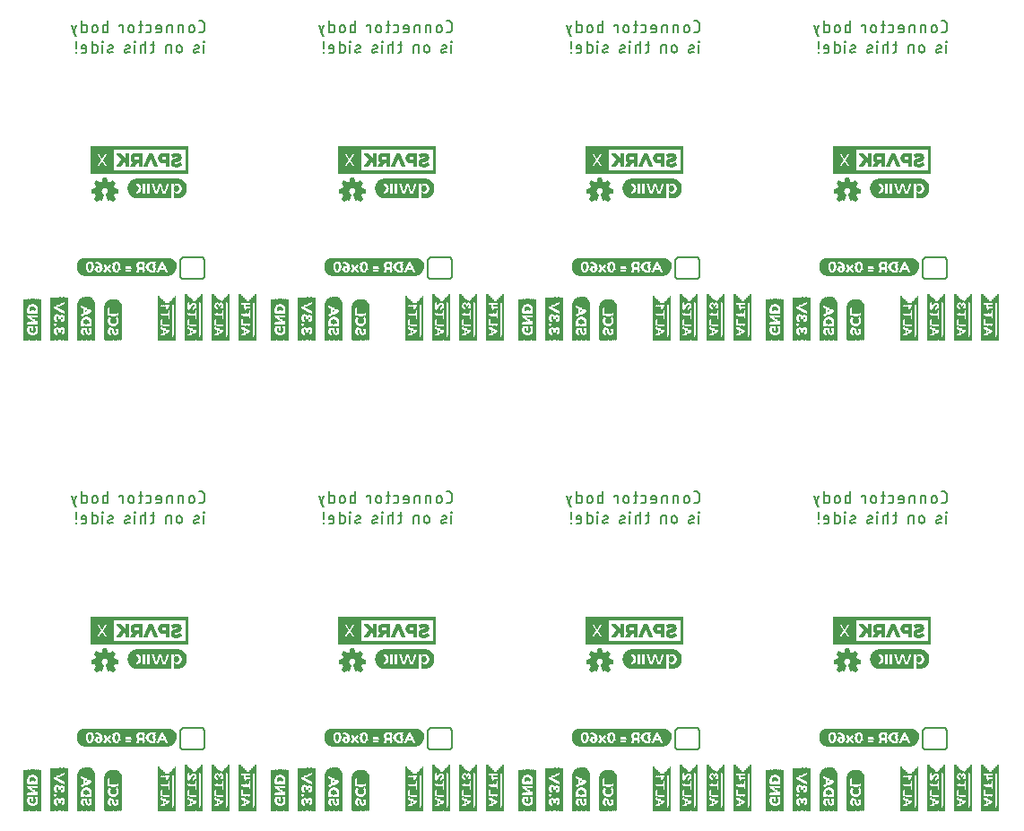
<source format=gbo>
G75*
%MOIN*%
%OFA0B0*%
%FSLAX25Y25*%
%IPPOS*%
%LPD*%
%AMOC8*
5,1,8,0,0,1.08239X$1,22.5*
%
%ADD10C,0.00800*%
%ADD11C,0.00299*%
%ADD12C,0.00039*%
%ADD13R,0.00157X0.12913*%
%ADD14R,0.00157X0.13386*%
%ADD15R,0.00157X0.13701*%
%ADD16R,0.00157X0.14016*%
%ADD17R,0.00157X0.14173*%
%ADD18R,0.00157X0.14331*%
%ADD19R,0.00157X0.14488*%
%ADD20R,0.00157X0.02835*%
%ADD21R,0.00157X0.03307*%
%ADD22R,0.00157X0.07087*%
%ADD23R,0.00157X0.02362*%
%ADD24R,0.00157X0.01102*%
%ADD25R,0.00157X0.04882*%
%ADD26R,0.00157X0.02205*%
%ADD27R,0.00157X0.01732*%
%ADD28R,0.00157X0.00630*%
%ADD29R,0.00157X0.02047*%
%ADD30R,0.00157X0.01260*%
%ADD31R,0.00157X0.00472*%
%ADD32R,0.00157X0.00315*%
%ADD33R,0.00157X0.01890*%
%ADD34R,0.00157X0.05039*%
%ADD35R,0.00157X0.00945*%
%ADD36R,0.00157X0.01575*%
%ADD37R,0.00157X0.00787*%
%ADD38R,0.00157X0.05197*%
%ADD39R,0.00157X0.02677*%
%ADD40R,0.00157X0.03622*%
%ADD41R,0.00157X0.01417*%
%ADD42R,0.00157X0.02992*%
%ADD43R,0.00157X0.02520*%
%ADD44R,0.00157X0.15906*%
%ADD45R,0.00157X0.03937*%
%ADD46R,0.00157X0.07402*%
%ADD47R,0.00157X0.03150*%
%ADD48R,0.00157X0.00157*%
%ADD49R,0.00157X0.03465*%
%ADD50R,0.00157X0.15276*%
%ADD51R,0.00157X0.11024*%
%ADD52R,0.00157X0.13858*%
%ADD53R,0.00157X0.14646*%
%ADD54R,0.00157X0.14961*%
%ADD55R,0.00157X0.15118*%
%ADD56R,0.00157X0.15433*%
%ADD57R,0.00157X0.11969*%
%ADD58R,0.00157X0.04567*%
%ADD59R,0.00157X0.04409*%
%ADD60R,0.00157X0.04252*%
%ADD61R,0.00157X0.04094*%
%ADD62R,0.00157X0.03780*%
%ADD63C,0.00050*%
%ADD64R,0.32283X0.00157*%
%ADD65R,0.33228X0.00157*%
%ADD66R,0.33858X0.00157*%
%ADD67R,0.34488X0.00157*%
%ADD68R,0.34803X0.00157*%
%ADD69R,0.35118X0.00157*%
%ADD70R,0.35433X0.00157*%
%ADD71R,0.21417X0.00157*%
%ADD72R,0.09134X0.00157*%
%ADD73R,0.03780X0.00157*%
%ADD74R,0.04409X0.00157*%
%ADD75R,0.02047X0.00157*%
%ADD76R,0.01890X0.00157*%
%ADD77R,0.07559X0.00157*%
%ADD78R,0.05827X0.00157*%
%ADD79R,0.01260X0.00157*%
%ADD80R,0.03622X0.00157*%
%ADD81R,0.01417X0.00157*%
%ADD82R,0.07087X0.00157*%
%ADD83R,0.05197X0.00157*%
%ADD84R,0.00945X0.00157*%
%ADD85R,0.03465X0.00157*%
%ADD86R,0.01102X0.00157*%
%ADD87R,0.06772X0.00157*%
%ADD88R,0.04882X0.00157*%
%ADD89R,0.00787X0.00157*%
%ADD90R,0.06457X0.00157*%
%ADD91R,0.04567X0.00157*%
%ADD92R,0.03307X0.00157*%
%ADD93R,0.01732X0.00157*%
%ADD94R,0.00630X0.00157*%
%ADD95R,0.06142X0.00157*%
%ADD96R,0.04252X0.00157*%
%ADD97R,0.01575X0.00157*%
%ADD98R,0.04094X0.00157*%
%ADD99R,0.00472X0.00157*%
%ADD100R,0.00315X0.00157*%
%ADD101R,0.03937X0.00157*%
%ADD102R,0.02205X0.00157*%
%ADD103R,0.03150X0.00157*%
%ADD104R,0.02992X0.00157*%
%ADD105R,0.02677X0.00157*%
%ADD106R,0.02362X0.00157*%
%ADD107R,0.02835X0.00157*%
%ADD108R,0.06929X0.00157*%
%ADD109R,0.00157X0.16535*%
%ADD110R,0.00157X0.16378*%
%ADD111R,0.00157X0.16220*%
%ADD112R,0.00157X0.16063*%
%ADD113R,0.00157X0.14803*%
%ADD114R,0.00157X0.17480*%
%ADD115R,0.00157X0.17323*%
%ADD116R,0.00157X0.17165*%
%ADD117R,0.00157X0.17008*%
%ADD118R,0.00157X0.15748*%
%ADD119R,0.00157X0.15591*%
%ADD120R,0.00157X0.16850*%
D10*
X0088350Y0079000D02*
X0088350Y0085000D01*
X0088352Y0085060D01*
X0088357Y0085121D01*
X0088366Y0085180D01*
X0088379Y0085239D01*
X0088395Y0085298D01*
X0088415Y0085355D01*
X0088438Y0085410D01*
X0088465Y0085465D01*
X0088494Y0085517D01*
X0088527Y0085568D01*
X0088563Y0085617D01*
X0088601Y0085663D01*
X0088643Y0085707D01*
X0088687Y0085749D01*
X0088733Y0085787D01*
X0088782Y0085823D01*
X0088833Y0085856D01*
X0088885Y0085885D01*
X0088940Y0085912D01*
X0088995Y0085935D01*
X0089052Y0085955D01*
X0089111Y0085971D01*
X0089170Y0085984D01*
X0089229Y0085993D01*
X0089290Y0085998D01*
X0089350Y0086000D01*
X0096150Y0086000D01*
X0096210Y0085998D01*
X0096271Y0085993D01*
X0096330Y0085984D01*
X0096389Y0085971D01*
X0096448Y0085955D01*
X0096505Y0085935D01*
X0096560Y0085912D01*
X0096615Y0085885D01*
X0096667Y0085856D01*
X0096718Y0085823D01*
X0096767Y0085787D01*
X0096813Y0085749D01*
X0096857Y0085707D01*
X0096899Y0085663D01*
X0096937Y0085617D01*
X0096973Y0085568D01*
X0097006Y0085517D01*
X0097035Y0085465D01*
X0097062Y0085410D01*
X0097085Y0085355D01*
X0097105Y0085298D01*
X0097121Y0085239D01*
X0097134Y0085180D01*
X0097143Y0085121D01*
X0097148Y0085060D01*
X0097150Y0085000D01*
X0097150Y0079000D01*
X0097148Y0078940D01*
X0097143Y0078879D01*
X0097134Y0078820D01*
X0097121Y0078761D01*
X0097105Y0078702D01*
X0097085Y0078645D01*
X0097062Y0078590D01*
X0097035Y0078535D01*
X0097006Y0078483D01*
X0096973Y0078432D01*
X0096937Y0078383D01*
X0096899Y0078337D01*
X0096857Y0078293D01*
X0096813Y0078251D01*
X0096767Y0078213D01*
X0096718Y0078177D01*
X0096667Y0078144D01*
X0096615Y0078115D01*
X0096560Y0078088D01*
X0096505Y0078065D01*
X0096448Y0078045D01*
X0096389Y0078029D01*
X0096330Y0078016D01*
X0096271Y0078007D01*
X0096210Y0078002D01*
X0096150Y0078000D01*
X0089350Y0078000D01*
X0089290Y0078002D01*
X0089229Y0078007D01*
X0089170Y0078016D01*
X0089111Y0078029D01*
X0089052Y0078045D01*
X0088995Y0078065D01*
X0088940Y0078088D01*
X0088885Y0078115D01*
X0088833Y0078144D01*
X0088782Y0078177D01*
X0088733Y0078213D01*
X0088687Y0078251D01*
X0088643Y0078293D01*
X0088601Y0078337D01*
X0088563Y0078383D01*
X0088527Y0078432D01*
X0088494Y0078483D01*
X0088465Y0078535D01*
X0088438Y0078590D01*
X0088415Y0078645D01*
X0088395Y0078702D01*
X0088379Y0078761D01*
X0088366Y0078820D01*
X0088357Y0078879D01*
X0088352Y0078940D01*
X0088350Y0079000D01*
X0084717Y0162150D02*
X0084717Y0164950D01*
X0083550Y0164950D01*
X0083500Y0164948D01*
X0083450Y0164943D01*
X0083401Y0164934D01*
X0083353Y0164922D01*
X0083305Y0164906D01*
X0083259Y0164887D01*
X0083215Y0164864D01*
X0083172Y0164839D01*
X0083131Y0164810D01*
X0083092Y0164779D01*
X0083055Y0164745D01*
X0083021Y0164708D01*
X0082990Y0164669D01*
X0082961Y0164628D01*
X0082936Y0164585D01*
X0082913Y0164541D01*
X0082894Y0164495D01*
X0082878Y0164447D01*
X0082866Y0164399D01*
X0082857Y0164350D01*
X0082852Y0164300D01*
X0082850Y0164250D01*
X0082850Y0162150D01*
X0086900Y0163083D02*
X0086900Y0164017D01*
X0086902Y0164077D01*
X0086908Y0164136D01*
X0086917Y0164195D01*
X0086931Y0164254D01*
X0086948Y0164311D01*
X0086968Y0164367D01*
X0086992Y0164422D01*
X0087020Y0164475D01*
X0087051Y0164526D01*
X0087085Y0164575D01*
X0087123Y0164622D01*
X0087163Y0164666D01*
X0087206Y0164708D01*
X0087251Y0164746D01*
X0087299Y0164782D01*
X0087349Y0164815D01*
X0087401Y0164844D01*
X0087455Y0164870D01*
X0087511Y0164893D01*
X0087568Y0164911D01*
X0087625Y0164927D01*
X0087684Y0164938D01*
X0087743Y0164946D01*
X0087803Y0164950D01*
X0087863Y0164950D01*
X0087923Y0164946D01*
X0087982Y0164938D01*
X0088041Y0164927D01*
X0088098Y0164911D01*
X0088155Y0164893D01*
X0088211Y0164870D01*
X0088265Y0164844D01*
X0088317Y0164815D01*
X0088367Y0164782D01*
X0088415Y0164746D01*
X0088460Y0164708D01*
X0088503Y0164666D01*
X0088543Y0164622D01*
X0088581Y0164575D01*
X0088615Y0164526D01*
X0088646Y0164475D01*
X0088674Y0164422D01*
X0088698Y0164367D01*
X0088718Y0164311D01*
X0088735Y0164254D01*
X0088749Y0164195D01*
X0088758Y0164136D01*
X0088764Y0164077D01*
X0088766Y0164017D01*
X0088767Y0164017D02*
X0088767Y0163083D01*
X0088766Y0163083D02*
X0088764Y0163023D01*
X0088758Y0162964D01*
X0088749Y0162905D01*
X0088735Y0162846D01*
X0088718Y0162789D01*
X0088698Y0162733D01*
X0088674Y0162678D01*
X0088646Y0162625D01*
X0088615Y0162574D01*
X0088581Y0162525D01*
X0088543Y0162478D01*
X0088503Y0162434D01*
X0088460Y0162392D01*
X0088415Y0162354D01*
X0088367Y0162318D01*
X0088317Y0162285D01*
X0088265Y0162256D01*
X0088211Y0162230D01*
X0088155Y0162207D01*
X0088098Y0162189D01*
X0088041Y0162173D01*
X0087982Y0162162D01*
X0087923Y0162154D01*
X0087863Y0162150D01*
X0087803Y0162150D01*
X0087743Y0162154D01*
X0087684Y0162162D01*
X0087625Y0162173D01*
X0087568Y0162189D01*
X0087511Y0162207D01*
X0087455Y0162230D01*
X0087401Y0162256D01*
X0087349Y0162285D01*
X0087299Y0162318D01*
X0087251Y0162354D01*
X0087206Y0162392D01*
X0087163Y0162434D01*
X0087123Y0162478D01*
X0087085Y0162525D01*
X0087051Y0162574D01*
X0087020Y0162625D01*
X0086992Y0162678D01*
X0086968Y0162733D01*
X0086948Y0162789D01*
X0086931Y0162846D01*
X0086917Y0162905D01*
X0086908Y0162964D01*
X0086902Y0163023D01*
X0086900Y0163083D01*
X0087480Y0169650D02*
X0087480Y0171750D01*
X0087482Y0171800D01*
X0087487Y0171850D01*
X0087496Y0171899D01*
X0087508Y0171947D01*
X0087524Y0171995D01*
X0087543Y0172041D01*
X0087566Y0172085D01*
X0087591Y0172128D01*
X0087620Y0172169D01*
X0087651Y0172208D01*
X0087685Y0172245D01*
X0087722Y0172279D01*
X0087761Y0172310D01*
X0087802Y0172339D01*
X0087845Y0172364D01*
X0087889Y0172387D01*
X0087935Y0172406D01*
X0087983Y0172422D01*
X0088031Y0172434D01*
X0088080Y0172443D01*
X0088130Y0172448D01*
X0088180Y0172450D01*
X0089347Y0172450D01*
X0089347Y0169650D01*
X0091530Y0170583D02*
X0091530Y0171517D01*
X0091531Y0171517D02*
X0091533Y0171577D01*
X0091539Y0171636D01*
X0091548Y0171695D01*
X0091562Y0171754D01*
X0091579Y0171811D01*
X0091599Y0171867D01*
X0091623Y0171922D01*
X0091651Y0171975D01*
X0091682Y0172026D01*
X0091716Y0172075D01*
X0091754Y0172122D01*
X0091794Y0172166D01*
X0091837Y0172208D01*
X0091882Y0172246D01*
X0091930Y0172282D01*
X0091980Y0172315D01*
X0092032Y0172344D01*
X0092086Y0172370D01*
X0092142Y0172393D01*
X0092199Y0172411D01*
X0092256Y0172427D01*
X0092315Y0172438D01*
X0092374Y0172446D01*
X0092434Y0172450D01*
X0092494Y0172450D01*
X0092554Y0172446D01*
X0092613Y0172438D01*
X0092672Y0172427D01*
X0092729Y0172411D01*
X0092786Y0172393D01*
X0092842Y0172370D01*
X0092896Y0172344D01*
X0092948Y0172315D01*
X0092998Y0172282D01*
X0093046Y0172246D01*
X0093091Y0172208D01*
X0093134Y0172166D01*
X0093174Y0172122D01*
X0093212Y0172075D01*
X0093246Y0172026D01*
X0093277Y0171975D01*
X0093305Y0171922D01*
X0093329Y0171867D01*
X0093349Y0171811D01*
X0093366Y0171754D01*
X0093380Y0171695D01*
X0093389Y0171636D01*
X0093395Y0171577D01*
X0093397Y0171517D01*
X0093397Y0170583D01*
X0093395Y0170523D01*
X0093389Y0170464D01*
X0093380Y0170405D01*
X0093366Y0170346D01*
X0093349Y0170289D01*
X0093329Y0170233D01*
X0093305Y0170178D01*
X0093277Y0170125D01*
X0093246Y0170074D01*
X0093212Y0170025D01*
X0093174Y0169978D01*
X0093134Y0169934D01*
X0093091Y0169892D01*
X0093046Y0169854D01*
X0092998Y0169818D01*
X0092948Y0169785D01*
X0092896Y0169756D01*
X0092842Y0169730D01*
X0092786Y0169707D01*
X0092729Y0169689D01*
X0092672Y0169673D01*
X0092613Y0169662D01*
X0092554Y0169654D01*
X0092494Y0169650D01*
X0092434Y0169650D01*
X0092374Y0169654D01*
X0092315Y0169662D01*
X0092256Y0169673D01*
X0092199Y0169689D01*
X0092142Y0169707D01*
X0092086Y0169730D01*
X0092032Y0169756D01*
X0091980Y0169785D01*
X0091930Y0169818D01*
X0091882Y0169854D01*
X0091837Y0169892D01*
X0091794Y0169934D01*
X0091754Y0169978D01*
X0091716Y0170025D01*
X0091682Y0170074D01*
X0091651Y0170125D01*
X0091623Y0170178D01*
X0091599Y0170233D01*
X0091579Y0170289D01*
X0091562Y0170346D01*
X0091548Y0170405D01*
X0091539Y0170464D01*
X0091533Y0170523D01*
X0091531Y0170583D01*
X0095233Y0169650D02*
X0096167Y0169650D01*
X0096226Y0169652D01*
X0096284Y0169657D01*
X0096342Y0169667D01*
X0096399Y0169679D01*
X0096455Y0169696D01*
X0096510Y0169716D01*
X0096564Y0169739D01*
X0096616Y0169765D01*
X0096667Y0169795D01*
X0096715Y0169828D01*
X0096762Y0169864D01*
X0096806Y0169903D01*
X0096847Y0169944D01*
X0096886Y0169988D01*
X0096922Y0170035D01*
X0096955Y0170083D01*
X0096985Y0170134D01*
X0097011Y0170186D01*
X0097034Y0170240D01*
X0097054Y0170295D01*
X0097071Y0170351D01*
X0097083Y0170408D01*
X0097093Y0170466D01*
X0097098Y0170524D01*
X0097100Y0170583D01*
X0097100Y0172917D01*
X0097098Y0172978D01*
X0097092Y0173039D01*
X0097082Y0173099D01*
X0097068Y0173158D01*
X0097050Y0173217D01*
X0097029Y0173274D01*
X0097004Y0173330D01*
X0096975Y0173383D01*
X0096943Y0173435D01*
X0096907Y0173485D01*
X0096868Y0173532D01*
X0096827Y0173577D01*
X0096782Y0173618D01*
X0096735Y0173657D01*
X0096685Y0173693D01*
X0096634Y0173725D01*
X0096580Y0173754D01*
X0096524Y0173779D01*
X0096467Y0173800D01*
X0096408Y0173818D01*
X0096349Y0173832D01*
X0096289Y0173842D01*
X0096228Y0173848D01*
X0096167Y0173850D01*
X0095233Y0173850D01*
X0096867Y0166350D02*
X0096867Y0166117D01*
X0097100Y0166117D01*
X0097100Y0166350D01*
X0096867Y0166350D01*
X0096983Y0164950D02*
X0096983Y0162150D01*
X0094483Y0164950D02*
X0094385Y0164946D01*
X0094286Y0164940D01*
X0094189Y0164929D01*
X0094091Y0164915D01*
X0093994Y0164897D01*
X0093898Y0164876D01*
X0093803Y0164851D01*
X0093709Y0164822D01*
X0093615Y0164790D01*
X0093524Y0164755D01*
X0093433Y0164716D01*
X0094483Y0164950D02*
X0094531Y0164949D01*
X0094579Y0164944D01*
X0094626Y0164935D01*
X0094672Y0164922D01*
X0094718Y0164906D01*
X0094761Y0164887D01*
X0094803Y0164864D01*
X0094844Y0164837D01*
X0094881Y0164808D01*
X0094917Y0164776D01*
X0094950Y0164741D01*
X0094980Y0164703D01*
X0095006Y0164663D01*
X0095030Y0164622D01*
X0095050Y0164578D01*
X0095067Y0164533D01*
X0095080Y0164487D01*
X0095089Y0164440D01*
X0095095Y0164392D01*
X0095097Y0164344D01*
X0095095Y0164297D01*
X0095089Y0164249D01*
X0095080Y0164202D01*
X0095067Y0164156D01*
X0095050Y0164111D01*
X0095030Y0164067D01*
X0095006Y0164026D01*
X0094979Y0163986D01*
X0094949Y0163949D01*
X0094916Y0163914D01*
X0094881Y0163881D01*
X0094843Y0163852D01*
X0094803Y0163826D01*
X0094760Y0163803D01*
X0094717Y0163783D01*
X0093550Y0163317D01*
X0093507Y0163297D01*
X0093464Y0163274D01*
X0093424Y0163248D01*
X0093386Y0163219D01*
X0093351Y0163186D01*
X0093318Y0163151D01*
X0093288Y0163114D01*
X0093261Y0163074D01*
X0093237Y0163033D01*
X0093217Y0162989D01*
X0093200Y0162944D01*
X0093187Y0162898D01*
X0093178Y0162851D01*
X0093172Y0162803D01*
X0093170Y0162756D01*
X0093172Y0162708D01*
X0093178Y0162660D01*
X0093187Y0162613D01*
X0093200Y0162567D01*
X0093217Y0162522D01*
X0093237Y0162478D01*
X0093261Y0162437D01*
X0093287Y0162397D01*
X0093317Y0162359D01*
X0093350Y0162324D01*
X0093386Y0162292D01*
X0093423Y0162263D01*
X0093464Y0162236D01*
X0093506Y0162213D01*
X0093549Y0162194D01*
X0093595Y0162178D01*
X0093641Y0162165D01*
X0093688Y0162156D01*
X0093736Y0162151D01*
X0093784Y0162150D01*
X0093783Y0162150D02*
X0093903Y0162154D01*
X0094021Y0162161D01*
X0094140Y0162172D01*
X0094258Y0162186D01*
X0094376Y0162204D01*
X0094493Y0162225D01*
X0094610Y0162250D01*
X0094726Y0162278D01*
X0094840Y0162310D01*
X0094954Y0162345D01*
X0095067Y0162384D01*
X0085147Y0169650D02*
X0085147Y0172450D01*
X0083980Y0172450D01*
X0083930Y0172448D01*
X0083880Y0172443D01*
X0083831Y0172434D01*
X0083783Y0172422D01*
X0083735Y0172406D01*
X0083689Y0172387D01*
X0083645Y0172364D01*
X0083602Y0172339D01*
X0083561Y0172310D01*
X0083522Y0172279D01*
X0083485Y0172245D01*
X0083451Y0172208D01*
X0083420Y0172169D01*
X0083391Y0172128D01*
X0083366Y0172085D01*
X0083343Y0172041D01*
X0083324Y0171995D01*
X0083308Y0171947D01*
X0083296Y0171899D01*
X0083287Y0171850D01*
X0083282Y0171800D01*
X0083280Y0171750D01*
X0083280Y0169650D01*
X0081097Y0170350D02*
X0081097Y0171517D01*
X0081097Y0171050D02*
X0079230Y0171050D01*
X0079230Y0171517D01*
X0079231Y0171517D02*
X0079233Y0171577D01*
X0079239Y0171636D01*
X0079248Y0171695D01*
X0079262Y0171754D01*
X0079279Y0171811D01*
X0079299Y0171867D01*
X0079323Y0171922D01*
X0079351Y0171975D01*
X0079382Y0172026D01*
X0079416Y0172075D01*
X0079454Y0172122D01*
X0079494Y0172166D01*
X0079537Y0172208D01*
X0079582Y0172246D01*
X0079630Y0172282D01*
X0079680Y0172315D01*
X0079732Y0172344D01*
X0079786Y0172370D01*
X0079842Y0172393D01*
X0079899Y0172411D01*
X0079956Y0172427D01*
X0080015Y0172438D01*
X0080074Y0172446D01*
X0080134Y0172450D01*
X0080194Y0172450D01*
X0080254Y0172446D01*
X0080313Y0172438D01*
X0080372Y0172427D01*
X0080429Y0172411D01*
X0080486Y0172393D01*
X0080542Y0172370D01*
X0080596Y0172344D01*
X0080648Y0172315D01*
X0080698Y0172282D01*
X0080746Y0172246D01*
X0080791Y0172208D01*
X0080834Y0172166D01*
X0080874Y0172122D01*
X0080912Y0172075D01*
X0080946Y0172026D01*
X0080977Y0171975D01*
X0081005Y0171922D01*
X0081029Y0171867D01*
X0081049Y0171811D01*
X0081066Y0171754D01*
X0081080Y0171695D01*
X0081089Y0171636D01*
X0081095Y0171577D01*
X0081097Y0171517D01*
X0081097Y0170350D02*
X0081095Y0170300D01*
X0081090Y0170250D01*
X0081081Y0170201D01*
X0081069Y0170153D01*
X0081053Y0170105D01*
X0081034Y0170059D01*
X0081011Y0170015D01*
X0080986Y0169972D01*
X0080957Y0169931D01*
X0080926Y0169892D01*
X0080892Y0169855D01*
X0080855Y0169821D01*
X0080816Y0169790D01*
X0080775Y0169761D01*
X0080732Y0169736D01*
X0080688Y0169713D01*
X0080642Y0169694D01*
X0080594Y0169678D01*
X0080546Y0169666D01*
X0080497Y0169657D01*
X0080447Y0169652D01*
X0080397Y0169650D01*
X0079230Y0169650D01*
X0077189Y0170350D02*
X0077189Y0171750D01*
X0077187Y0171800D01*
X0077182Y0171850D01*
X0077173Y0171899D01*
X0077161Y0171947D01*
X0077145Y0171995D01*
X0077126Y0172041D01*
X0077103Y0172085D01*
X0077078Y0172128D01*
X0077049Y0172169D01*
X0077018Y0172208D01*
X0076984Y0172245D01*
X0076947Y0172279D01*
X0076908Y0172310D01*
X0076867Y0172339D01*
X0076824Y0172364D01*
X0076780Y0172387D01*
X0076734Y0172406D01*
X0076686Y0172422D01*
X0076638Y0172434D01*
X0076589Y0172443D01*
X0076539Y0172448D01*
X0076489Y0172450D01*
X0075556Y0172450D01*
X0074168Y0172450D02*
X0072768Y0172450D01*
X0073702Y0173850D02*
X0073702Y0170350D01*
X0073700Y0170300D01*
X0073695Y0170250D01*
X0073686Y0170201D01*
X0073674Y0170153D01*
X0073658Y0170105D01*
X0073639Y0170059D01*
X0073616Y0170015D01*
X0073591Y0169972D01*
X0073562Y0169931D01*
X0073531Y0169892D01*
X0073497Y0169855D01*
X0073460Y0169821D01*
X0073421Y0169790D01*
X0073380Y0169761D01*
X0073337Y0169736D01*
X0073293Y0169713D01*
X0073247Y0169694D01*
X0073199Y0169678D01*
X0073151Y0169666D01*
X0073102Y0169657D01*
X0073052Y0169652D01*
X0073002Y0169650D01*
X0072768Y0169650D01*
X0070897Y0170583D02*
X0070897Y0171517D01*
X0070895Y0171577D01*
X0070889Y0171636D01*
X0070880Y0171695D01*
X0070866Y0171754D01*
X0070849Y0171811D01*
X0070829Y0171867D01*
X0070805Y0171922D01*
X0070777Y0171975D01*
X0070746Y0172026D01*
X0070712Y0172075D01*
X0070674Y0172122D01*
X0070634Y0172166D01*
X0070591Y0172208D01*
X0070546Y0172246D01*
X0070498Y0172282D01*
X0070448Y0172315D01*
X0070396Y0172344D01*
X0070342Y0172370D01*
X0070286Y0172393D01*
X0070229Y0172411D01*
X0070172Y0172427D01*
X0070113Y0172438D01*
X0070054Y0172446D01*
X0069994Y0172450D01*
X0069934Y0172450D01*
X0069874Y0172446D01*
X0069815Y0172438D01*
X0069756Y0172427D01*
X0069699Y0172411D01*
X0069642Y0172393D01*
X0069586Y0172370D01*
X0069532Y0172344D01*
X0069480Y0172315D01*
X0069430Y0172282D01*
X0069382Y0172246D01*
X0069337Y0172208D01*
X0069294Y0172166D01*
X0069254Y0172122D01*
X0069216Y0172075D01*
X0069182Y0172026D01*
X0069151Y0171975D01*
X0069123Y0171922D01*
X0069099Y0171867D01*
X0069079Y0171811D01*
X0069062Y0171754D01*
X0069048Y0171695D01*
X0069039Y0171636D01*
X0069033Y0171577D01*
X0069031Y0171517D01*
X0069030Y0171517D02*
X0069030Y0170583D01*
X0069031Y0170583D02*
X0069033Y0170523D01*
X0069039Y0170464D01*
X0069048Y0170405D01*
X0069062Y0170346D01*
X0069079Y0170289D01*
X0069099Y0170233D01*
X0069123Y0170178D01*
X0069151Y0170125D01*
X0069182Y0170074D01*
X0069216Y0170025D01*
X0069254Y0169978D01*
X0069294Y0169934D01*
X0069337Y0169892D01*
X0069382Y0169854D01*
X0069430Y0169818D01*
X0069480Y0169785D01*
X0069532Y0169756D01*
X0069586Y0169730D01*
X0069642Y0169707D01*
X0069699Y0169689D01*
X0069756Y0169673D01*
X0069815Y0169662D01*
X0069874Y0169654D01*
X0069934Y0169650D01*
X0069994Y0169650D01*
X0070054Y0169654D01*
X0070113Y0169662D01*
X0070172Y0169673D01*
X0070229Y0169689D01*
X0070286Y0169707D01*
X0070342Y0169730D01*
X0070396Y0169756D01*
X0070448Y0169785D01*
X0070498Y0169818D01*
X0070546Y0169854D01*
X0070591Y0169892D01*
X0070634Y0169934D01*
X0070674Y0169978D01*
X0070712Y0170025D01*
X0070746Y0170074D01*
X0070777Y0170125D01*
X0070805Y0170178D01*
X0070829Y0170233D01*
X0070849Y0170289D01*
X0070866Y0170346D01*
X0070880Y0170405D01*
X0070889Y0170464D01*
X0070895Y0170523D01*
X0070897Y0170583D01*
X0066808Y0169650D02*
X0066808Y0172450D01*
X0065408Y0172450D01*
X0065408Y0171983D01*
X0061262Y0172450D02*
X0060096Y0172450D01*
X0060046Y0172448D01*
X0059996Y0172443D01*
X0059947Y0172434D01*
X0059899Y0172422D01*
X0059851Y0172406D01*
X0059805Y0172387D01*
X0059761Y0172364D01*
X0059718Y0172339D01*
X0059677Y0172310D01*
X0059638Y0172279D01*
X0059601Y0172245D01*
X0059567Y0172208D01*
X0059536Y0172169D01*
X0059507Y0172128D01*
X0059482Y0172085D01*
X0059459Y0172041D01*
X0059440Y0171995D01*
X0059424Y0171947D01*
X0059412Y0171899D01*
X0059403Y0171850D01*
X0059398Y0171800D01*
X0059396Y0171750D01*
X0059396Y0170350D01*
X0059398Y0170300D01*
X0059403Y0170250D01*
X0059412Y0170201D01*
X0059424Y0170153D01*
X0059440Y0170105D01*
X0059459Y0170059D01*
X0059482Y0170015D01*
X0059507Y0169972D01*
X0059536Y0169931D01*
X0059567Y0169892D01*
X0059601Y0169855D01*
X0059638Y0169821D01*
X0059677Y0169790D01*
X0059718Y0169761D01*
X0059761Y0169736D01*
X0059805Y0169713D01*
X0059851Y0169694D01*
X0059899Y0169678D01*
X0059947Y0169666D01*
X0059996Y0169657D01*
X0060046Y0169652D01*
X0060096Y0169650D01*
X0061262Y0169650D01*
X0061262Y0173850D01*
X0057397Y0171517D02*
X0057397Y0170583D01*
X0057395Y0170523D01*
X0057389Y0170464D01*
X0057380Y0170405D01*
X0057366Y0170346D01*
X0057349Y0170289D01*
X0057329Y0170233D01*
X0057305Y0170178D01*
X0057277Y0170125D01*
X0057246Y0170074D01*
X0057212Y0170025D01*
X0057174Y0169978D01*
X0057134Y0169934D01*
X0057091Y0169892D01*
X0057046Y0169854D01*
X0056998Y0169818D01*
X0056948Y0169785D01*
X0056896Y0169756D01*
X0056842Y0169730D01*
X0056786Y0169707D01*
X0056729Y0169689D01*
X0056672Y0169673D01*
X0056613Y0169662D01*
X0056554Y0169654D01*
X0056494Y0169650D01*
X0056434Y0169650D01*
X0056374Y0169654D01*
X0056315Y0169662D01*
X0056256Y0169673D01*
X0056199Y0169689D01*
X0056142Y0169707D01*
X0056086Y0169730D01*
X0056032Y0169756D01*
X0055980Y0169785D01*
X0055930Y0169818D01*
X0055882Y0169854D01*
X0055837Y0169892D01*
X0055794Y0169934D01*
X0055754Y0169978D01*
X0055716Y0170025D01*
X0055682Y0170074D01*
X0055651Y0170125D01*
X0055623Y0170178D01*
X0055599Y0170233D01*
X0055579Y0170289D01*
X0055562Y0170346D01*
X0055548Y0170405D01*
X0055539Y0170464D01*
X0055533Y0170523D01*
X0055531Y0170583D01*
X0055530Y0170583D02*
X0055530Y0171517D01*
X0055531Y0171517D02*
X0055533Y0171577D01*
X0055539Y0171636D01*
X0055548Y0171695D01*
X0055562Y0171754D01*
X0055579Y0171811D01*
X0055599Y0171867D01*
X0055623Y0171922D01*
X0055651Y0171975D01*
X0055682Y0172026D01*
X0055716Y0172075D01*
X0055754Y0172122D01*
X0055794Y0172166D01*
X0055837Y0172208D01*
X0055882Y0172246D01*
X0055930Y0172282D01*
X0055980Y0172315D01*
X0056032Y0172344D01*
X0056086Y0172370D01*
X0056142Y0172393D01*
X0056199Y0172411D01*
X0056256Y0172427D01*
X0056315Y0172438D01*
X0056374Y0172446D01*
X0056434Y0172450D01*
X0056494Y0172450D01*
X0056554Y0172446D01*
X0056613Y0172438D01*
X0056672Y0172427D01*
X0056729Y0172411D01*
X0056786Y0172393D01*
X0056842Y0172370D01*
X0056896Y0172344D01*
X0056948Y0172315D01*
X0056998Y0172282D01*
X0057046Y0172246D01*
X0057091Y0172208D01*
X0057134Y0172166D01*
X0057174Y0172122D01*
X0057212Y0172075D01*
X0057246Y0172026D01*
X0057277Y0171975D01*
X0057305Y0171922D01*
X0057329Y0171867D01*
X0057349Y0171811D01*
X0057366Y0171754D01*
X0057380Y0171695D01*
X0057389Y0171636D01*
X0057395Y0171577D01*
X0057397Y0171517D01*
X0053532Y0171750D02*
X0053532Y0170350D01*
X0053530Y0170300D01*
X0053525Y0170250D01*
X0053516Y0170201D01*
X0053504Y0170153D01*
X0053488Y0170105D01*
X0053469Y0170059D01*
X0053446Y0170015D01*
X0053421Y0169972D01*
X0053392Y0169931D01*
X0053361Y0169892D01*
X0053327Y0169855D01*
X0053290Y0169821D01*
X0053251Y0169790D01*
X0053210Y0169761D01*
X0053167Y0169736D01*
X0053123Y0169713D01*
X0053077Y0169694D01*
X0053029Y0169678D01*
X0052981Y0169666D01*
X0052932Y0169657D01*
X0052882Y0169652D01*
X0052832Y0169650D01*
X0051665Y0169650D01*
X0051665Y0173850D01*
X0051665Y0172450D02*
X0052832Y0172450D01*
X0052882Y0172448D01*
X0052932Y0172443D01*
X0052981Y0172434D01*
X0053029Y0172422D01*
X0053077Y0172406D01*
X0053123Y0172387D01*
X0053167Y0172364D01*
X0053210Y0172339D01*
X0053251Y0172310D01*
X0053290Y0172279D01*
X0053327Y0172245D01*
X0053361Y0172208D01*
X0053392Y0172169D01*
X0053421Y0172128D01*
X0053446Y0172085D01*
X0053469Y0172041D01*
X0053488Y0171995D01*
X0053504Y0171947D01*
X0053516Y0171899D01*
X0053525Y0171850D01*
X0053530Y0171800D01*
X0053532Y0171750D01*
X0049597Y0172450D02*
X0048664Y0169650D01*
X0049130Y0168250D02*
X0047730Y0172450D01*
X0049130Y0168250D02*
X0049597Y0168250D01*
X0049583Y0166350D02*
X0049583Y0163550D01*
X0049467Y0162383D02*
X0049467Y0162150D01*
X0049700Y0162150D01*
X0049700Y0162383D01*
X0049467Y0162383D01*
X0051500Y0162150D02*
X0052667Y0162150D01*
X0052717Y0162152D01*
X0052767Y0162157D01*
X0052816Y0162166D01*
X0052864Y0162178D01*
X0052912Y0162194D01*
X0052958Y0162213D01*
X0053002Y0162236D01*
X0053045Y0162261D01*
X0053086Y0162290D01*
X0053125Y0162321D01*
X0053162Y0162355D01*
X0053196Y0162392D01*
X0053227Y0162431D01*
X0053256Y0162472D01*
X0053281Y0162515D01*
X0053304Y0162559D01*
X0053323Y0162605D01*
X0053339Y0162653D01*
X0053351Y0162701D01*
X0053360Y0162750D01*
X0053365Y0162800D01*
X0053367Y0162850D01*
X0053367Y0164017D01*
X0053367Y0163550D02*
X0051500Y0163550D01*
X0051500Y0164017D01*
X0051502Y0164077D01*
X0051508Y0164136D01*
X0051517Y0164195D01*
X0051531Y0164254D01*
X0051548Y0164311D01*
X0051568Y0164367D01*
X0051592Y0164422D01*
X0051620Y0164475D01*
X0051651Y0164526D01*
X0051685Y0164575D01*
X0051723Y0164622D01*
X0051763Y0164666D01*
X0051806Y0164708D01*
X0051851Y0164746D01*
X0051899Y0164782D01*
X0051949Y0164815D01*
X0052001Y0164844D01*
X0052055Y0164870D01*
X0052111Y0164893D01*
X0052168Y0164911D01*
X0052225Y0164927D01*
X0052284Y0164938D01*
X0052343Y0164946D01*
X0052403Y0164950D01*
X0052463Y0164950D01*
X0052523Y0164946D01*
X0052582Y0164938D01*
X0052641Y0164927D01*
X0052698Y0164911D01*
X0052755Y0164893D01*
X0052811Y0164870D01*
X0052865Y0164844D01*
X0052917Y0164815D01*
X0052967Y0164782D01*
X0053015Y0164746D01*
X0053060Y0164708D01*
X0053103Y0164666D01*
X0053143Y0164622D01*
X0053181Y0164575D01*
X0053215Y0164526D01*
X0053246Y0164475D01*
X0053274Y0164422D01*
X0053298Y0164367D01*
X0053318Y0164311D01*
X0053335Y0164254D01*
X0053349Y0164195D01*
X0053358Y0164136D01*
X0053364Y0164077D01*
X0053366Y0164017D01*
X0055585Y0164950D02*
X0056752Y0164950D01*
X0056802Y0164948D01*
X0056852Y0164943D01*
X0056901Y0164934D01*
X0056949Y0164922D01*
X0056997Y0164906D01*
X0057043Y0164887D01*
X0057087Y0164864D01*
X0057130Y0164839D01*
X0057171Y0164810D01*
X0057210Y0164779D01*
X0057247Y0164745D01*
X0057281Y0164708D01*
X0057312Y0164669D01*
X0057341Y0164628D01*
X0057366Y0164585D01*
X0057389Y0164541D01*
X0057408Y0164495D01*
X0057424Y0164447D01*
X0057436Y0164399D01*
X0057445Y0164350D01*
X0057450Y0164300D01*
X0057452Y0164250D01*
X0057452Y0162850D01*
X0057450Y0162800D01*
X0057445Y0162750D01*
X0057436Y0162701D01*
X0057424Y0162653D01*
X0057408Y0162605D01*
X0057389Y0162559D01*
X0057366Y0162515D01*
X0057341Y0162472D01*
X0057312Y0162431D01*
X0057281Y0162392D01*
X0057247Y0162355D01*
X0057210Y0162321D01*
X0057171Y0162290D01*
X0057130Y0162261D01*
X0057087Y0162236D01*
X0057043Y0162213D01*
X0056997Y0162194D01*
X0056949Y0162178D01*
X0056901Y0162166D01*
X0056852Y0162157D01*
X0056802Y0162152D01*
X0056752Y0162150D01*
X0055585Y0162150D01*
X0055585Y0166350D01*
X0059217Y0166350D02*
X0059217Y0166117D01*
X0059450Y0166117D01*
X0059450Y0166350D01*
X0059217Y0166350D01*
X0059333Y0164950D02*
X0059333Y0162150D01*
X0061600Y0163317D02*
X0062767Y0163783D01*
X0062810Y0163803D01*
X0062853Y0163826D01*
X0062893Y0163852D01*
X0062931Y0163881D01*
X0062966Y0163914D01*
X0062999Y0163949D01*
X0063029Y0163986D01*
X0063056Y0164026D01*
X0063080Y0164067D01*
X0063100Y0164111D01*
X0063117Y0164156D01*
X0063130Y0164202D01*
X0063139Y0164249D01*
X0063145Y0164297D01*
X0063147Y0164344D01*
X0063145Y0164392D01*
X0063139Y0164440D01*
X0063130Y0164487D01*
X0063117Y0164533D01*
X0063100Y0164578D01*
X0063080Y0164622D01*
X0063056Y0164663D01*
X0063030Y0164703D01*
X0063000Y0164741D01*
X0062967Y0164776D01*
X0062931Y0164808D01*
X0062894Y0164837D01*
X0062853Y0164864D01*
X0062811Y0164887D01*
X0062768Y0164906D01*
X0062722Y0164922D01*
X0062676Y0164935D01*
X0062629Y0164944D01*
X0062581Y0164949D01*
X0062533Y0164950D01*
X0063117Y0162384D02*
X0063004Y0162345D01*
X0062890Y0162310D01*
X0062776Y0162278D01*
X0062660Y0162250D01*
X0062543Y0162225D01*
X0062426Y0162204D01*
X0062308Y0162186D01*
X0062190Y0162172D01*
X0062071Y0162161D01*
X0061953Y0162154D01*
X0061833Y0162150D01*
X0061834Y0162150D02*
X0061786Y0162151D01*
X0061738Y0162156D01*
X0061691Y0162165D01*
X0061645Y0162178D01*
X0061599Y0162194D01*
X0061556Y0162213D01*
X0061514Y0162236D01*
X0061473Y0162263D01*
X0061436Y0162292D01*
X0061400Y0162324D01*
X0061367Y0162359D01*
X0061337Y0162397D01*
X0061311Y0162437D01*
X0061287Y0162478D01*
X0061267Y0162522D01*
X0061250Y0162567D01*
X0061237Y0162613D01*
X0061228Y0162660D01*
X0061222Y0162708D01*
X0061220Y0162756D01*
X0061222Y0162803D01*
X0061228Y0162851D01*
X0061237Y0162898D01*
X0061250Y0162944D01*
X0061267Y0162989D01*
X0061287Y0163033D01*
X0061311Y0163074D01*
X0061338Y0163114D01*
X0061368Y0163151D01*
X0061401Y0163186D01*
X0061436Y0163219D01*
X0061474Y0163248D01*
X0061514Y0163274D01*
X0061557Y0163297D01*
X0061600Y0163317D01*
X0061483Y0164716D02*
X0061574Y0164755D01*
X0061665Y0164790D01*
X0061759Y0164822D01*
X0061853Y0164851D01*
X0061948Y0164876D01*
X0062044Y0164897D01*
X0062141Y0164915D01*
X0062239Y0164929D01*
X0062336Y0164940D01*
X0062435Y0164946D01*
X0062533Y0164950D01*
X0067900Y0163317D02*
X0069067Y0163783D01*
X0069110Y0163803D01*
X0069153Y0163826D01*
X0069193Y0163852D01*
X0069231Y0163881D01*
X0069266Y0163914D01*
X0069299Y0163949D01*
X0069329Y0163986D01*
X0069356Y0164026D01*
X0069380Y0164067D01*
X0069400Y0164111D01*
X0069417Y0164156D01*
X0069430Y0164202D01*
X0069439Y0164249D01*
X0069445Y0164297D01*
X0069447Y0164344D01*
X0069445Y0164392D01*
X0069439Y0164440D01*
X0069430Y0164487D01*
X0069417Y0164533D01*
X0069400Y0164578D01*
X0069380Y0164622D01*
X0069356Y0164663D01*
X0069330Y0164703D01*
X0069300Y0164741D01*
X0069267Y0164776D01*
X0069231Y0164808D01*
X0069194Y0164837D01*
X0069153Y0164864D01*
X0069111Y0164887D01*
X0069068Y0164906D01*
X0069022Y0164922D01*
X0068976Y0164935D01*
X0068929Y0164944D01*
X0068881Y0164949D01*
X0068833Y0164950D01*
X0069417Y0162384D02*
X0069304Y0162345D01*
X0069190Y0162310D01*
X0069076Y0162278D01*
X0068960Y0162250D01*
X0068843Y0162225D01*
X0068726Y0162204D01*
X0068608Y0162186D01*
X0068490Y0162172D01*
X0068371Y0162161D01*
X0068253Y0162154D01*
X0068133Y0162150D01*
X0068134Y0162150D02*
X0068086Y0162151D01*
X0068038Y0162156D01*
X0067991Y0162165D01*
X0067945Y0162178D01*
X0067899Y0162194D01*
X0067856Y0162213D01*
X0067814Y0162236D01*
X0067773Y0162263D01*
X0067736Y0162292D01*
X0067700Y0162324D01*
X0067667Y0162359D01*
X0067637Y0162397D01*
X0067611Y0162437D01*
X0067587Y0162478D01*
X0067567Y0162522D01*
X0067550Y0162567D01*
X0067537Y0162613D01*
X0067528Y0162660D01*
X0067522Y0162708D01*
X0067520Y0162756D01*
X0067522Y0162803D01*
X0067528Y0162851D01*
X0067537Y0162898D01*
X0067550Y0162944D01*
X0067567Y0162989D01*
X0067587Y0163033D01*
X0067611Y0163074D01*
X0067638Y0163114D01*
X0067668Y0163151D01*
X0067701Y0163186D01*
X0067736Y0163219D01*
X0067774Y0163248D01*
X0067814Y0163274D01*
X0067857Y0163297D01*
X0067900Y0163317D01*
X0067783Y0164716D02*
X0067874Y0164755D01*
X0067965Y0164790D01*
X0068059Y0164822D01*
X0068153Y0164851D01*
X0068248Y0164876D01*
X0068344Y0164897D01*
X0068441Y0164915D01*
X0068539Y0164929D01*
X0068636Y0164940D01*
X0068735Y0164946D01*
X0068833Y0164950D01*
X0071333Y0164950D02*
X0071333Y0162150D01*
X0073400Y0162150D02*
X0073400Y0164250D01*
X0073402Y0164300D01*
X0073407Y0164350D01*
X0073416Y0164399D01*
X0073428Y0164447D01*
X0073444Y0164495D01*
X0073463Y0164541D01*
X0073486Y0164585D01*
X0073511Y0164628D01*
X0073540Y0164669D01*
X0073571Y0164708D01*
X0073605Y0164745D01*
X0073642Y0164779D01*
X0073681Y0164810D01*
X0073722Y0164839D01*
X0073765Y0164864D01*
X0073809Y0164887D01*
X0073855Y0164906D01*
X0073903Y0164922D01*
X0073951Y0164934D01*
X0074000Y0164943D01*
X0074050Y0164948D01*
X0074100Y0164950D01*
X0075267Y0164950D01*
X0075267Y0166350D02*
X0075267Y0162150D01*
X0077288Y0162150D02*
X0077521Y0162150D01*
X0077571Y0162152D01*
X0077621Y0162157D01*
X0077670Y0162166D01*
X0077718Y0162178D01*
X0077766Y0162194D01*
X0077812Y0162213D01*
X0077856Y0162236D01*
X0077899Y0162261D01*
X0077940Y0162290D01*
X0077979Y0162321D01*
X0078016Y0162355D01*
X0078050Y0162392D01*
X0078081Y0162431D01*
X0078110Y0162472D01*
X0078135Y0162515D01*
X0078158Y0162559D01*
X0078177Y0162605D01*
X0078193Y0162653D01*
X0078205Y0162701D01*
X0078214Y0162750D01*
X0078219Y0162800D01*
X0078221Y0162850D01*
X0078221Y0166350D01*
X0078688Y0164950D02*
X0077288Y0164950D01*
X0076489Y0169650D02*
X0075556Y0169650D01*
X0076489Y0169650D02*
X0076539Y0169652D01*
X0076589Y0169657D01*
X0076638Y0169666D01*
X0076686Y0169678D01*
X0076734Y0169694D01*
X0076780Y0169713D01*
X0076824Y0169736D01*
X0076867Y0169761D01*
X0076908Y0169790D01*
X0076947Y0169821D01*
X0076984Y0169855D01*
X0077018Y0169892D01*
X0077049Y0169931D01*
X0077078Y0169972D01*
X0077103Y0170015D01*
X0077126Y0170059D01*
X0077145Y0170105D01*
X0077161Y0170153D01*
X0077173Y0170201D01*
X0077182Y0170250D01*
X0077187Y0170300D01*
X0077189Y0170350D01*
X0071450Y0166350D02*
X0071217Y0166350D01*
X0071217Y0166117D01*
X0071450Y0166117D01*
X0071450Y0166350D01*
X0139730Y0172450D02*
X0141130Y0168250D01*
X0141597Y0168250D01*
X0140664Y0169650D02*
X0141597Y0172450D01*
X0143665Y0172450D02*
X0144832Y0172450D01*
X0144882Y0172448D01*
X0144932Y0172443D01*
X0144981Y0172434D01*
X0145029Y0172422D01*
X0145077Y0172406D01*
X0145123Y0172387D01*
X0145167Y0172364D01*
X0145210Y0172339D01*
X0145251Y0172310D01*
X0145290Y0172279D01*
X0145327Y0172245D01*
X0145361Y0172208D01*
X0145392Y0172169D01*
X0145421Y0172128D01*
X0145446Y0172085D01*
X0145469Y0172041D01*
X0145488Y0171995D01*
X0145504Y0171947D01*
X0145516Y0171899D01*
X0145525Y0171850D01*
X0145530Y0171800D01*
X0145532Y0171750D01*
X0145532Y0170350D01*
X0145530Y0170300D01*
X0145525Y0170250D01*
X0145516Y0170201D01*
X0145504Y0170153D01*
X0145488Y0170105D01*
X0145469Y0170059D01*
X0145446Y0170015D01*
X0145421Y0169972D01*
X0145392Y0169931D01*
X0145361Y0169892D01*
X0145327Y0169855D01*
X0145290Y0169821D01*
X0145251Y0169790D01*
X0145210Y0169761D01*
X0145167Y0169736D01*
X0145123Y0169713D01*
X0145077Y0169694D01*
X0145029Y0169678D01*
X0144981Y0169666D01*
X0144932Y0169657D01*
X0144882Y0169652D01*
X0144832Y0169650D01*
X0143665Y0169650D01*
X0143665Y0173850D01*
X0147530Y0171517D02*
X0147530Y0170583D01*
X0147531Y0170583D02*
X0147533Y0170523D01*
X0147539Y0170464D01*
X0147548Y0170405D01*
X0147562Y0170346D01*
X0147579Y0170289D01*
X0147599Y0170233D01*
X0147623Y0170178D01*
X0147651Y0170125D01*
X0147682Y0170074D01*
X0147716Y0170025D01*
X0147754Y0169978D01*
X0147794Y0169934D01*
X0147837Y0169892D01*
X0147882Y0169854D01*
X0147930Y0169818D01*
X0147980Y0169785D01*
X0148032Y0169756D01*
X0148086Y0169730D01*
X0148142Y0169707D01*
X0148199Y0169689D01*
X0148256Y0169673D01*
X0148315Y0169662D01*
X0148374Y0169654D01*
X0148434Y0169650D01*
X0148494Y0169650D01*
X0148554Y0169654D01*
X0148613Y0169662D01*
X0148672Y0169673D01*
X0148729Y0169689D01*
X0148786Y0169707D01*
X0148842Y0169730D01*
X0148896Y0169756D01*
X0148948Y0169785D01*
X0148998Y0169818D01*
X0149046Y0169854D01*
X0149091Y0169892D01*
X0149134Y0169934D01*
X0149174Y0169978D01*
X0149212Y0170025D01*
X0149246Y0170074D01*
X0149277Y0170125D01*
X0149305Y0170178D01*
X0149329Y0170233D01*
X0149349Y0170289D01*
X0149366Y0170346D01*
X0149380Y0170405D01*
X0149389Y0170464D01*
X0149395Y0170523D01*
X0149397Y0170583D01*
X0149397Y0171517D01*
X0149395Y0171577D01*
X0149389Y0171636D01*
X0149380Y0171695D01*
X0149366Y0171754D01*
X0149349Y0171811D01*
X0149329Y0171867D01*
X0149305Y0171922D01*
X0149277Y0171975D01*
X0149246Y0172026D01*
X0149212Y0172075D01*
X0149174Y0172122D01*
X0149134Y0172166D01*
X0149091Y0172208D01*
X0149046Y0172246D01*
X0148998Y0172282D01*
X0148948Y0172315D01*
X0148896Y0172344D01*
X0148842Y0172370D01*
X0148786Y0172393D01*
X0148729Y0172411D01*
X0148672Y0172427D01*
X0148613Y0172438D01*
X0148554Y0172446D01*
X0148494Y0172450D01*
X0148434Y0172450D01*
X0148374Y0172446D01*
X0148315Y0172438D01*
X0148256Y0172427D01*
X0148199Y0172411D01*
X0148142Y0172393D01*
X0148086Y0172370D01*
X0148032Y0172344D01*
X0147980Y0172315D01*
X0147930Y0172282D01*
X0147882Y0172246D01*
X0147837Y0172208D01*
X0147794Y0172166D01*
X0147754Y0172122D01*
X0147716Y0172075D01*
X0147682Y0172026D01*
X0147651Y0171975D01*
X0147623Y0171922D01*
X0147599Y0171867D01*
X0147579Y0171811D01*
X0147562Y0171754D01*
X0147548Y0171695D01*
X0147539Y0171636D01*
X0147533Y0171577D01*
X0147531Y0171517D01*
X0151396Y0171750D02*
X0151396Y0170350D01*
X0151398Y0170300D01*
X0151403Y0170250D01*
X0151412Y0170201D01*
X0151424Y0170153D01*
X0151440Y0170105D01*
X0151459Y0170059D01*
X0151482Y0170015D01*
X0151507Y0169972D01*
X0151536Y0169931D01*
X0151567Y0169892D01*
X0151601Y0169855D01*
X0151638Y0169821D01*
X0151677Y0169790D01*
X0151718Y0169761D01*
X0151761Y0169736D01*
X0151805Y0169713D01*
X0151851Y0169694D01*
X0151899Y0169678D01*
X0151947Y0169666D01*
X0151996Y0169657D01*
X0152046Y0169652D01*
X0152096Y0169650D01*
X0153262Y0169650D01*
X0153262Y0173850D01*
X0153262Y0172450D02*
X0152096Y0172450D01*
X0152046Y0172448D01*
X0151996Y0172443D01*
X0151947Y0172434D01*
X0151899Y0172422D01*
X0151851Y0172406D01*
X0151805Y0172387D01*
X0151761Y0172364D01*
X0151718Y0172339D01*
X0151677Y0172310D01*
X0151638Y0172279D01*
X0151601Y0172245D01*
X0151567Y0172208D01*
X0151536Y0172169D01*
X0151507Y0172128D01*
X0151482Y0172085D01*
X0151459Y0172041D01*
X0151440Y0171995D01*
X0151424Y0171947D01*
X0151412Y0171899D01*
X0151403Y0171850D01*
X0151398Y0171800D01*
X0151396Y0171750D01*
X0151450Y0166350D02*
X0151217Y0166350D01*
X0151217Y0166117D01*
X0151450Y0166117D01*
X0151450Y0166350D01*
X0151333Y0164950D02*
X0151333Y0162150D01*
X0149452Y0162850D02*
X0149452Y0164250D01*
X0149450Y0164300D01*
X0149445Y0164350D01*
X0149436Y0164399D01*
X0149424Y0164447D01*
X0149408Y0164495D01*
X0149389Y0164541D01*
X0149366Y0164585D01*
X0149341Y0164628D01*
X0149312Y0164669D01*
X0149281Y0164708D01*
X0149247Y0164745D01*
X0149210Y0164779D01*
X0149171Y0164810D01*
X0149130Y0164839D01*
X0149087Y0164864D01*
X0149043Y0164887D01*
X0148997Y0164906D01*
X0148949Y0164922D01*
X0148901Y0164934D01*
X0148852Y0164943D01*
X0148802Y0164948D01*
X0148752Y0164950D01*
X0147585Y0164950D01*
X0147585Y0166350D02*
X0147585Y0162150D01*
X0148752Y0162150D01*
X0148802Y0162152D01*
X0148852Y0162157D01*
X0148901Y0162166D01*
X0148949Y0162178D01*
X0148997Y0162194D01*
X0149043Y0162213D01*
X0149087Y0162236D01*
X0149130Y0162261D01*
X0149171Y0162290D01*
X0149210Y0162321D01*
X0149247Y0162355D01*
X0149281Y0162392D01*
X0149312Y0162431D01*
X0149341Y0162472D01*
X0149366Y0162515D01*
X0149389Y0162559D01*
X0149408Y0162605D01*
X0149424Y0162653D01*
X0149436Y0162701D01*
X0149445Y0162750D01*
X0149450Y0162800D01*
X0149452Y0162850D01*
X0145367Y0162850D02*
X0145367Y0164017D01*
X0145367Y0163550D02*
X0143500Y0163550D01*
X0143500Y0164017D01*
X0143502Y0164077D01*
X0143508Y0164136D01*
X0143517Y0164195D01*
X0143531Y0164254D01*
X0143548Y0164311D01*
X0143568Y0164367D01*
X0143592Y0164422D01*
X0143620Y0164475D01*
X0143651Y0164526D01*
X0143685Y0164575D01*
X0143723Y0164622D01*
X0143763Y0164666D01*
X0143806Y0164708D01*
X0143851Y0164746D01*
X0143899Y0164782D01*
X0143949Y0164815D01*
X0144001Y0164844D01*
X0144055Y0164870D01*
X0144111Y0164893D01*
X0144168Y0164911D01*
X0144225Y0164927D01*
X0144284Y0164938D01*
X0144343Y0164946D01*
X0144403Y0164950D01*
X0144463Y0164950D01*
X0144523Y0164946D01*
X0144582Y0164938D01*
X0144641Y0164927D01*
X0144698Y0164911D01*
X0144755Y0164893D01*
X0144811Y0164870D01*
X0144865Y0164844D01*
X0144917Y0164815D01*
X0144967Y0164782D01*
X0145015Y0164746D01*
X0145060Y0164708D01*
X0145103Y0164666D01*
X0145143Y0164622D01*
X0145181Y0164575D01*
X0145215Y0164526D01*
X0145246Y0164475D01*
X0145274Y0164422D01*
X0145298Y0164367D01*
X0145318Y0164311D01*
X0145335Y0164254D01*
X0145349Y0164195D01*
X0145358Y0164136D01*
X0145364Y0164077D01*
X0145366Y0164017D01*
X0145367Y0162850D02*
X0145365Y0162800D01*
X0145360Y0162750D01*
X0145351Y0162701D01*
X0145339Y0162653D01*
X0145323Y0162605D01*
X0145304Y0162559D01*
X0145281Y0162515D01*
X0145256Y0162472D01*
X0145227Y0162431D01*
X0145196Y0162392D01*
X0145162Y0162355D01*
X0145125Y0162321D01*
X0145086Y0162290D01*
X0145045Y0162261D01*
X0145002Y0162236D01*
X0144958Y0162213D01*
X0144912Y0162194D01*
X0144864Y0162178D01*
X0144816Y0162166D01*
X0144767Y0162157D01*
X0144717Y0162152D01*
X0144667Y0162150D01*
X0143500Y0162150D01*
X0141700Y0162150D02*
X0141467Y0162150D01*
X0141467Y0162383D01*
X0141700Y0162383D01*
X0141700Y0162150D01*
X0141583Y0163550D02*
X0141583Y0166350D01*
X0153833Y0162150D02*
X0153953Y0162154D01*
X0154071Y0162161D01*
X0154190Y0162172D01*
X0154308Y0162186D01*
X0154426Y0162204D01*
X0154543Y0162225D01*
X0154660Y0162250D01*
X0154776Y0162278D01*
X0154890Y0162310D01*
X0155004Y0162345D01*
X0155117Y0162384D01*
X0154533Y0164950D02*
X0154435Y0164946D01*
X0154336Y0164940D01*
X0154239Y0164929D01*
X0154141Y0164915D01*
X0154044Y0164897D01*
X0153948Y0164876D01*
X0153853Y0164851D01*
X0153759Y0164822D01*
X0153665Y0164790D01*
X0153574Y0164755D01*
X0153483Y0164716D01*
X0154533Y0164950D02*
X0154581Y0164949D01*
X0154629Y0164944D01*
X0154676Y0164935D01*
X0154722Y0164922D01*
X0154768Y0164906D01*
X0154811Y0164887D01*
X0154853Y0164864D01*
X0154894Y0164837D01*
X0154931Y0164808D01*
X0154967Y0164776D01*
X0155000Y0164741D01*
X0155030Y0164703D01*
X0155056Y0164663D01*
X0155080Y0164622D01*
X0155100Y0164578D01*
X0155117Y0164533D01*
X0155130Y0164487D01*
X0155139Y0164440D01*
X0155145Y0164392D01*
X0155147Y0164344D01*
X0155145Y0164297D01*
X0155139Y0164249D01*
X0155130Y0164202D01*
X0155117Y0164156D01*
X0155100Y0164111D01*
X0155080Y0164067D01*
X0155056Y0164026D01*
X0155029Y0163986D01*
X0154999Y0163949D01*
X0154966Y0163914D01*
X0154931Y0163881D01*
X0154893Y0163852D01*
X0154853Y0163826D01*
X0154810Y0163803D01*
X0154767Y0163783D01*
X0153600Y0163317D01*
X0153557Y0163297D01*
X0153514Y0163274D01*
X0153474Y0163248D01*
X0153436Y0163219D01*
X0153401Y0163186D01*
X0153368Y0163151D01*
X0153338Y0163114D01*
X0153311Y0163074D01*
X0153287Y0163033D01*
X0153267Y0162989D01*
X0153250Y0162944D01*
X0153237Y0162898D01*
X0153228Y0162851D01*
X0153222Y0162803D01*
X0153220Y0162756D01*
X0153222Y0162708D01*
X0153228Y0162660D01*
X0153237Y0162613D01*
X0153250Y0162567D01*
X0153267Y0162522D01*
X0153287Y0162478D01*
X0153311Y0162437D01*
X0153337Y0162397D01*
X0153367Y0162359D01*
X0153400Y0162324D01*
X0153436Y0162292D01*
X0153473Y0162263D01*
X0153514Y0162236D01*
X0153556Y0162213D01*
X0153599Y0162194D01*
X0153645Y0162178D01*
X0153691Y0162165D01*
X0153738Y0162156D01*
X0153786Y0162151D01*
X0153834Y0162150D01*
X0159900Y0163317D02*
X0161067Y0163783D01*
X0161110Y0163803D01*
X0161153Y0163826D01*
X0161193Y0163852D01*
X0161231Y0163881D01*
X0161266Y0163914D01*
X0161299Y0163949D01*
X0161329Y0163986D01*
X0161356Y0164026D01*
X0161380Y0164067D01*
X0161400Y0164111D01*
X0161417Y0164156D01*
X0161430Y0164202D01*
X0161439Y0164249D01*
X0161445Y0164297D01*
X0161447Y0164344D01*
X0161445Y0164392D01*
X0161439Y0164440D01*
X0161430Y0164487D01*
X0161417Y0164533D01*
X0161400Y0164578D01*
X0161380Y0164622D01*
X0161356Y0164663D01*
X0161330Y0164703D01*
X0161300Y0164741D01*
X0161267Y0164776D01*
X0161231Y0164808D01*
X0161194Y0164837D01*
X0161153Y0164864D01*
X0161111Y0164887D01*
X0161068Y0164906D01*
X0161022Y0164922D01*
X0160976Y0164935D01*
X0160929Y0164944D01*
X0160881Y0164949D01*
X0160833Y0164950D01*
X0161417Y0162384D02*
X0161304Y0162345D01*
X0161190Y0162310D01*
X0161076Y0162278D01*
X0160960Y0162250D01*
X0160843Y0162225D01*
X0160726Y0162204D01*
X0160608Y0162186D01*
X0160490Y0162172D01*
X0160371Y0162161D01*
X0160253Y0162154D01*
X0160133Y0162150D01*
X0160134Y0162150D02*
X0160086Y0162151D01*
X0160038Y0162156D01*
X0159991Y0162165D01*
X0159945Y0162178D01*
X0159899Y0162194D01*
X0159856Y0162213D01*
X0159814Y0162236D01*
X0159773Y0162263D01*
X0159736Y0162292D01*
X0159700Y0162324D01*
X0159667Y0162359D01*
X0159637Y0162397D01*
X0159611Y0162437D01*
X0159587Y0162478D01*
X0159567Y0162522D01*
X0159550Y0162567D01*
X0159537Y0162613D01*
X0159528Y0162660D01*
X0159522Y0162708D01*
X0159520Y0162756D01*
X0159522Y0162803D01*
X0159528Y0162851D01*
X0159537Y0162898D01*
X0159550Y0162944D01*
X0159567Y0162989D01*
X0159587Y0163033D01*
X0159611Y0163074D01*
X0159638Y0163114D01*
X0159668Y0163151D01*
X0159701Y0163186D01*
X0159736Y0163219D01*
X0159774Y0163248D01*
X0159814Y0163274D01*
X0159857Y0163297D01*
X0159900Y0163317D01*
X0159783Y0164716D02*
X0159874Y0164755D01*
X0159965Y0164790D01*
X0160059Y0164822D01*
X0160153Y0164851D01*
X0160248Y0164876D01*
X0160344Y0164897D01*
X0160441Y0164915D01*
X0160539Y0164929D01*
X0160636Y0164940D01*
X0160735Y0164946D01*
X0160833Y0164950D01*
X0163333Y0164950D02*
X0163333Y0162150D01*
X0165400Y0162150D02*
X0165400Y0164250D01*
X0165402Y0164300D01*
X0165407Y0164350D01*
X0165416Y0164399D01*
X0165428Y0164447D01*
X0165444Y0164495D01*
X0165463Y0164541D01*
X0165486Y0164585D01*
X0165511Y0164628D01*
X0165540Y0164669D01*
X0165571Y0164708D01*
X0165605Y0164745D01*
X0165642Y0164779D01*
X0165681Y0164810D01*
X0165722Y0164839D01*
X0165765Y0164864D01*
X0165809Y0164887D01*
X0165855Y0164906D01*
X0165903Y0164922D01*
X0165951Y0164934D01*
X0166000Y0164943D01*
X0166050Y0164948D01*
X0166100Y0164950D01*
X0167267Y0164950D01*
X0167267Y0166350D02*
X0167267Y0162150D01*
X0169288Y0162150D02*
X0169521Y0162150D01*
X0169571Y0162152D01*
X0169621Y0162157D01*
X0169670Y0162166D01*
X0169718Y0162178D01*
X0169766Y0162194D01*
X0169812Y0162213D01*
X0169856Y0162236D01*
X0169899Y0162261D01*
X0169940Y0162290D01*
X0169979Y0162321D01*
X0170016Y0162355D01*
X0170050Y0162392D01*
X0170081Y0162431D01*
X0170110Y0162472D01*
X0170135Y0162515D01*
X0170158Y0162559D01*
X0170177Y0162605D01*
X0170193Y0162653D01*
X0170205Y0162701D01*
X0170214Y0162750D01*
X0170219Y0162800D01*
X0170221Y0162850D01*
X0170221Y0166350D01*
X0170688Y0164950D02*
X0169288Y0164950D01*
X0168489Y0169650D02*
X0167556Y0169650D01*
X0168489Y0169650D02*
X0168539Y0169652D01*
X0168589Y0169657D01*
X0168638Y0169666D01*
X0168686Y0169678D01*
X0168734Y0169694D01*
X0168780Y0169713D01*
X0168824Y0169736D01*
X0168867Y0169761D01*
X0168908Y0169790D01*
X0168947Y0169821D01*
X0168984Y0169855D01*
X0169018Y0169892D01*
X0169049Y0169931D01*
X0169078Y0169972D01*
X0169103Y0170015D01*
X0169126Y0170059D01*
X0169145Y0170105D01*
X0169161Y0170153D01*
X0169173Y0170201D01*
X0169182Y0170250D01*
X0169187Y0170300D01*
X0169189Y0170350D01*
X0169189Y0171750D01*
X0169187Y0171800D01*
X0169182Y0171850D01*
X0169173Y0171899D01*
X0169161Y0171947D01*
X0169145Y0171995D01*
X0169126Y0172041D01*
X0169103Y0172085D01*
X0169078Y0172128D01*
X0169049Y0172169D01*
X0169018Y0172208D01*
X0168984Y0172245D01*
X0168947Y0172279D01*
X0168908Y0172310D01*
X0168867Y0172339D01*
X0168824Y0172364D01*
X0168780Y0172387D01*
X0168734Y0172406D01*
X0168686Y0172422D01*
X0168638Y0172434D01*
X0168589Y0172443D01*
X0168539Y0172448D01*
X0168489Y0172450D01*
X0167556Y0172450D01*
X0166168Y0172450D02*
X0164768Y0172450D01*
X0165702Y0173850D02*
X0165702Y0170350D01*
X0165700Y0170300D01*
X0165695Y0170250D01*
X0165686Y0170201D01*
X0165674Y0170153D01*
X0165658Y0170105D01*
X0165639Y0170059D01*
X0165616Y0170015D01*
X0165591Y0169972D01*
X0165562Y0169931D01*
X0165531Y0169892D01*
X0165497Y0169855D01*
X0165460Y0169821D01*
X0165421Y0169790D01*
X0165380Y0169761D01*
X0165337Y0169736D01*
X0165293Y0169713D01*
X0165247Y0169694D01*
X0165199Y0169678D01*
X0165151Y0169666D01*
X0165102Y0169657D01*
X0165052Y0169652D01*
X0165002Y0169650D01*
X0164768Y0169650D01*
X0162897Y0170583D02*
X0162897Y0171517D01*
X0162895Y0171577D01*
X0162889Y0171636D01*
X0162880Y0171695D01*
X0162866Y0171754D01*
X0162849Y0171811D01*
X0162829Y0171867D01*
X0162805Y0171922D01*
X0162777Y0171975D01*
X0162746Y0172026D01*
X0162712Y0172075D01*
X0162674Y0172122D01*
X0162634Y0172166D01*
X0162591Y0172208D01*
X0162546Y0172246D01*
X0162498Y0172282D01*
X0162448Y0172315D01*
X0162396Y0172344D01*
X0162342Y0172370D01*
X0162286Y0172393D01*
X0162229Y0172411D01*
X0162172Y0172427D01*
X0162113Y0172438D01*
X0162054Y0172446D01*
X0161994Y0172450D01*
X0161934Y0172450D01*
X0161874Y0172446D01*
X0161815Y0172438D01*
X0161756Y0172427D01*
X0161699Y0172411D01*
X0161642Y0172393D01*
X0161586Y0172370D01*
X0161532Y0172344D01*
X0161480Y0172315D01*
X0161430Y0172282D01*
X0161382Y0172246D01*
X0161337Y0172208D01*
X0161294Y0172166D01*
X0161254Y0172122D01*
X0161216Y0172075D01*
X0161182Y0172026D01*
X0161151Y0171975D01*
X0161123Y0171922D01*
X0161099Y0171867D01*
X0161079Y0171811D01*
X0161062Y0171754D01*
X0161048Y0171695D01*
X0161039Y0171636D01*
X0161033Y0171577D01*
X0161031Y0171517D01*
X0161030Y0171517D02*
X0161030Y0170583D01*
X0161031Y0170583D02*
X0161033Y0170523D01*
X0161039Y0170464D01*
X0161048Y0170405D01*
X0161062Y0170346D01*
X0161079Y0170289D01*
X0161099Y0170233D01*
X0161123Y0170178D01*
X0161151Y0170125D01*
X0161182Y0170074D01*
X0161216Y0170025D01*
X0161254Y0169978D01*
X0161294Y0169934D01*
X0161337Y0169892D01*
X0161382Y0169854D01*
X0161430Y0169818D01*
X0161480Y0169785D01*
X0161532Y0169756D01*
X0161586Y0169730D01*
X0161642Y0169707D01*
X0161699Y0169689D01*
X0161756Y0169673D01*
X0161815Y0169662D01*
X0161874Y0169654D01*
X0161934Y0169650D01*
X0161994Y0169650D01*
X0162054Y0169654D01*
X0162113Y0169662D01*
X0162172Y0169673D01*
X0162229Y0169689D01*
X0162286Y0169707D01*
X0162342Y0169730D01*
X0162396Y0169756D01*
X0162448Y0169785D01*
X0162498Y0169818D01*
X0162546Y0169854D01*
X0162591Y0169892D01*
X0162634Y0169934D01*
X0162674Y0169978D01*
X0162712Y0170025D01*
X0162746Y0170074D01*
X0162777Y0170125D01*
X0162805Y0170178D01*
X0162829Y0170233D01*
X0162849Y0170289D01*
X0162866Y0170346D01*
X0162880Y0170405D01*
X0162889Y0170464D01*
X0162895Y0170523D01*
X0162897Y0170583D01*
X0158808Y0169650D02*
X0158808Y0172450D01*
X0157408Y0172450D01*
X0157408Y0171983D01*
X0163217Y0166350D02*
X0163217Y0166117D01*
X0163450Y0166117D01*
X0163450Y0166350D01*
X0163217Y0166350D01*
X0171230Y0169650D02*
X0172397Y0169650D01*
X0172447Y0169652D01*
X0172497Y0169657D01*
X0172546Y0169666D01*
X0172594Y0169678D01*
X0172642Y0169694D01*
X0172688Y0169713D01*
X0172732Y0169736D01*
X0172775Y0169761D01*
X0172816Y0169790D01*
X0172855Y0169821D01*
X0172892Y0169855D01*
X0172926Y0169892D01*
X0172957Y0169931D01*
X0172986Y0169972D01*
X0173011Y0170015D01*
X0173034Y0170059D01*
X0173053Y0170105D01*
X0173069Y0170153D01*
X0173081Y0170201D01*
X0173090Y0170250D01*
X0173095Y0170300D01*
X0173097Y0170350D01*
X0173097Y0171517D01*
X0173097Y0171050D02*
X0171230Y0171050D01*
X0171230Y0171517D01*
X0171231Y0171517D02*
X0171233Y0171577D01*
X0171239Y0171636D01*
X0171248Y0171695D01*
X0171262Y0171754D01*
X0171279Y0171811D01*
X0171299Y0171867D01*
X0171323Y0171922D01*
X0171351Y0171975D01*
X0171382Y0172026D01*
X0171416Y0172075D01*
X0171454Y0172122D01*
X0171494Y0172166D01*
X0171537Y0172208D01*
X0171582Y0172246D01*
X0171630Y0172282D01*
X0171680Y0172315D01*
X0171732Y0172344D01*
X0171786Y0172370D01*
X0171842Y0172393D01*
X0171899Y0172411D01*
X0171956Y0172427D01*
X0172015Y0172438D01*
X0172074Y0172446D01*
X0172134Y0172450D01*
X0172194Y0172450D01*
X0172254Y0172446D01*
X0172313Y0172438D01*
X0172372Y0172427D01*
X0172429Y0172411D01*
X0172486Y0172393D01*
X0172542Y0172370D01*
X0172596Y0172344D01*
X0172648Y0172315D01*
X0172698Y0172282D01*
X0172746Y0172246D01*
X0172791Y0172208D01*
X0172834Y0172166D01*
X0172874Y0172122D01*
X0172912Y0172075D01*
X0172946Y0172026D01*
X0172977Y0171975D01*
X0173005Y0171922D01*
X0173029Y0171867D01*
X0173049Y0171811D01*
X0173066Y0171754D01*
X0173080Y0171695D01*
X0173089Y0171636D01*
X0173095Y0171577D01*
X0173097Y0171517D01*
X0175280Y0171750D02*
X0175280Y0169650D01*
X0177147Y0169650D02*
X0177147Y0172450D01*
X0175980Y0172450D01*
X0175930Y0172448D01*
X0175880Y0172443D01*
X0175831Y0172434D01*
X0175783Y0172422D01*
X0175735Y0172406D01*
X0175689Y0172387D01*
X0175645Y0172364D01*
X0175602Y0172339D01*
X0175561Y0172310D01*
X0175522Y0172279D01*
X0175485Y0172245D01*
X0175451Y0172208D01*
X0175420Y0172169D01*
X0175391Y0172128D01*
X0175366Y0172085D01*
X0175343Y0172041D01*
X0175324Y0171995D01*
X0175308Y0171947D01*
X0175296Y0171899D01*
X0175287Y0171850D01*
X0175282Y0171800D01*
X0175280Y0171750D01*
X0179480Y0171750D02*
X0179480Y0169650D01*
X0181347Y0169650D02*
X0181347Y0172450D01*
X0180180Y0172450D01*
X0180130Y0172448D01*
X0180080Y0172443D01*
X0180031Y0172434D01*
X0179983Y0172422D01*
X0179935Y0172406D01*
X0179889Y0172387D01*
X0179845Y0172364D01*
X0179802Y0172339D01*
X0179761Y0172310D01*
X0179722Y0172279D01*
X0179685Y0172245D01*
X0179651Y0172208D01*
X0179620Y0172169D01*
X0179591Y0172128D01*
X0179566Y0172085D01*
X0179543Y0172041D01*
X0179524Y0171995D01*
X0179508Y0171947D01*
X0179496Y0171899D01*
X0179487Y0171850D01*
X0179482Y0171800D01*
X0179480Y0171750D01*
X0183530Y0171517D02*
X0183530Y0170583D01*
X0183531Y0170583D02*
X0183533Y0170523D01*
X0183539Y0170464D01*
X0183548Y0170405D01*
X0183562Y0170346D01*
X0183579Y0170289D01*
X0183599Y0170233D01*
X0183623Y0170178D01*
X0183651Y0170125D01*
X0183682Y0170074D01*
X0183716Y0170025D01*
X0183754Y0169978D01*
X0183794Y0169934D01*
X0183837Y0169892D01*
X0183882Y0169854D01*
X0183930Y0169818D01*
X0183980Y0169785D01*
X0184032Y0169756D01*
X0184086Y0169730D01*
X0184142Y0169707D01*
X0184199Y0169689D01*
X0184256Y0169673D01*
X0184315Y0169662D01*
X0184374Y0169654D01*
X0184434Y0169650D01*
X0184494Y0169650D01*
X0184554Y0169654D01*
X0184613Y0169662D01*
X0184672Y0169673D01*
X0184729Y0169689D01*
X0184786Y0169707D01*
X0184842Y0169730D01*
X0184896Y0169756D01*
X0184948Y0169785D01*
X0184998Y0169818D01*
X0185046Y0169854D01*
X0185091Y0169892D01*
X0185134Y0169934D01*
X0185174Y0169978D01*
X0185212Y0170025D01*
X0185246Y0170074D01*
X0185277Y0170125D01*
X0185305Y0170178D01*
X0185329Y0170233D01*
X0185349Y0170289D01*
X0185366Y0170346D01*
X0185380Y0170405D01*
X0185389Y0170464D01*
X0185395Y0170523D01*
X0185397Y0170583D01*
X0185397Y0171517D01*
X0185395Y0171577D01*
X0185389Y0171636D01*
X0185380Y0171695D01*
X0185366Y0171754D01*
X0185349Y0171811D01*
X0185329Y0171867D01*
X0185305Y0171922D01*
X0185277Y0171975D01*
X0185246Y0172026D01*
X0185212Y0172075D01*
X0185174Y0172122D01*
X0185134Y0172166D01*
X0185091Y0172208D01*
X0185046Y0172246D01*
X0184998Y0172282D01*
X0184948Y0172315D01*
X0184896Y0172344D01*
X0184842Y0172370D01*
X0184786Y0172393D01*
X0184729Y0172411D01*
X0184672Y0172427D01*
X0184613Y0172438D01*
X0184554Y0172446D01*
X0184494Y0172450D01*
X0184434Y0172450D01*
X0184374Y0172446D01*
X0184315Y0172438D01*
X0184256Y0172427D01*
X0184199Y0172411D01*
X0184142Y0172393D01*
X0184086Y0172370D01*
X0184032Y0172344D01*
X0183980Y0172315D01*
X0183930Y0172282D01*
X0183882Y0172246D01*
X0183837Y0172208D01*
X0183794Y0172166D01*
X0183754Y0172122D01*
X0183716Y0172075D01*
X0183682Y0172026D01*
X0183651Y0171975D01*
X0183623Y0171922D01*
X0183599Y0171867D01*
X0183579Y0171811D01*
X0183562Y0171754D01*
X0183548Y0171695D01*
X0183539Y0171636D01*
X0183533Y0171577D01*
X0183531Y0171517D01*
X0187233Y0169650D02*
X0188167Y0169650D01*
X0188226Y0169652D01*
X0188284Y0169657D01*
X0188342Y0169667D01*
X0188399Y0169679D01*
X0188455Y0169696D01*
X0188510Y0169716D01*
X0188564Y0169739D01*
X0188616Y0169765D01*
X0188667Y0169795D01*
X0188715Y0169828D01*
X0188762Y0169864D01*
X0188806Y0169903D01*
X0188847Y0169944D01*
X0188886Y0169988D01*
X0188922Y0170035D01*
X0188955Y0170083D01*
X0188985Y0170134D01*
X0189011Y0170186D01*
X0189034Y0170240D01*
X0189054Y0170295D01*
X0189071Y0170351D01*
X0189083Y0170408D01*
X0189093Y0170466D01*
X0189098Y0170524D01*
X0189100Y0170583D01*
X0189100Y0172917D01*
X0189098Y0172978D01*
X0189092Y0173039D01*
X0189082Y0173099D01*
X0189068Y0173158D01*
X0189050Y0173217D01*
X0189029Y0173274D01*
X0189004Y0173330D01*
X0188975Y0173383D01*
X0188943Y0173435D01*
X0188907Y0173485D01*
X0188868Y0173532D01*
X0188827Y0173577D01*
X0188782Y0173618D01*
X0188735Y0173657D01*
X0188685Y0173693D01*
X0188634Y0173725D01*
X0188580Y0173754D01*
X0188524Y0173779D01*
X0188467Y0173800D01*
X0188408Y0173818D01*
X0188349Y0173832D01*
X0188289Y0173842D01*
X0188228Y0173848D01*
X0188167Y0173850D01*
X0187233Y0173850D01*
X0188867Y0166350D02*
X0188867Y0166117D01*
X0189100Y0166117D01*
X0189100Y0166350D01*
X0188867Y0166350D01*
X0188983Y0164950D02*
X0188983Y0162150D01*
X0186483Y0164950D02*
X0186385Y0164946D01*
X0186286Y0164940D01*
X0186189Y0164929D01*
X0186091Y0164915D01*
X0185994Y0164897D01*
X0185898Y0164876D01*
X0185803Y0164851D01*
X0185709Y0164822D01*
X0185615Y0164790D01*
X0185524Y0164755D01*
X0185433Y0164716D01*
X0186483Y0164950D02*
X0186531Y0164949D01*
X0186579Y0164944D01*
X0186626Y0164935D01*
X0186672Y0164922D01*
X0186718Y0164906D01*
X0186761Y0164887D01*
X0186803Y0164864D01*
X0186844Y0164837D01*
X0186881Y0164808D01*
X0186917Y0164776D01*
X0186950Y0164741D01*
X0186980Y0164703D01*
X0187006Y0164663D01*
X0187030Y0164622D01*
X0187050Y0164578D01*
X0187067Y0164533D01*
X0187080Y0164487D01*
X0187089Y0164440D01*
X0187095Y0164392D01*
X0187097Y0164344D01*
X0187095Y0164297D01*
X0187089Y0164249D01*
X0187080Y0164202D01*
X0187067Y0164156D01*
X0187050Y0164111D01*
X0187030Y0164067D01*
X0187006Y0164026D01*
X0186979Y0163986D01*
X0186949Y0163949D01*
X0186916Y0163914D01*
X0186881Y0163881D01*
X0186843Y0163852D01*
X0186803Y0163826D01*
X0186760Y0163803D01*
X0186717Y0163783D01*
X0185550Y0163317D01*
X0185507Y0163297D01*
X0185464Y0163274D01*
X0185424Y0163248D01*
X0185386Y0163219D01*
X0185351Y0163186D01*
X0185318Y0163151D01*
X0185288Y0163114D01*
X0185261Y0163074D01*
X0185237Y0163033D01*
X0185217Y0162989D01*
X0185200Y0162944D01*
X0185187Y0162898D01*
X0185178Y0162851D01*
X0185172Y0162803D01*
X0185170Y0162756D01*
X0185172Y0162708D01*
X0185178Y0162660D01*
X0185187Y0162613D01*
X0185200Y0162567D01*
X0185217Y0162522D01*
X0185237Y0162478D01*
X0185261Y0162437D01*
X0185287Y0162397D01*
X0185317Y0162359D01*
X0185350Y0162324D01*
X0185386Y0162292D01*
X0185423Y0162263D01*
X0185464Y0162236D01*
X0185506Y0162213D01*
X0185549Y0162194D01*
X0185595Y0162178D01*
X0185641Y0162165D01*
X0185688Y0162156D01*
X0185736Y0162151D01*
X0185784Y0162150D01*
X0185783Y0162150D02*
X0185903Y0162154D01*
X0186021Y0162161D01*
X0186140Y0162172D01*
X0186258Y0162186D01*
X0186376Y0162204D01*
X0186493Y0162225D01*
X0186610Y0162250D01*
X0186726Y0162278D01*
X0186840Y0162310D01*
X0186954Y0162345D01*
X0187067Y0162384D01*
X0180767Y0163083D02*
X0180767Y0164017D01*
X0180766Y0164017D02*
X0180764Y0164077D01*
X0180758Y0164136D01*
X0180749Y0164195D01*
X0180735Y0164254D01*
X0180718Y0164311D01*
X0180698Y0164367D01*
X0180674Y0164422D01*
X0180646Y0164475D01*
X0180615Y0164526D01*
X0180581Y0164575D01*
X0180543Y0164622D01*
X0180503Y0164666D01*
X0180460Y0164708D01*
X0180415Y0164746D01*
X0180367Y0164782D01*
X0180317Y0164815D01*
X0180265Y0164844D01*
X0180211Y0164870D01*
X0180155Y0164893D01*
X0180098Y0164911D01*
X0180041Y0164927D01*
X0179982Y0164938D01*
X0179923Y0164946D01*
X0179863Y0164950D01*
X0179803Y0164950D01*
X0179743Y0164946D01*
X0179684Y0164938D01*
X0179625Y0164927D01*
X0179568Y0164911D01*
X0179511Y0164893D01*
X0179455Y0164870D01*
X0179401Y0164844D01*
X0179349Y0164815D01*
X0179299Y0164782D01*
X0179251Y0164746D01*
X0179206Y0164708D01*
X0179163Y0164666D01*
X0179123Y0164622D01*
X0179085Y0164575D01*
X0179051Y0164526D01*
X0179020Y0164475D01*
X0178992Y0164422D01*
X0178968Y0164367D01*
X0178948Y0164311D01*
X0178931Y0164254D01*
X0178917Y0164195D01*
X0178908Y0164136D01*
X0178902Y0164077D01*
X0178900Y0164017D01*
X0178900Y0163083D01*
X0178902Y0163023D01*
X0178908Y0162964D01*
X0178917Y0162905D01*
X0178931Y0162846D01*
X0178948Y0162789D01*
X0178968Y0162733D01*
X0178992Y0162678D01*
X0179020Y0162625D01*
X0179051Y0162574D01*
X0179085Y0162525D01*
X0179123Y0162478D01*
X0179163Y0162434D01*
X0179206Y0162392D01*
X0179251Y0162354D01*
X0179299Y0162318D01*
X0179349Y0162285D01*
X0179401Y0162256D01*
X0179455Y0162230D01*
X0179511Y0162207D01*
X0179568Y0162189D01*
X0179625Y0162173D01*
X0179684Y0162162D01*
X0179743Y0162154D01*
X0179803Y0162150D01*
X0179863Y0162150D01*
X0179923Y0162154D01*
X0179982Y0162162D01*
X0180041Y0162173D01*
X0180098Y0162189D01*
X0180155Y0162207D01*
X0180211Y0162230D01*
X0180265Y0162256D01*
X0180317Y0162285D01*
X0180367Y0162318D01*
X0180415Y0162354D01*
X0180460Y0162392D01*
X0180503Y0162434D01*
X0180543Y0162478D01*
X0180581Y0162525D01*
X0180615Y0162574D01*
X0180646Y0162625D01*
X0180674Y0162678D01*
X0180698Y0162733D01*
X0180718Y0162789D01*
X0180735Y0162846D01*
X0180749Y0162905D01*
X0180758Y0162964D01*
X0180764Y0163023D01*
X0180766Y0163083D01*
X0176717Y0162150D02*
X0176717Y0164950D01*
X0175550Y0164950D01*
X0175500Y0164948D01*
X0175450Y0164943D01*
X0175401Y0164934D01*
X0175353Y0164922D01*
X0175305Y0164906D01*
X0175259Y0164887D01*
X0175215Y0164864D01*
X0175172Y0164839D01*
X0175131Y0164810D01*
X0175092Y0164779D01*
X0175055Y0164745D01*
X0175021Y0164708D01*
X0174990Y0164669D01*
X0174961Y0164628D01*
X0174936Y0164585D01*
X0174913Y0164541D01*
X0174894Y0164495D01*
X0174878Y0164447D01*
X0174866Y0164399D01*
X0174857Y0164350D01*
X0174852Y0164300D01*
X0174850Y0164250D01*
X0174850Y0162150D01*
X0231730Y0172450D02*
X0233130Y0168250D01*
X0233597Y0168250D01*
X0232664Y0169650D02*
X0233597Y0172450D01*
X0235665Y0172450D02*
X0236832Y0172450D01*
X0236882Y0172448D01*
X0236932Y0172443D01*
X0236981Y0172434D01*
X0237029Y0172422D01*
X0237077Y0172406D01*
X0237123Y0172387D01*
X0237167Y0172364D01*
X0237210Y0172339D01*
X0237251Y0172310D01*
X0237290Y0172279D01*
X0237327Y0172245D01*
X0237361Y0172208D01*
X0237392Y0172169D01*
X0237421Y0172128D01*
X0237446Y0172085D01*
X0237469Y0172041D01*
X0237488Y0171995D01*
X0237504Y0171947D01*
X0237516Y0171899D01*
X0237525Y0171850D01*
X0237530Y0171800D01*
X0237532Y0171750D01*
X0237532Y0170350D01*
X0237530Y0170300D01*
X0237525Y0170250D01*
X0237516Y0170201D01*
X0237504Y0170153D01*
X0237488Y0170105D01*
X0237469Y0170059D01*
X0237446Y0170015D01*
X0237421Y0169972D01*
X0237392Y0169931D01*
X0237361Y0169892D01*
X0237327Y0169855D01*
X0237290Y0169821D01*
X0237251Y0169790D01*
X0237210Y0169761D01*
X0237167Y0169736D01*
X0237123Y0169713D01*
X0237077Y0169694D01*
X0237029Y0169678D01*
X0236981Y0169666D01*
X0236932Y0169657D01*
X0236882Y0169652D01*
X0236832Y0169650D01*
X0235665Y0169650D01*
X0235665Y0173850D01*
X0239530Y0171517D02*
X0239530Y0170583D01*
X0239531Y0170583D02*
X0239533Y0170523D01*
X0239539Y0170464D01*
X0239548Y0170405D01*
X0239562Y0170346D01*
X0239579Y0170289D01*
X0239599Y0170233D01*
X0239623Y0170178D01*
X0239651Y0170125D01*
X0239682Y0170074D01*
X0239716Y0170025D01*
X0239754Y0169978D01*
X0239794Y0169934D01*
X0239837Y0169892D01*
X0239882Y0169854D01*
X0239930Y0169818D01*
X0239980Y0169785D01*
X0240032Y0169756D01*
X0240086Y0169730D01*
X0240142Y0169707D01*
X0240199Y0169689D01*
X0240256Y0169673D01*
X0240315Y0169662D01*
X0240374Y0169654D01*
X0240434Y0169650D01*
X0240494Y0169650D01*
X0240554Y0169654D01*
X0240613Y0169662D01*
X0240672Y0169673D01*
X0240729Y0169689D01*
X0240786Y0169707D01*
X0240842Y0169730D01*
X0240896Y0169756D01*
X0240948Y0169785D01*
X0240998Y0169818D01*
X0241046Y0169854D01*
X0241091Y0169892D01*
X0241134Y0169934D01*
X0241174Y0169978D01*
X0241212Y0170025D01*
X0241246Y0170074D01*
X0241277Y0170125D01*
X0241305Y0170178D01*
X0241329Y0170233D01*
X0241349Y0170289D01*
X0241366Y0170346D01*
X0241380Y0170405D01*
X0241389Y0170464D01*
X0241395Y0170523D01*
X0241397Y0170583D01*
X0241397Y0171517D01*
X0241395Y0171577D01*
X0241389Y0171636D01*
X0241380Y0171695D01*
X0241366Y0171754D01*
X0241349Y0171811D01*
X0241329Y0171867D01*
X0241305Y0171922D01*
X0241277Y0171975D01*
X0241246Y0172026D01*
X0241212Y0172075D01*
X0241174Y0172122D01*
X0241134Y0172166D01*
X0241091Y0172208D01*
X0241046Y0172246D01*
X0240998Y0172282D01*
X0240948Y0172315D01*
X0240896Y0172344D01*
X0240842Y0172370D01*
X0240786Y0172393D01*
X0240729Y0172411D01*
X0240672Y0172427D01*
X0240613Y0172438D01*
X0240554Y0172446D01*
X0240494Y0172450D01*
X0240434Y0172450D01*
X0240374Y0172446D01*
X0240315Y0172438D01*
X0240256Y0172427D01*
X0240199Y0172411D01*
X0240142Y0172393D01*
X0240086Y0172370D01*
X0240032Y0172344D01*
X0239980Y0172315D01*
X0239930Y0172282D01*
X0239882Y0172246D01*
X0239837Y0172208D01*
X0239794Y0172166D01*
X0239754Y0172122D01*
X0239716Y0172075D01*
X0239682Y0172026D01*
X0239651Y0171975D01*
X0239623Y0171922D01*
X0239599Y0171867D01*
X0239579Y0171811D01*
X0239562Y0171754D01*
X0239548Y0171695D01*
X0239539Y0171636D01*
X0239533Y0171577D01*
X0239531Y0171517D01*
X0243396Y0171750D02*
X0243396Y0170350D01*
X0243398Y0170300D01*
X0243403Y0170250D01*
X0243412Y0170201D01*
X0243424Y0170153D01*
X0243440Y0170105D01*
X0243459Y0170059D01*
X0243482Y0170015D01*
X0243507Y0169972D01*
X0243536Y0169931D01*
X0243567Y0169892D01*
X0243601Y0169855D01*
X0243638Y0169821D01*
X0243677Y0169790D01*
X0243718Y0169761D01*
X0243761Y0169736D01*
X0243805Y0169713D01*
X0243851Y0169694D01*
X0243899Y0169678D01*
X0243947Y0169666D01*
X0243996Y0169657D01*
X0244046Y0169652D01*
X0244096Y0169650D01*
X0245262Y0169650D01*
X0245262Y0173850D01*
X0245262Y0172450D02*
X0244096Y0172450D01*
X0244046Y0172448D01*
X0243996Y0172443D01*
X0243947Y0172434D01*
X0243899Y0172422D01*
X0243851Y0172406D01*
X0243805Y0172387D01*
X0243761Y0172364D01*
X0243718Y0172339D01*
X0243677Y0172310D01*
X0243638Y0172279D01*
X0243601Y0172245D01*
X0243567Y0172208D01*
X0243536Y0172169D01*
X0243507Y0172128D01*
X0243482Y0172085D01*
X0243459Y0172041D01*
X0243440Y0171995D01*
X0243424Y0171947D01*
X0243412Y0171899D01*
X0243403Y0171850D01*
X0243398Y0171800D01*
X0243396Y0171750D01*
X0249408Y0171983D02*
X0249408Y0172450D01*
X0250808Y0172450D01*
X0250808Y0169650D01*
X0253030Y0170583D02*
X0253030Y0171517D01*
X0253031Y0171517D02*
X0253033Y0171577D01*
X0253039Y0171636D01*
X0253048Y0171695D01*
X0253062Y0171754D01*
X0253079Y0171811D01*
X0253099Y0171867D01*
X0253123Y0171922D01*
X0253151Y0171975D01*
X0253182Y0172026D01*
X0253216Y0172075D01*
X0253254Y0172122D01*
X0253294Y0172166D01*
X0253337Y0172208D01*
X0253382Y0172246D01*
X0253430Y0172282D01*
X0253480Y0172315D01*
X0253532Y0172344D01*
X0253586Y0172370D01*
X0253642Y0172393D01*
X0253699Y0172411D01*
X0253756Y0172427D01*
X0253815Y0172438D01*
X0253874Y0172446D01*
X0253934Y0172450D01*
X0253994Y0172450D01*
X0254054Y0172446D01*
X0254113Y0172438D01*
X0254172Y0172427D01*
X0254229Y0172411D01*
X0254286Y0172393D01*
X0254342Y0172370D01*
X0254396Y0172344D01*
X0254448Y0172315D01*
X0254498Y0172282D01*
X0254546Y0172246D01*
X0254591Y0172208D01*
X0254634Y0172166D01*
X0254674Y0172122D01*
X0254712Y0172075D01*
X0254746Y0172026D01*
X0254777Y0171975D01*
X0254805Y0171922D01*
X0254829Y0171867D01*
X0254849Y0171811D01*
X0254866Y0171754D01*
X0254880Y0171695D01*
X0254889Y0171636D01*
X0254895Y0171577D01*
X0254897Y0171517D01*
X0254897Y0170583D01*
X0254895Y0170523D01*
X0254889Y0170464D01*
X0254880Y0170405D01*
X0254866Y0170346D01*
X0254849Y0170289D01*
X0254829Y0170233D01*
X0254805Y0170178D01*
X0254777Y0170125D01*
X0254746Y0170074D01*
X0254712Y0170025D01*
X0254674Y0169978D01*
X0254634Y0169934D01*
X0254591Y0169892D01*
X0254546Y0169854D01*
X0254498Y0169818D01*
X0254448Y0169785D01*
X0254396Y0169756D01*
X0254342Y0169730D01*
X0254286Y0169707D01*
X0254229Y0169689D01*
X0254172Y0169673D01*
X0254113Y0169662D01*
X0254054Y0169654D01*
X0253994Y0169650D01*
X0253934Y0169650D01*
X0253874Y0169654D01*
X0253815Y0169662D01*
X0253756Y0169673D01*
X0253699Y0169689D01*
X0253642Y0169707D01*
X0253586Y0169730D01*
X0253532Y0169756D01*
X0253480Y0169785D01*
X0253430Y0169818D01*
X0253382Y0169854D01*
X0253337Y0169892D01*
X0253294Y0169934D01*
X0253254Y0169978D01*
X0253216Y0170025D01*
X0253182Y0170074D01*
X0253151Y0170125D01*
X0253123Y0170178D01*
X0253099Y0170233D01*
X0253079Y0170289D01*
X0253062Y0170346D01*
X0253048Y0170405D01*
X0253039Y0170464D01*
X0253033Y0170523D01*
X0253031Y0170583D01*
X0256768Y0169650D02*
X0257002Y0169650D01*
X0257052Y0169652D01*
X0257102Y0169657D01*
X0257151Y0169666D01*
X0257199Y0169678D01*
X0257247Y0169694D01*
X0257293Y0169713D01*
X0257337Y0169736D01*
X0257380Y0169761D01*
X0257421Y0169790D01*
X0257460Y0169821D01*
X0257497Y0169855D01*
X0257531Y0169892D01*
X0257562Y0169931D01*
X0257591Y0169972D01*
X0257616Y0170015D01*
X0257639Y0170059D01*
X0257658Y0170105D01*
X0257674Y0170153D01*
X0257686Y0170201D01*
X0257695Y0170250D01*
X0257700Y0170300D01*
X0257702Y0170350D01*
X0257702Y0173850D01*
X0258168Y0172450D02*
X0256768Y0172450D01*
X0259556Y0172450D02*
X0260489Y0172450D01*
X0260539Y0172448D01*
X0260589Y0172443D01*
X0260638Y0172434D01*
X0260686Y0172422D01*
X0260734Y0172406D01*
X0260780Y0172387D01*
X0260824Y0172364D01*
X0260867Y0172339D01*
X0260908Y0172310D01*
X0260947Y0172279D01*
X0260984Y0172245D01*
X0261018Y0172208D01*
X0261049Y0172169D01*
X0261078Y0172128D01*
X0261103Y0172085D01*
X0261126Y0172041D01*
X0261145Y0171995D01*
X0261161Y0171947D01*
X0261173Y0171899D01*
X0261182Y0171850D01*
X0261187Y0171800D01*
X0261189Y0171750D01*
X0261189Y0170350D01*
X0261187Y0170300D01*
X0261182Y0170250D01*
X0261173Y0170201D01*
X0261161Y0170153D01*
X0261145Y0170105D01*
X0261126Y0170059D01*
X0261103Y0170015D01*
X0261078Y0169972D01*
X0261049Y0169931D01*
X0261018Y0169892D01*
X0260984Y0169855D01*
X0260947Y0169821D01*
X0260908Y0169790D01*
X0260867Y0169761D01*
X0260824Y0169736D01*
X0260780Y0169713D01*
X0260734Y0169694D01*
X0260686Y0169678D01*
X0260638Y0169666D01*
X0260589Y0169657D01*
X0260539Y0169652D01*
X0260489Y0169650D01*
X0259556Y0169650D01*
X0259267Y0166350D02*
X0259267Y0162150D01*
X0257400Y0162150D02*
X0257400Y0164250D01*
X0257402Y0164300D01*
X0257407Y0164350D01*
X0257416Y0164399D01*
X0257428Y0164447D01*
X0257444Y0164495D01*
X0257463Y0164541D01*
X0257486Y0164585D01*
X0257511Y0164628D01*
X0257540Y0164669D01*
X0257571Y0164708D01*
X0257605Y0164745D01*
X0257642Y0164779D01*
X0257681Y0164810D01*
X0257722Y0164839D01*
X0257765Y0164864D01*
X0257809Y0164887D01*
X0257855Y0164906D01*
X0257903Y0164922D01*
X0257951Y0164934D01*
X0258000Y0164943D01*
X0258050Y0164948D01*
X0258100Y0164950D01*
X0259267Y0164950D01*
X0261288Y0164950D02*
X0262688Y0164950D01*
X0262221Y0166350D02*
X0262221Y0162850D01*
X0262219Y0162800D01*
X0262214Y0162750D01*
X0262205Y0162701D01*
X0262193Y0162653D01*
X0262177Y0162605D01*
X0262158Y0162559D01*
X0262135Y0162515D01*
X0262110Y0162472D01*
X0262081Y0162431D01*
X0262050Y0162392D01*
X0262016Y0162355D01*
X0261979Y0162321D01*
X0261940Y0162290D01*
X0261899Y0162261D01*
X0261856Y0162236D01*
X0261812Y0162213D01*
X0261766Y0162194D01*
X0261718Y0162178D01*
X0261670Y0162166D01*
X0261621Y0162157D01*
X0261571Y0162152D01*
X0261521Y0162150D01*
X0261288Y0162150D01*
X0255333Y0162150D02*
X0255333Y0164950D01*
X0255217Y0166117D02*
X0255450Y0166117D01*
X0255450Y0166350D01*
X0255217Y0166350D01*
X0255217Y0166117D01*
X0252833Y0164950D02*
X0252881Y0164949D01*
X0252929Y0164944D01*
X0252976Y0164935D01*
X0253022Y0164922D01*
X0253068Y0164906D01*
X0253111Y0164887D01*
X0253153Y0164864D01*
X0253194Y0164837D01*
X0253231Y0164808D01*
X0253267Y0164776D01*
X0253300Y0164741D01*
X0253330Y0164703D01*
X0253356Y0164663D01*
X0253380Y0164622D01*
X0253400Y0164578D01*
X0253417Y0164533D01*
X0253430Y0164487D01*
X0253439Y0164440D01*
X0253445Y0164392D01*
X0253447Y0164344D01*
X0253445Y0164297D01*
X0253439Y0164249D01*
X0253430Y0164202D01*
X0253417Y0164156D01*
X0253400Y0164111D01*
X0253380Y0164067D01*
X0253356Y0164026D01*
X0253329Y0163986D01*
X0253299Y0163949D01*
X0253266Y0163914D01*
X0253231Y0163881D01*
X0253193Y0163852D01*
X0253153Y0163826D01*
X0253110Y0163803D01*
X0253067Y0163783D01*
X0251900Y0163317D01*
X0251857Y0163297D01*
X0251814Y0163274D01*
X0251774Y0163248D01*
X0251736Y0163219D01*
X0251701Y0163186D01*
X0251668Y0163151D01*
X0251638Y0163114D01*
X0251611Y0163074D01*
X0251587Y0163033D01*
X0251567Y0162989D01*
X0251550Y0162944D01*
X0251537Y0162898D01*
X0251528Y0162851D01*
X0251522Y0162803D01*
X0251520Y0162756D01*
X0251522Y0162708D01*
X0251528Y0162660D01*
X0251537Y0162613D01*
X0251550Y0162567D01*
X0251567Y0162522D01*
X0251587Y0162478D01*
X0251611Y0162437D01*
X0251637Y0162397D01*
X0251667Y0162359D01*
X0251700Y0162324D01*
X0251736Y0162292D01*
X0251773Y0162263D01*
X0251814Y0162236D01*
X0251856Y0162213D01*
X0251899Y0162194D01*
X0251945Y0162178D01*
X0251991Y0162165D01*
X0252038Y0162156D01*
X0252086Y0162151D01*
X0252134Y0162150D01*
X0251783Y0164716D02*
X0251874Y0164755D01*
X0251965Y0164790D01*
X0252059Y0164822D01*
X0252153Y0164851D01*
X0252248Y0164876D01*
X0252344Y0164897D01*
X0252441Y0164915D01*
X0252539Y0164929D01*
X0252636Y0164940D01*
X0252735Y0164946D01*
X0252833Y0164950D01*
X0253417Y0162384D02*
X0253304Y0162345D01*
X0253190Y0162310D01*
X0253076Y0162278D01*
X0252960Y0162250D01*
X0252843Y0162225D01*
X0252726Y0162204D01*
X0252608Y0162186D01*
X0252490Y0162172D01*
X0252371Y0162161D01*
X0252253Y0162154D01*
X0252133Y0162150D01*
X0246533Y0164950D02*
X0246435Y0164946D01*
X0246336Y0164940D01*
X0246239Y0164929D01*
X0246141Y0164915D01*
X0246044Y0164897D01*
X0245948Y0164876D01*
X0245853Y0164851D01*
X0245759Y0164822D01*
X0245665Y0164790D01*
X0245574Y0164755D01*
X0245483Y0164716D01*
X0246533Y0164950D02*
X0246581Y0164949D01*
X0246629Y0164944D01*
X0246676Y0164935D01*
X0246722Y0164922D01*
X0246768Y0164906D01*
X0246811Y0164887D01*
X0246853Y0164864D01*
X0246894Y0164837D01*
X0246931Y0164808D01*
X0246967Y0164776D01*
X0247000Y0164741D01*
X0247030Y0164703D01*
X0247056Y0164663D01*
X0247080Y0164622D01*
X0247100Y0164578D01*
X0247117Y0164533D01*
X0247130Y0164487D01*
X0247139Y0164440D01*
X0247145Y0164392D01*
X0247147Y0164344D01*
X0247145Y0164297D01*
X0247139Y0164249D01*
X0247130Y0164202D01*
X0247117Y0164156D01*
X0247100Y0164111D01*
X0247080Y0164067D01*
X0247056Y0164026D01*
X0247029Y0163986D01*
X0246999Y0163949D01*
X0246966Y0163914D01*
X0246931Y0163881D01*
X0246893Y0163852D01*
X0246853Y0163826D01*
X0246810Y0163803D01*
X0246767Y0163783D01*
X0245600Y0163317D01*
X0245557Y0163297D01*
X0245514Y0163274D01*
X0245474Y0163248D01*
X0245436Y0163219D01*
X0245401Y0163186D01*
X0245368Y0163151D01*
X0245338Y0163114D01*
X0245311Y0163074D01*
X0245287Y0163033D01*
X0245267Y0162989D01*
X0245250Y0162944D01*
X0245237Y0162898D01*
X0245228Y0162851D01*
X0245222Y0162803D01*
X0245220Y0162756D01*
X0245222Y0162708D01*
X0245228Y0162660D01*
X0245237Y0162613D01*
X0245250Y0162567D01*
X0245267Y0162522D01*
X0245287Y0162478D01*
X0245311Y0162437D01*
X0245337Y0162397D01*
X0245367Y0162359D01*
X0245400Y0162324D01*
X0245436Y0162292D01*
X0245473Y0162263D01*
X0245514Y0162236D01*
X0245556Y0162213D01*
X0245599Y0162194D01*
X0245645Y0162178D01*
X0245691Y0162165D01*
X0245738Y0162156D01*
X0245786Y0162151D01*
X0245834Y0162150D01*
X0243333Y0162150D02*
X0243333Y0164950D01*
X0243217Y0166117D02*
X0243450Y0166117D01*
X0243450Y0166350D01*
X0243217Y0166350D01*
X0243217Y0166117D01*
X0245833Y0162150D02*
X0245953Y0162154D01*
X0246071Y0162161D01*
X0246190Y0162172D01*
X0246308Y0162186D01*
X0246426Y0162204D01*
X0246543Y0162225D01*
X0246660Y0162250D01*
X0246776Y0162278D01*
X0246890Y0162310D01*
X0247004Y0162345D01*
X0247117Y0162384D01*
X0241452Y0162850D02*
X0241452Y0164250D01*
X0241450Y0164300D01*
X0241445Y0164350D01*
X0241436Y0164399D01*
X0241424Y0164447D01*
X0241408Y0164495D01*
X0241389Y0164541D01*
X0241366Y0164585D01*
X0241341Y0164628D01*
X0241312Y0164669D01*
X0241281Y0164708D01*
X0241247Y0164745D01*
X0241210Y0164779D01*
X0241171Y0164810D01*
X0241130Y0164839D01*
X0241087Y0164864D01*
X0241043Y0164887D01*
X0240997Y0164906D01*
X0240949Y0164922D01*
X0240901Y0164934D01*
X0240852Y0164943D01*
X0240802Y0164948D01*
X0240752Y0164950D01*
X0239585Y0164950D01*
X0239585Y0166350D02*
X0239585Y0162150D01*
X0240752Y0162150D01*
X0240802Y0162152D01*
X0240852Y0162157D01*
X0240901Y0162166D01*
X0240949Y0162178D01*
X0240997Y0162194D01*
X0241043Y0162213D01*
X0241087Y0162236D01*
X0241130Y0162261D01*
X0241171Y0162290D01*
X0241210Y0162321D01*
X0241247Y0162355D01*
X0241281Y0162392D01*
X0241312Y0162431D01*
X0241341Y0162472D01*
X0241366Y0162515D01*
X0241389Y0162559D01*
X0241408Y0162605D01*
X0241424Y0162653D01*
X0241436Y0162701D01*
X0241445Y0162750D01*
X0241450Y0162800D01*
X0241452Y0162850D01*
X0237367Y0162850D02*
X0237367Y0164017D01*
X0237367Y0163550D02*
X0235500Y0163550D01*
X0235500Y0164017D01*
X0235502Y0164077D01*
X0235508Y0164136D01*
X0235517Y0164195D01*
X0235531Y0164254D01*
X0235548Y0164311D01*
X0235568Y0164367D01*
X0235592Y0164422D01*
X0235620Y0164475D01*
X0235651Y0164526D01*
X0235685Y0164575D01*
X0235723Y0164622D01*
X0235763Y0164666D01*
X0235806Y0164708D01*
X0235851Y0164746D01*
X0235899Y0164782D01*
X0235949Y0164815D01*
X0236001Y0164844D01*
X0236055Y0164870D01*
X0236111Y0164893D01*
X0236168Y0164911D01*
X0236225Y0164927D01*
X0236284Y0164938D01*
X0236343Y0164946D01*
X0236403Y0164950D01*
X0236463Y0164950D01*
X0236523Y0164946D01*
X0236582Y0164938D01*
X0236641Y0164927D01*
X0236698Y0164911D01*
X0236755Y0164893D01*
X0236811Y0164870D01*
X0236865Y0164844D01*
X0236917Y0164815D01*
X0236967Y0164782D01*
X0237015Y0164746D01*
X0237060Y0164708D01*
X0237103Y0164666D01*
X0237143Y0164622D01*
X0237181Y0164575D01*
X0237215Y0164526D01*
X0237246Y0164475D01*
X0237274Y0164422D01*
X0237298Y0164367D01*
X0237318Y0164311D01*
X0237335Y0164254D01*
X0237349Y0164195D01*
X0237358Y0164136D01*
X0237364Y0164077D01*
X0237366Y0164017D01*
X0237367Y0162850D02*
X0237365Y0162800D01*
X0237360Y0162750D01*
X0237351Y0162701D01*
X0237339Y0162653D01*
X0237323Y0162605D01*
X0237304Y0162559D01*
X0237281Y0162515D01*
X0237256Y0162472D01*
X0237227Y0162431D01*
X0237196Y0162392D01*
X0237162Y0162355D01*
X0237125Y0162321D01*
X0237086Y0162290D01*
X0237045Y0162261D01*
X0237002Y0162236D01*
X0236958Y0162213D01*
X0236912Y0162194D01*
X0236864Y0162178D01*
X0236816Y0162166D01*
X0236767Y0162157D01*
X0236717Y0162152D01*
X0236667Y0162150D01*
X0235500Y0162150D01*
X0233700Y0162150D02*
X0233467Y0162150D01*
X0233467Y0162383D01*
X0233700Y0162383D01*
X0233700Y0162150D01*
X0233583Y0163550D02*
X0233583Y0166350D01*
X0263230Y0169650D02*
X0264397Y0169650D01*
X0264447Y0169652D01*
X0264497Y0169657D01*
X0264546Y0169666D01*
X0264594Y0169678D01*
X0264642Y0169694D01*
X0264688Y0169713D01*
X0264732Y0169736D01*
X0264775Y0169761D01*
X0264816Y0169790D01*
X0264855Y0169821D01*
X0264892Y0169855D01*
X0264926Y0169892D01*
X0264957Y0169931D01*
X0264986Y0169972D01*
X0265011Y0170015D01*
X0265034Y0170059D01*
X0265053Y0170105D01*
X0265069Y0170153D01*
X0265081Y0170201D01*
X0265090Y0170250D01*
X0265095Y0170300D01*
X0265097Y0170350D01*
X0265097Y0171517D01*
X0265097Y0171050D02*
X0263230Y0171050D01*
X0263230Y0171517D01*
X0263231Y0171517D02*
X0263233Y0171577D01*
X0263239Y0171636D01*
X0263248Y0171695D01*
X0263262Y0171754D01*
X0263279Y0171811D01*
X0263299Y0171867D01*
X0263323Y0171922D01*
X0263351Y0171975D01*
X0263382Y0172026D01*
X0263416Y0172075D01*
X0263454Y0172122D01*
X0263494Y0172166D01*
X0263537Y0172208D01*
X0263582Y0172246D01*
X0263630Y0172282D01*
X0263680Y0172315D01*
X0263732Y0172344D01*
X0263786Y0172370D01*
X0263842Y0172393D01*
X0263899Y0172411D01*
X0263956Y0172427D01*
X0264015Y0172438D01*
X0264074Y0172446D01*
X0264134Y0172450D01*
X0264194Y0172450D01*
X0264254Y0172446D01*
X0264313Y0172438D01*
X0264372Y0172427D01*
X0264429Y0172411D01*
X0264486Y0172393D01*
X0264542Y0172370D01*
X0264596Y0172344D01*
X0264648Y0172315D01*
X0264698Y0172282D01*
X0264746Y0172246D01*
X0264791Y0172208D01*
X0264834Y0172166D01*
X0264874Y0172122D01*
X0264912Y0172075D01*
X0264946Y0172026D01*
X0264977Y0171975D01*
X0265005Y0171922D01*
X0265029Y0171867D01*
X0265049Y0171811D01*
X0265066Y0171754D01*
X0265080Y0171695D01*
X0265089Y0171636D01*
X0265095Y0171577D01*
X0265097Y0171517D01*
X0267280Y0171750D02*
X0267280Y0169650D01*
X0269147Y0169650D02*
X0269147Y0172450D01*
X0267980Y0172450D01*
X0267930Y0172448D01*
X0267880Y0172443D01*
X0267831Y0172434D01*
X0267783Y0172422D01*
X0267735Y0172406D01*
X0267689Y0172387D01*
X0267645Y0172364D01*
X0267602Y0172339D01*
X0267561Y0172310D01*
X0267522Y0172279D01*
X0267485Y0172245D01*
X0267451Y0172208D01*
X0267420Y0172169D01*
X0267391Y0172128D01*
X0267366Y0172085D01*
X0267343Y0172041D01*
X0267324Y0171995D01*
X0267308Y0171947D01*
X0267296Y0171899D01*
X0267287Y0171850D01*
X0267282Y0171800D01*
X0267280Y0171750D01*
X0271480Y0171750D02*
X0271480Y0169650D01*
X0273347Y0169650D02*
X0273347Y0172450D01*
X0272180Y0172450D01*
X0272130Y0172448D01*
X0272080Y0172443D01*
X0272031Y0172434D01*
X0271983Y0172422D01*
X0271935Y0172406D01*
X0271889Y0172387D01*
X0271845Y0172364D01*
X0271802Y0172339D01*
X0271761Y0172310D01*
X0271722Y0172279D01*
X0271685Y0172245D01*
X0271651Y0172208D01*
X0271620Y0172169D01*
X0271591Y0172128D01*
X0271566Y0172085D01*
X0271543Y0172041D01*
X0271524Y0171995D01*
X0271508Y0171947D01*
X0271496Y0171899D01*
X0271487Y0171850D01*
X0271482Y0171800D01*
X0271480Y0171750D01*
X0275530Y0171517D02*
X0275530Y0170583D01*
X0275531Y0170583D02*
X0275533Y0170523D01*
X0275539Y0170464D01*
X0275548Y0170405D01*
X0275562Y0170346D01*
X0275579Y0170289D01*
X0275599Y0170233D01*
X0275623Y0170178D01*
X0275651Y0170125D01*
X0275682Y0170074D01*
X0275716Y0170025D01*
X0275754Y0169978D01*
X0275794Y0169934D01*
X0275837Y0169892D01*
X0275882Y0169854D01*
X0275930Y0169818D01*
X0275980Y0169785D01*
X0276032Y0169756D01*
X0276086Y0169730D01*
X0276142Y0169707D01*
X0276199Y0169689D01*
X0276256Y0169673D01*
X0276315Y0169662D01*
X0276374Y0169654D01*
X0276434Y0169650D01*
X0276494Y0169650D01*
X0276554Y0169654D01*
X0276613Y0169662D01*
X0276672Y0169673D01*
X0276729Y0169689D01*
X0276786Y0169707D01*
X0276842Y0169730D01*
X0276896Y0169756D01*
X0276948Y0169785D01*
X0276998Y0169818D01*
X0277046Y0169854D01*
X0277091Y0169892D01*
X0277134Y0169934D01*
X0277174Y0169978D01*
X0277212Y0170025D01*
X0277246Y0170074D01*
X0277277Y0170125D01*
X0277305Y0170178D01*
X0277329Y0170233D01*
X0277349Y0170289D01*
X0277366Y0170346D01*
X0277380Y0170405D01*
X0277389Y0170464D01*
X0277395Y0170523D01*
X0277397Y0170583D01*
X0277397Y0171517D01*
X0277395Y0171577D01*
X0277389Y0171636D01*
X0277380Y0171695D01*
X0277366Y0171754D01*
X0277349Y0171811D01*
X0277329Y0171867D01*
X0277305Y0171922D01*
X0277277Y0171975D01*
X0277246Y0172026D01*
X0277212Y0172075D01*
X0277174Y0172122D01*
X0277134Y0172166D01*
X0277091Y0172208D01*
X0277046Y0172246D01*
X0276998Y0172282D01*
X0276948Y0172315D01*
X0276896Y0172344D01*
X0276842Y0172370D01*
X0276786Y0172393D01*
X0276729Y0172411D01*
X0276672Y0172427D01*
X0276613Y0172438D01*
X0276554Y0172446D01*
X0276494Y0172450D01*
X0276434Y0172450D01*
X0276374Y0172446D01*
X0276315Y0172438D01*
X0276256Y0172427D01*
X0276199Y0172411D01*
X0276142Y0172393D01*
X0276086Y0172370D01*
X0276032Y0172344D01*
X0275980Y0172315D01*
X0275930Y0172282D01*
X0275882Y0172246D01*
X0275837Y0172208D01*
X0275794Y0172166D01*
X0275754Y0172122D01*
X0275716Y0172075D01*
X0275682Y0172026D01*
X0275651Y0171975D01*
X0275623Y0171922D01*
X0275599Y0171867D01*
X0275579Y0171811D01*
X0275562Y0171754D01*
X0275548Y0171695D01*
X0275539Y0171636D01*
X0275533Y0171577D01*
X0275531Y0171517D01*
X0279233Y0169650D02*
X0280167Y0169650D01*
X0280226Y0169652D01*
X0280284Y0169657D01*
X0280342Y0169667D01*
X0280399Y0169679D01*
X0280455Y0169696D01*
X0280510Y0169716D01*
X0280564Y0169739D01*
X0280616Y0169765D01*
X0280667Y0169795D01*
X0280715Y0169828D01*
X0280762Y0169864D01*
X0280806Y0169903D01*
X0280847Y0169944D01*
X0280886Y0169988D01*
X0280922Y0170035D01*
X0280955Y0170083D01*
X0280985Y0170134D01*
X0281011Y0170186D01*
X0281034Y0170240D01*
X0281054Y0170295D01*
X0281071Y0170351D01*
X0281083Y0170408D01*
X0281093Y0170466D01*
X0281098Y0170524D01*
X0281100Y0170583D01*
X0281100Y0172917D01*
X0281098Y0172978D01*
X0281092Y0173039D01*
X0281082Y0173099D01*
X0281068Y0173158D01*
X0281050Y0173217D01*
X0281029Y0173274D01*
X0281004Y0173330D01*
X0280975Y0173383D01*
X0280943Y0173435D01*
X0280907Y0173485D01*
X0280868Y0173532D01*
X0280827Y0173577D01*
X0280782Y0173618D01*
X0280735Y0173657D01*
X0280685Y0173693D01*
X0280634Y0173725D01*
X0280580Y0173754D01*
X0280524Y0173779D01*
X0280467Y0173800D01*
X0280408Y0173818D01*
X0280349Y0173832D01*
X0280289Y0173842D01*
X0280228Y0173848D01*
X0280167Y0173850D01*
X0279233Y0173850D01*
X0280867Y0166350D02*
X0280867Y0166117D01*
X0281100Y0166117D01*
X0281100Y0166350D01*
X0280867Y0166350D01*
X0280983Y0164950D02*
X0280983Y0162150D01*
X0278483Y0164950D02*
X0278385Y0164946D01*
X0278286Y0164940D01*
X0278189Y0164929D01*
X0278091Y0164915D01*
X0277994Y0164897D01*
X0277898Y0164876D01*
X0277803Y0164851D01*
X0277709Y0164822D01*
X0277615Y0164790D01*
X0277524Y0164755D01*
X0277433Y0164716D01*
X0278483Y0164950D02*
X0278531Y0164949D01*
X0278579Y0164944D01*
X0278626Y0164935D01*
X0278672Y0164922D01*
X0278718Y0164906D01*
X0278761Y0164887D01*
X0278803Y0164864D01*
X0278844Y0164837D01*
X0278881Y0164808D01*
X0278917Y0164776D01*
X0278950Y0164741D01*
X0278980Y0164703D01*
X0279006Y0164663D01*
X0279030Y0164622D01*
X0279050Y0164578D01*
X0279067Y0164533D01*
X0279080Y0164487D01*
X0279089Y0164440D01*
X0279095Y0164392D01*
X0279097Y0164344D01*
X0279095Y0164297D01*
X0279089Y0164249D01*
X0279080Y0164202D01*
X0279067Y0164156D01*
X0279050Y0164111D01*
X0279030Y0164067D01*
X0279006Y0164026D01*
X0278979Y0163986D01*
X0278949Y0163949D01*
X0278916Y0163914D01*
X0278881Y0163881D01*
X0278843Y0163852D01*
X0278803Y0163826D01*
X0278760Y0163803D01*
X0278717Y0163783D01*
X0277550Y0163317D01*
X0277507Y0163297D01*
X0277464Y0163274D01*
X0277424Y0163248D01*
X0277386Y0163219D01*
X0277351Y0163186D01*
X0277318Y0163151D01*
X0277288Y0163114D01*
X0277261Y0163074D01*
X0277237Y0163033D01*
X0277217Y0162989D01*
X0277200Y0162944D01*
X0277187Y0162898D01*
X0277178Y0162851D01*
X0277172Y0162803D01*
X0277170Y0162756D01*
X0277172Y0162708D01*
X0277178Y0162660D01*
X0277187Y0162613D01*
X0277200Y0162567D01*
X0277217Y0162522D01*
X0277237Y0162478D01*
X0277261Y0162437D01*
X0277287Y0162397D01*
X0277317Y0162359D01*
X0277350Y0162324D01*
X0277386Y0162292D01*
X0277423Y0162263D01*
X0277464Y0162236D01*
X0277506Y0162213D01*
X0277549Y0162194D01*
X0277595Y0162178D01*
X0277641Y0162165D01*
X0277688Y0162156D01*
X0277736Y0162151D01*
X0277784Y0162150D01*
X0277783Y0162150D02*
X0277903Y0162154D01*
X0278021Y0162161D01*
X0278140Y0162172D01*
X0278258Y0162186D01*
X0278376Y0162204D01*
X0278493Y0162225D01*
X0278610Y0162250D01*
X0278726Y0162278D01*
X0278840Y0162310D01*
X0278954Y0162345D01*
X0279067Y0162384D01*
X0272767Y0163083D02*
X0272767Y0164017D01*
X0272766Y0164017D02*
X0272764Y0164077D01*
X0272758Y0164136D01*
X0272749Y0164195D01*
X0272735Y0164254D01*
X0272718Y0164311D01*
X0272698Y0164367D01*
X0272674Y0164422D01*
X0272646Y0164475D01*
X0272615Y0164526D01*
X0272581Y0164575D01*
X0272543Y0164622D01*
X0272503Y0164666D01*
X0272460Y0164708D01*
X0272415Y0164746D01*
X0272367Y0164782D01*
X0272317Y0164815D01*
X0272265Y0164844D01*
X0272211Y0164870D01*
X0272155Y0164893D01*
X0272098Y0164911D01*
X0272041Y0164927D01*
X0271982Y0164938D01*
X0271923Y0164946D01*
X0271863Y0164950D01*
X0271803Y0164950D01*
X0271743Y0164946D01*
X0271684Y0164938D01*
X0271625Y0164927D01*
X0271568Y0164911D01*
X0271511Y0164893D01*
X0271455Y0164870D01*
X0271401Y0164844D01*
X0271349Y0164815D01*
X0271299Y0164782D01*
X0271251Y0164746D01*
X0271206Y0164708D01*
X0271163Y0164666D01*
X0271123Y0164622D01*
X0271085Y0164575D01*
X0271051Y0164526D01*
X0271020Y0164475D01*
X0270992Y0164422D01*
X0270968Y0164367D01*
X0270948Y0164311D01*
X0270931Y0164254D01*
X0270917Y0164195D01*
X0270908Y0164136D01*
X0270902Y0164077D01*
X0270900Y0164017D01*
X0270900Y0163083D01*
X0270902Y0163023D01*
X0270908Y0162964D01*
X0270917Y0162905D01*
X0270931Y0162846D01*
X0270948Y0162789D01*
X0270968Y0162733D01*
X0270992Y0162678D01*
X0271020Y0162625D01*
X0271051Y0162574D01*
X0271085Y0162525D01*
X0271123Y0162478D01*
X0271163Y0162434D01*
X0271206Y0162392D01*
X0271251Y0162354D01*
X0271299Y0162318D01*
X0271349Y0162285D01*
X0271401Y0162256D01*
X0271455Y0162230D01*
X0271511Y0162207D01*
X0271568Y0162189D01*
X0271625Y0162173D01*
X0271684Y0162162D01*
X0271743Y0162154D01*
X0271803Y0162150D01*
X0271863Y0162150D01*
X0271923Y0162154D01*
X0271982Y0162162D01*
X0272041Y0162173D01*
X0272098Y0162189D01*
X0272155Y0162207D01*
X0272211Y0162230D01*
X0272265Y0162256D01*
X0272317Y0162285D01*
X0272367Y0162318D01*
X0272415Y0162354D01*
X0272460Y0162392D01*
X0272503Y0162434D01*
X0272543Y0162478D01*
X0272581Y0162525D01*
X0272615Y0162574D01*
X0272646Y0162625D01*
X0272674Y0162678D01*
X0272698Y0162733D01*
X0272718Y0162789D01*
X0272735Y0162846D01*
X0272749Y0162905D01*
X0272758Y0162964D01*
X0272764Y0163023D01*
X0272766Y0163083D01*
X0268717Y0162150D02*
X0268717Y0164950D01*
X0267550Y0164950D01*
X0267500Y0164948D01*
X0267450Y0164943D01*
X0267401Y0164934D01*
X0267353Y0164922D01*
X0267305Y0164906D01*
X0267259Y0164887D01*
X0267215Y0164864D01*
X0267172Y0164839D01*
X0267131Y0164810D01*
X0267092Y0164779D01*
X0267055Y0164745D01*
X0267021Y0164708D01*
X0266990Y0164669D01*
X0266961Y0164628D01*
X0266936Y0164585D01*
X0266913Y0164541D01*
X0266894Y0164495D01*
X0266878Y0164447D01*
X0266866Y0164399D01*
X0266857Y0164350D01*
X0266852Y0164300D01*
X0266850Y0164250D01*
X0266850Y0162150D01*
X0323730Y0172450D02*
X0325130Y0168250D01*
X0325597Y0168250D01*
X0324664Y0169650D02*
X0325597Y0172450D01*
X0327665Y0172450D02*
X0328832Y0172450D01*
X0328882Y0172448D01*
X0328932Y0172443D01*
X0328981Y0172434D01*
X0329029Y0172422D01*
X0329077Y0172406D01*
X0329123Y0172387D01*
X0329167Y0172364D01*
X0329210Y0172339D01*
X0329251Y0172310D01*
X0329290Y0172279D01*
X0329327Y0172245D01*
X0329361Y0172208D01*
X0329392Y0172169D01*
X0329421Y0172128D01*
X0329446Y0172085D01*
X0329469Y0172041D01*
X0329488Y0171995D01*
X0329504Y0171947D01*
X0329516Y0171899D01*
X0329525Y0171850D01*
X0329530Y0171800D01*
X0329532Y0171750D01*
X0329532Y0170350D01*
X0329530Y0170300D01*
X0329525Y0170250D01*
X0329516Y0170201D01*
X0329504Y0170153D01*
X0329488Y0170105D01*
X0329469Y0170059D01*
X0329446Y0170015D01*
X0329421Y0169972D01*
X0329392Y0169931D01*
X0329361Y0169892D01*
X0329327Y0169855D01*
X0329290Y0169821D01*
X0329251Y0169790D01*
X0329210Y0169761D01*
X0329167Y0169736D01*
X0329123Y0169713D01*
X0329077Y0169694D01*
X0329029Y0169678D01*
X0328981Y0169666D01*
X0328932Y0169657D01*
X0328882Y0169652D01*
X0328832Y0169650D01*
X0327665Y0169650D01*
X0327665Y0173850D01*
X0331530Y0171517D02*
X0331530Y0170583D01*
X0331531Y0170583D02*
X0331533Y0170523D01*
X0331539Y0170464D01*
X0331548Y0170405D01*
X0331562Y0170346D01*
X0331579Y0170289D01*
X0331599Y0170233D01*
X0331623Y0170178D01*
X0331651Y0170125D01*
X0331682Y0170074D01*
X0331716Y0170025D01*
X0331754Y0169978D01*
X0331794Y0169934D01*
X0331837Y0169892D01*
X0331882Y0169854D01*
X0331930Y0169818D01*
X0331980Y0169785D01*
X0332032Y0169756D01*
X0332086Y0169730D01*
X0332142Y0169707D01*
X0332199Y0169689D01*
X0332256Y0169673D01*
X0332315Y0169662D01*
X0332374Y0169654D01*
X0332434Y0169650D01*
X0332494Y0169650D01*
X0332554Y0169654D01*
X0332613Y0169662D01*
X0332672Y0169673D01*
X0332729Y0169689D01*
X0332786Y0169707D01*
X0332842Y0169730D01*
X0332896Y0169756D01*
X0332948Y0169785D01*
X0332998Y0169818D01*
X0333046Y0169854D01*
X0333091Y0169892D01*
X0333134Y0169934D01*
X0333174Y0169978D01*
X0333212Y0170025D01*
X0333246Y0170074D01*
X0333277Y0170125D01*
X0333305Y0170178D01*
X0333329Y0170233D01*
X0333349Y0170289D01*
X0333366Y0170346D01*
X0333380Y0170405D01*
X0333389Y0170464D01*
X0333395Y0170523D01*
X0333397Y0170583D01*
X0333397Y0171517D01*
X0333395Y0171577D01*
X0333389Y0171636D01*
X0333380Y0171695D01*
X0333366Y0171754D01*
X0333349Y0171811D01*
X0333329Y0171867D01*
X0333305Y0171922D01*
X0333277Y0171975D01*
X0333246Y0172026D01*
X0333212Y0172075D01*
X0333174Y0172122D01*
X0333134Y0172166D01*
X0333091Y0172208D01*
X0333046Y0172246D01*
X0332998Y0172282D01*
X0332948Y0172315D01*
X0332896Y0172344D01*
X0332842Y0172370D01*
X0332786Y0172393D01*
X0332729Y0172411D01*
X0332672Y0172427D01*
X0332613Y0172438D01*
X0332554Y0172446D01*
X0332494Y0172450D01*
X0332434Y0172450D01*
X0332374Y0172446D01*
X0332315Y0172438D01*
X0332256Y0172427D01*
X0332199Y0172411D01*
X0332142Y0172393D01*
X0332086Y0172370D01*
X0332032Y0172344D01*
X0331980Y0172315D01*
X0331930Y0172282D01*
X0331882Y0172246D01*
X0331837Y0172208D01*
X0331794Y0172166D01*
X0331754Y0172122D01*
X0331716Y0172075D01*
X0331682Y0172026D01*
X0331651Y0171975D01*
X0331623Y0171922D01*
X0331599Y0171867D01*
X0331579Y0171811D01*
X0331562Y0171754D01*
X0331548Y0171695D01*
X0331539Y0171636D01*
X0331533Y0171577D01*
X0331531Y0171517D01*
X0335396Y0171750D02*
X0335396Y0170350D01*
X0335398Y0170300D01*
X0335403Y0170250D01*
X0335412Y0170201D01*
X0335424Y0170153D01*
X0335440Y0170105D01*
X0335459Y0170059D01*
X0335482Y0170015D01*
X0335507Y0169972D01*
X0335536Y0169931D01*
X0335567Y0169892D01*
X0335601Y0169855D01*
X0335638Y0169821D01*
X0335677Y0169790D01*
X0335718Y0169761D01*
X0335761Y0169736D01*
X0335805Y0169713D01*
X0335851Y0169694D01*
X0335899Y0169678D01*
X0335947Y0169666D01*
X0335996Y0169657D01*
X0336046Y0169652D01*
X0336096Y0169650D01*
X0337262Y0169650D01*
X0337262Y0173850D01*
X0337262Y0172450D02*
X0336096Y0172450D01*
X0336046Y0172448D01*
X0335996Y0172443D01*
X0335947Y0172434D01*
X0335899Y0172422D01*
X0335851Y0172406D01*
X0335805Y0172387D01*
X0335761Y0172364D01*
X0335718Y0172339D01*
X0335677Y0172310D01*
X0335638Y0172279D01*
X0335601Y0172245D01*
X0335567Y0172208D01*
X0335536Y0172169D01*
X0335507Y0172128D01*
X0335482Y0172085D01*
X0335459Y0172041D01*
X0335440Y0171995D01*
X0335424Y0171947D01*
X0335412Y0171899D01*
X0335403Y0171850D01*
X0335398Y0171800D01*
X0335396Y0171750D01*
X0341408Y0171983D02*
X0341408Y0172450D01*
X0342808Y0172450D01*
X0342808Y0169650D01*
X0345030Y0170583D02*
X0345030Y0171517D01*
X0345031Y0171517D02*
X0345033Y0171577D01*
X0345039Y0171636D01*
X0345048Y0171695D01*
X0345062Y0171754D01*
X0345079Y0171811D01*
X0345099Y0171867D01*
X0345123Y0171922D01*
X0345151Y0171975D01*
X0345182Y0172026D01*
X0345216Y0172075D01*
X0345254Y0172122D01*
X0345294Y0172166D01*
X0345337Y0172208D01*
X0345382Y0172246D01*
X0345430Y0172282D01*
X0345480Y0172315D01*
X0345532Y0172344D01*
X0345586Y0172370D01*
X0345642Y0172393D01*
X0345699Y0172411D01*
X0345756Y0172427D01*
X0345815Y0172438D01*
X0345874Y0172446D01*
X0345934Y0172450D01*
X0345994Y0172450D01*
X0346054Y0172446D01*
X0346113Y0172438D01*
X0346172Y0172427D01*
X0346229Y0172411D01*
X0346286Y0172393D01*
X0346342Y0172370D01*
X0346396Y0172344D01*
X0346448Y0172315D01*
X0346498Y0172282D01*
X0346546Y0172246D01*
X0346591Y0172208D01*
X0346634Y0172166D01*
X0346674Y0172122D01*
X0346712Y0172075D01*
X0346746Y0172026D01*
X0346777Y0171975D01*
X0346805Y0171922D01*
X0346829Y0171867D01*
X0346849Y0171811D01*
X0346866Y0171754D01*
X0346880Y0171695D01*
X0346889Y0171636D01*
X0346895Y0171577D01*
X0346897Y0171517D01*
X0346897Y0170583D01*
X0346895Y0170523D01*
X0346889Y0170464D01*
X0346880Y0170405D01*
X0346866Y0170346D01*
X0346849Y0170289D01*
X0346829Y0170233D01*
X0346805Y0170178D01*
X0346777Y0170125D01*
X0346746Y0170074D01*
X0346712Y0170025D01*
X0346674Y0169978D01*
X0346634Y0169934D01*
X0346591Y0169892D01*
X0346546Y0169854D01*
X0346498Y0169818D01*
X0346448Y0169785D01*
X0346396Y0169756D01*
X0346342Y0169730D01*
X0346286Y0169707D01*
X0346229Y0169689D01*
X0346172Y0169673D01*
X0346113Y0169662D01*
X0346054Y0169654D01*
X0345994Y0169650D01*
X0345934Y0169650D01*
X0345874Y0169654D01*
X0345815Y0169662D01*
X0345756Y0169673D01*
X0345699Y0169689D01*
X0345642Y0169707D01*
X0345586Y0169730D01*
X0345532Y0169756D01*
X0345480Y0169785D01*
X0345430Y0169818D01*
X0345382Y0169854D01*
X0345337Y0169892D01*
X0345294Y0169934D01*
X0345254Y0169978D01*
X0345216Y0170025D01*
X0345182Y0170074D01*
X0345151Y0170125D01*
X0345123Y0170178D01*
X0345099Y0170233D01*
X0345079Y0170289D01*
X0345062Y0170346D01*
X0345048Y0170405D01*
X0345039Y0170464D01*
X0345033Y0170523D01*
X0345031Y0170583D01*
X0348768Y0169650D02*
X0349002Y0169650D01*
X0349052Y0169652D01*
X0349102Y0169657D01*
X0349151Y0169666D01*
X0349199Y0169678D01*
X0349247Y0169694D01*
X0349293Y0169713D01*
X0349337Y0169736D01*
X0349380Y0169761D01*
X0349421Y0169790D01*
X0349460Y0169821D01*
X0349497Y0169855D01*
X0349531Y0169892D01*
X0349562Y0169931D01*
X0349591Y0169972D01*
X0349616Y0170015D01*
X0349639Y0170059D01*
X0349658Y0170105D01*
X0349674Y0170153D01*
X0349686Y0170201D01*
X0349695Y0170250D01*
X0349700Y0170300D01*
X0349702Y0170350D01*
X0349702Y0173850D01*
X0350168Y0172450D02*
X0348768Y0172450D01*
X0351556Y0172450D02*
X0352489Y0172450D01*
X0352539Y0172448D01*
X0352589Y0172443D01*
X0352638Y0172434D01*
X0352686Y0172422D01*
X0352734Y0172406D01*
X0352780Y0172387D01*
X0352824Y0172364D01*
X0352867Y0172339D01*
X0352908Y0172310D01*
X0352947Y0172279D01*
X0352984Y0172245D01*
X0353018Y0172208D01*
X0353049Y0172169D01*
X0353078Y0172128D01*
X0353103Y0172085D01*
X0353126Y0172041D01*
X0353145Y0171995D01*
X0353161Y0171947D01*
X0353173Y0171899D01*
X0353182Y0171850D01*
X0353187Y0171800D01*
X0353189Y0171750D01*
X0353189Y0170350D01*
X0353187Y0170300D01*
X0353182Y0170250D01*
X0353173Y0170201D01*
X0353161Y0170153D01*
X0353145Y0170105D01*
X0353126Y0170059D01*
X0353103Y0170015D01*
X0353078Y0169972D01*
X0353049Y0169931D01*
X0353018Y0169892D01*
X0352984Y0169855D01*
X0352947Y0169821D01*
X0352908Y0169790D01*
X0352867Y0169761D01*
X0352824Y0169736D01*
X0352780Y0169713D01*
X0352734Y0169694D01*
X0352686Y0169678D01*
X0352638Y0169666D01*
X0352589Y0169657D01*
X0352539Y0169652D01*
X0352489Y0169650D01*
X0351556Y0169650D01*
X0351267Y0166350D02*
X0351267Y0162150D01*
X0349400Y0162150D02*
X0349400Y0164250D01*
X0349402Y0164300D01*
X0349407Y0164350D01*
X0349416Y0164399D01*
X0349428Y0164447D01*
X0349444Y0164495D01*
X0349463Y0164541D01*
X0349486Y0164585D01*
X0349511Y0164628D01*
X0349540Y0164669D01*
X0349571Y0164708D01*
X0349605Y0164745D01*
X0349642Y0164779D01*
X0349681Y0164810D01*
X0349722Y0164839D01*
X0349765Y0164864D01*
X0349809Y0164887D01*
X0349855Y0164906D01*
X0349903Y0164922D01*
X0349951Y0164934D01*
X0350000Y0164943D01*
X0350050Y0164948D01*
X0350100Y0164950D01*
X0351267Y0164950D01*
X0353288Y0164950D02*
X0354688Y0164950D01*
X0354221Y0166350D02*
X0354221Y0162850D01*
X0354219Y0162800D01*
X0354214Y0162750D01*
X0354205Y0162701D01*
X0354193Y0162653D01*
X0354177Y0162605D01*
X0354158Y0162559D01*
X0354135Y0162515D01*
X0354110Y0162472D01*
X0354081Y0162431D01*
X0354050Y0162392D01*
X0354016Y0162355D01*
X0353979Y0162321D01*
X0353940Y0162290D01*
X0353899Y0162261D01*
X0353856Y0162236D01*
X0353812Y0162213D01*
X0353766Y0162194D01*
X0353718Y0162178D01*
X0353670Y0162166D01*
X0353621Y0162157D01*
X0353571Y0162152D01*
X0353521Y0162150D01*
X0353288Y0162150D01*
X0358850Y0162150D02*
X0358850Y0164250D01*
X0358852Y0164300D01*
X0358857Y0164350D01*
X0358866Y0164399D01*
X0358878Y0164447D01*
X0358894Y0164495D01*
X0358913Y0164541D01*
X0358936Y0164585D01*
X0358961Y0164628D01*
X0358990Y0164669D01*
X0359021Y0164708D01*
X0359055Y0164745D01*
X0359092Y0164779D01*
X0359131Y0164810D01*
X0359172Y0164839D01*
X0359215Y0164864D01*
X0359259Y0164887D01*
X0359305Y0164906D01*
X0359353Y0164922D01*
X0359401Y0164934D01*
X0359450Y0164943D01*
X0359500Y0164948D01*
X0359550Y0164950D01*
X0360717Y0164950D01*
X0360717Y0162150D01*
X0362900Y0163083D02*
X0362900Y0164017D01*
X0362902Y0164077D01*
X0362908Y0164136D01*
X0362917Y0164195D01*
X0362931Y0164254D01*
X0362948Y0164311D01*
X0362968Y0164367D01*
X0362992Y0164422D01*
X0363020Y0164475D01*
X0363051Y0164526D01*
X0363085Y0164575D01*
X0363123Y0164622D01*
X0363163Y0164666D01*
X0363206Y0164708D01*
X0363251Y0164746D01*
X0363299Y0164782D01*
X0363349Y0164815D01*
X0363401Y0164844D01*
X0363455Y0164870D01*
X0363511Y0164893D01*
X0363568Y0164911D01*
X0363625Y0164927D01*
X0363684Y0164938D01*
X0363743Y0164946D01*
X0363803Y0164950D01*
X0363863Y0164950D01*
X0363923Y0164946D01*
X0363982Y0164938D01*
X0364041Y0164927D01*
X0364098Y0164911D01*
X0364155Y0164893D01*
X0364211Y0164870D01*
X0364265Y0164844D01*
X0364317Y0164815D01*
X0364367Y0164782D01*
X0364415Y0164746D01*
X0364460Y0164708D01*
X0364503Y0164666D01*
X0364543Y0164622D01*
X0364581Y0164575D01*
X0364615Y0164526D01*
X0364646Y0164475D01*
X0364674Y0164422D01*
X0364698Y0164367D01*
X0364718Y0164311D01*
X0364735Y0164254D01*
X0364749Y0164195D01*
X0364758Y0164136D01*
X0364764Y0164077D01*
X0364766Y0164017D01*
X0364767Y0164017D02*
X0364767Y0163083D01*
X0364766Y0163083D02*
X0364764Y0163023D01*
X0364758Y0162964D01*
X0364749Y0162905D01*
X0364735Y0162846D01*
X0364718Y0162789D01*
X0364698Y0162733D01*
X0364674Y0162678D01*
X0364646Y0162625D01*
X0364615Y0162574D01*
X0364581Y0162525D01*
X0364543Y0162478D01*
X0364503Y0162434D01*
X0364460Y0162392D01*
X0364415Y0162354D01*
X0364367Y0162318D01*
X0364317Y0162285D01*
X0364265Y0162256D01*
X0364211Y0162230D01*
X0364155Y0162207D01*
X0364098Y0162189D01*
X0364041Y0162173D01*
X0363982Y0162162D01*
X0363923Y0162154D01*
X0363863Y0162150D01*
X0363803Y0162150D01*
X0363743Y0162154D01*
X0363684Y0162162D01*
X0363625Y0162173D01*
X0363568Y0162189D01*
X0363511Y0162207D01*
X0363455Y0162230D01*
X0363401Y0162256D01*
X0363349Y0162285D01*
X0363299Y0162318D01*
X0363251Y0162354D01*
X0363206Y0162392D01*
X0363163Y0162434D01*
X0363123Y0162478D01*
X0363085Y0162525D01*
X0363051Y0162574D01*
X0363020Y0162625D01*
X0362992Y0162678D01*
X0362968Y0162733D01*
X0362948Y0162789D01*
X0362931Y0162846D01*
X0362917Y0162905D01*
X0362908Y0162964D01*
X0362902Y0163023D01*
X0362900Y0163083D01*
X0363480Y0169650D02*
X0363480Y0171750D01*
X0363482Y0171800D01*
X0363487Y0171850D01*
X0363496Y0171899D01*
X0363508Y0171947D01*
X0363524Y0171995D01*
X0363543Y0172041D01*
X0363566Y0172085D01*
X0363591Y0172128D01*
X0363620Y0172169D01*
X0363651Y0172208D01*
X0363685Y0172245D01*
X0363722Y0172279D01*
X0363761Y0172310D01*
X0363802Y0172339D01*
X0363845Y0172364D01*
X0363889Y0172387D01*
X0363935Y0172406D01*
X0363983Y0172422D01*
X0364031Y0172434D01*
X0364080Y0172443D01*
X0364130Y0172448D01*
X0364180Y0172450D01*
X0365347Y0172450D01*
X0365347Y0169650D01*
X0367530Y0170583D02*
X0367530Y0171517D01*
X0367531Y0171517D02*
X0367533Y0171577D01*
X0367539Y0171636D01*
X0367548Y0171695D01*
X0367562Y0171754D01*
X0367579Y0171811D01*
X0367599Y0171867D01*
X0367623Y0171922D01*
X0367651Y0171975D01*
X0367682Y0172026D01*
X0367716Y0172075D01*
X0367754Y0172122D01*
X0367794Y0172166D01*
X0367837Y0172208D01*
X0367882Y0172246D01*
X0367930Y0172282D01*
X0367980Y0172315D01*
X0368032Y0172344D01*
X0368086Y0172370D01*
X0368142Y0172393D01*
X0368199Y0172411D01*
X0368256Y0172427D01*
X0368315Y0172438D01*
X0368374Y0172446D01*
X0368434Y0172450D01*
X0368494Y0172450D01*
X0368554Y0172446D01*
X0368613Y0172438D01*
X0368672Y0172427D01*
X0368729Y0172411D01*
X0368786Y0172393D01*
X0368842Y0172370D01*
X0368896Y0172344D01*
X0368948Y0172315D01*
X0368998Y0172282D01*
X0369046Y0172246D01*
X0369091Y0172208D01*
X0369134Y0172166D01*
X0369174Y0172122D01*
X0369212Y0172075D01*
X0369246Y0172026D01*
X0369277Y0171975D01*
X0369305Y0171922D01*
X0369329Y0171867D01*
X0369349Y0171811D01*
X0369366Y0171754D01*
X0369380Y0171695D01*
X0369389Y0171636D01*
X0369395Y0171577D01*
X0369397Y0171517D01*
X0369397Y0170583D01*
X0369395Y0170523D01*
X0369389Y0170464D01*
X0369380Y0170405D01*
X0369366Y0170346D01*
X0369349Y0170289D01*
X0369329Y0170233D01*
X0369305Y0170178D01*
X0369277Y0170125D01*
X0369246Y0170074D01*
X0369212Y0170025D01*
X0369174Y0169978D01*
X0369134Y0169934D01*
X0369091Y0169892D01*
X0369046Y0169854D01*
X0368998Y0169818D01*
X0368948Y0169785D01*
X0368896Y0169756D01*
X0368842Y0169730D01*
X0368786Y0169707D01*
X0368729Y0169689D01*
X0368672Y0169673D01*
X0368613Y0169662D01*
X0368554Y0169654D01*
X0368494Y0169650D01*
X0368434Y0169650D01*
X0368374Y0169654D01*
X0368315Y0169662D01*
X0368256Y0169673D01*
X0368199Y0169689D01*
X0368142Y0169707D01*
X0368086Y0169730D01*
X0368032Y0169756D01*
X0367980Y0169785D01*
X0367930Y0169818D01*
X0367882Y0169854D01*
X0367837Y0169892D01*
X0367794Y0169934D01*
X0367754Y0169978D01*
X0367716Y0170025D01*
X0367682Y0170074D01*
X0367651Y0170125D01*
X0367623Y0170178D01*
X0367599Y0170233D01*
X0367579Y0170289D01*
X0367562Y0170346D01*
X0367548Y0170405D01*
X0367539Y0170464D01*
X0367533Y0170523D01*
X0367531Y0170583D01*
X0371233Y0169650D02*
X0372167Y0169650D01*
X0372226Y0169652D01*
X0372284Y0169657D01*
X0372342Y0169667D01*
X0372399Y0169679D01*
X0372455Y0169696D01*
X0372510Y0169716D01*
X0372564Y0169739D01*
X0372616Y0169765D01*
X0372667Y0169795D01*
X0372715Y0169828D01*
X0372762Y0169864D01*
X0372806Y0169903D01*
X0372847Y0169944D01*
X0372886Y0169988D01*
X0372922Y0170035D01*
X0372955Y0170083D01*
X0372985Y0170134D01*
X0373011Y0170186D01*
X0373034Y0170240D01*
X0373054Y0170295D01*
X0373071Y0170351D01*
X0373083Y0170408D01*
X0373093Y0170466D01*
X0373098Y0170524D01*
X0373100Y0170583D01*
X0373100Y0172917D01*
X0373098Y0172978D01*
X0373092Y0173039D01*
X0373082Y0173099D01*
X0373068Y0173158D01*
X0373050Y0173217D01*
X0373029Y0173274D01*
X0373004Y0173330D01*
X0372975Y0173383D01*
X0372943Y0173435D01*
X0372907Y0173485D01*
X0372868Y0173532D01*
X0372827Y0173577D01*
X0372782Y0173618D01*
X0372735Y0173657D01*
X0372685Y0173693D01*
X0372634Y0173725D01*
X0372580Y0173754D01*
X0372524Y0173779D01*
X0372467Y0173800D01*
X0372408Y0173818D01*
X0372349Y0173832D01*
X0372289Y0173842D01*
X0372228Y0173848D01*
X0372167Y0173850D01*
X0371233Y0173850D01*
X0372867Y0166350D02*
X0372867Y0166117D01*
X0373100Y0166117D01*
X0373100Y0166350D01*
X0372867Y0166350D01*
X0372983Y0164950D02*
X0372983Y0162150D01*
X0370483Y0164950D02*
X0370385Y0164946D01*
X0370286Y0164940D01*
X0370189Y0164929D01*
X0370091Y0164915D01*
X0369994Y0164897D01*
X0369898Y0164876D01*
X0369803Y0164851D01*
X0369709Y0164822D01*
X0369615Y0164790D01*
X0369524Y0164755D01*
X0369433Y0164716D01*
X0370483Y0164950D02*
X0370531Y0164949D01*
X0370579Y0164944D01*
X0370626Y0164935D01*
X0370672Y0164922D01*
X0370718Y0164906D01*
X0370761Y0164887D01*
X0370803Y0164864D01*
X0370844Y0164837D01*
X0370881Y0164808D01*
X0370917Y0164776D01*
X0370950Y0164741D01*
X0370980Y0164703D01*
X0371006Y0164663D01*
X0371030Y0164622D01*
X0371050Y0164578D01*
X0371067Y0164533D01*
X0371080Y0164487D01*
X0371089Y0164440D01*
X0371095Y0164392D01*
X0371097Y0164344D01*
X0371095Y0164297D01*
X0371089Y0164249D01*
X0371080Y0164202D01*
X0371067Y0164156D01*
X0371050Y0164111D01*
X0371030Y0164067D01*
X0371006Y0164026D01*
X0370979Y0163986D01*
X0370949Y0163949D01*
X0370916Y0163914D01*
X0370881Y0163881D01*
X0370843Y0163852D01*
X0370803Y0163826D01*
X0370760Y0163803D01*
X0370717Y0163783D01*
X0369550Y0163317D01*
X0369507Y0163297D01*
X0369464Y0163274D01*
X0369424Y0163248D01*
X0369386Y0163219D01*
X0369351Y0163186D01*
X0369318Y0163151D01*
X0369288Y0163114D01*
X0369261Y0163074D01*
X0369237Y0163033D01*
X0369217Y0162989D01*
X0369200Y0162944D01*
X0369187Y0162898D01*
X0369178Y0162851D01*
X0369172Y0162803D01*
X0369170Y0162756D01*
X0369172Y0162708D01*
X0369178Y0162660D01*
X0369187Y0162613D01*
X0369200Y0162567D01*
X0369217Y0162522D01*
X0369237Y0162478D01*
X0369261Y0162437D01*
X0369287Y0162397D01*
X0369317Y0162359D01*
X0369350Y0162324D01*
X0369386Y0162292D01*
X0369423Y0162263D01*
X0369464Y0162236D01*
X0369506Y0162213D01*
X0369549Y0162194D01*
X0369595Y0162178D01*
X0369641Y0162165D01*
X0369688Y0162156D01*
X0369736Y0162151D01*
X0369784Y0162150D01*
X0369783Y0162150D02*
X0369903Y0162154D01*
X0370021Y0162161D01*
X0370140Y0162172D01*
X0370258Y0162186D01*
X0370376Y0162204D01*
X0370493Y0162225D01*
X0370610Y0162250D01*
X0370726Y0162278D01*
X0370840Y0162310D01*
X0370954Y0162345D01*
X0371067Y0162384D01*
X0361147Y0169650D02*
X0361147Y0172450D01*
X0359980Y0172450D01*
X0359930Y0172448D01*
X0359880Y0172443D01*
X0359831Y0172434D01*
X0359783Y0172422D01*
X0359735Y0172406D01*
X0359689Y0172387D01*
X0359645Y0172364D01*
X0359602Y0172339D01*
X0359561Y0172310D01*
X0359522Y0172279D01*
X0359485Y0172245D01*
X0359451Y0172208D01*
X0359420Y0172169D01*
X0359391Y0172128D01*
X0359366Y0172085D01*
X0359343Y0172041D01*
X0359324Y0171995D01*
X0359308Y0171947D01*
X0359296Y0171899D01*
X0359287Y0171850D01*
X0359282Y0171800D01*
X0359280Y0171750D01*
X0359280Y0169650D01*
X0357097Y0170350D02*
X0357097Y0171517D01*
X0357097Y0171050D02*
X0355230Y0171050D01*
X0355230Y0171517D01*
X0355231Y0171517D02*
X0355233Y0171577D01*
X0355239Y0171636D01*
X0355248Y0171695D01*
X0355262Y0171754D01*
X0355279Y0171811D01*
X0355299Y0171867D01*
X0355323Y0171922D01*
X0355351Y0171975D01*
X0355382Y0172026D01*
X0355416Y0172075D01*
X0355454Y0172122D01*
X0355494Y0172166D01*
X0355537Y0172208D01*
X0355582Y0172246D01*
X0355630Y0172282D01*
X0355680Y0172315D01*
X0355732Y0172344D01*
X0355786Y0172370D01*
X0355842Y0172393D01*
X0355899Y0172411D01*
X0355956Y0172427D01*
X0356015Y0172438D01*
X0356074Y0172446D01*
X0356134Y0172450D01*
X0356194Y0172450D01*
X0356254Y0172446D01*
X0356313Y0172438D01*
X0356372Y0172427D01*
X0356429Y0172411D01*
X0356486Y0172393D01*
X0356542Y0172370D01*
X0356596Y0172344D01*
X0356648Y0172315D01*
X0356698Y0172282D01*
X0356746Y0172246D01*
X0356791Y0172208D01*
X0356834Y0172166D01*
X0356874Y0172122D01*
X0356912Y0172075D01*
X0356946Y0172026D01*
X0356977Y0171975D01*
X0357005Y0171922D01*
X0357029Y0171867D01*
X0357049Y0171811D01*
X0357066Y0171754D01*
X0357080Y0171695D01*
X0357089Y0171636D01*
X0357095Y0171577D01*
X0357097Y0171517D01*
X0357097Y0170350D02*
X0357095Y0170300D01*
X0357090Y0170250D01*
X0357081Y0170201D01*
X0357069Y0170153D01*
X0357053Y0170105D01*
X0357034Y0170059D01*
X0357011Y0170015D01*
X0356986Y0169972D01*
X0356957Y0169931D01*
X0356926Y0169892D01*
X0356892Y0169855D01*
X0356855Y0169821D01*
X0356816Y0169790D01*
X0356775Y0169761D01*
X0356732Y0169736D01*
X0356688Y0169713D01*
X0356642Y0169694D01*
X0356594Y0169678D01*
X0356546Y0169666D01*
X0356497Y0169657D01*
X0356447Y0169652D01*
X0356397Y0169650D01*
X0355230Y0169650D01*
X0347450Y0166350D02*
X0347217Y0166350D01*
X0347217Y0166117D01*
X0347450Y0166117D01*
X0347450Y0166350D01*
X0347333Y0164950D02*
X0347333Y0162150D01*
X0344833Y0164950D02*
X0344735Y0164946D01*
X0344636Y0164940D01*
X0344539Y0164929D01*
X0344441Y0164915D01*
X0344344Y0164897D01*
X0344248Y0164876D01*
X0344153Y0164851D01*
X0344059Y0164822D01*
X0343965Y0164790D01*
X0343874Y0164755D01*
X0343783Y0164716D01*
X0344833Y0164950D02*
X0344881Y0164949D01*
X0344929Y0164944D01*
X0344976Y0164935D01*
X0345022Y0164922D01*
X0345068Y0164906D01*
X0345111Y0164887D01*
X0345153Y0164864D01*
X0345194Y0164837D01*
X0345231Y0164808D01*
X0345267Y0164776D01*
X0345300Y0164741D01*
X0345330Y0164703D01*
X0345356Y0164663D01*
X0345380Y0164622D01*
X0345400Y0164578D01*
X0345417Y0164533D01*
X0345430Y0164487D01*
X0345439Y0164440D01*
X0345445Y0164392D01*
X0345447Y0164344D01*
X0345445Y0164297D01*
X0345439Y0164249D01*
X0345430Y0164202D01*
X0345417Y0164156D01*
X0345400Y0164111D01*
X0345380Y0164067D01*
X0345356Y0164026D01*
X0345329Y0163986D01*
X0345299Y0163949D01*
X0345266Y0163914D01*
X0345231Y0163881D01*
X0345193Y0163852D01*
X0345153Y0163826D01*
X0345110Y0163803D01*
X0345067Y0163783D01*
X0343900Y0163317D01*
X0343857Y0163297D01*
X0343814Y0163274D01*
X0343774Y0163248D01*
X0343736Y0163219D01*
X0343701Y0163186D01*
X0343668Y0163151D01*
X0343638Y0163114D01*
X0343611Y0163074D01*
X0343587Y0163033D01*
X0343567Y0162989D01*
X0343550Y0162944D01*
X0343537Y0162898D01*
X0343528Y0162851D01*
X0343522Y0162803D01*
X0343520Y0162756D01*
X0343522Y0162708D01*
X0343528Y0162660D01*
X0343537Y0162613D01*
X0343550Y0162567D01*
X0343567Y0162522D01*
X0343587Y0162478D01*
X0343611Y0162437D01*
X0343637Y0162397D01*
X0343667Y0162359D01*
X0343700Y0162324D01*
X0343736Y0162292D01*
X0343773Y0162263D01*
X0343814Y0162236D01*
X0343856Y0162213D01*
X0343899Y0162194D01*
X0343945Y0162178D01*
X0343991Y0162165D01*
X0344038Y0162156D01*
X0344086Y0162151D01*
X0344134Y0162150D01*
X0344133Y0162150D02*
X0344253Y0162154D01*
X0344371Y0162161D01*
X0344490Y0162172D01*
X0344608Y0162186D01*
X0344726Y0162204D01*
X0344843Y0162225D01*
X0344960Y0162250D01*
X0345076Y0162278D01*
X0345190Y0162310D01*
X0345304Y0162345D01*
X0345417Y0162384D01*
X0338767Y0163783D02*
X0337600Y0163317D01*
X0337557Y0163297D01*
X0337514Y0163274D01*
X0337474Y0163248D01*
X0337436Y0163219D01*
X0337401Y0163186D01*
X0337368Y0163151D01*
X0337338Y0163114D01*
X0337311Y0163074D01*
X0337287Y0163033D01*
X0337267Y0162989D01*
X0337250Y0162944D01*
X0337237Y0162898D01*
X0337228Y0162851D01*
X0337222Y0162803D01*
X0337220Y0162756D01*
X0337222Y0162708D01*
X0337228Y0162660D01*
X0337237Y0162613D01*
X0337250Y0162567D01*
X0337267Y0162522D01*
X0337287Y0162478D01*
X0337311Y0162437D01*
X0337337Y0162397D01*
X0337367Y0162359D01*
X0337400Y0162324D01*
X0337436Y0162292D01*
X0337473Y0162263D01*
X0337514Y0162236D01*
X0337556Y0162213D01*
X0337599Y0162194D01*
X0337645Y0162178D01*
X0337691Y0162165D01*
X0337738Y0162156D01*
X0337786Y0162151D01*
X0337834Y0162150D01*
X0337483Y0164716D02*
X0337574Y0164755D01*
X0337665Y0164790D01*
X0337759Y0164822D01*
X0337853Y0164851D01*
X0337948Y0164876D01*
X0338044Y0164897D01*
X0338141Y0164915D01*
X0338239Y0164929D01*
X0338336Y0164940D01*
X0338435Y0164946D01*
X0338533Y0164950D01*
X0338581Y0164949D01*
X0338629Y0164944D01*
X0338676Y0164935D01*
X0338722Y0164922D01*
X0338768Y0164906D01*
X0338811Y0164887D01*
X0338853Y0164864D01*
X0338894Y0164837D01*
X0338931Y0164808D01*
X0338967Y0164776D01*
X0339000Y0164741D01*
X0339030Y0164703D01*
X0339056Y0164663D01*
X0339080Y0164622D01*
X0339100Y0164578D01*
X0339117Y0164533D01*
X0339130Y0164487D01*
X0339139Y0164440D01*
X0339145Y0164392D01*
X0339147Y0164344D01*
X0339145Y0164297D01*
X0339139Y0164249D01*
X0339130Y0164202D01*
X0339117Y0164156D01*
X0339100Y0164111D01*
X0339080Y0164067D01*
X0339056Y0164026D01*
X0339029Y0163986D01*
X0338999Y0163949D01*
X0338966Y0163914D01*
X0338931Y0163881D01*
X0338893Y0163852D01*
X0338853Y0163826D01*
X0338810Y0163803D01*
X0338767Y0163783D01*
X0339117Y0162384D02*
X0339004Y0162345D01*
X0338890Y0162310D01*
X0338776Y0162278D01*
X0338660Y0162250D01*
X0338543Y0162225D01*
X0338426Y0162204D01*
X0338308Y0162186D01*
X0338190Y0162172D01*
X0338071Y0162161D01*
X0337953Y0162154D01*
X0337833Y0162150D01*
X0335333Y0162150D02*
X0335333Y0164950D01*
X0335217Y0166117D02*
X0335450Y0166117D01*
X0335450Y0166350D01*
X0335217Y0166350D01*
X0335217Y0166117D01*
X0333452Y0164250D02*
X0333452Y0162850D01*
X0333450Y0162800D01*
X0333445Y0162750D01*
X0333436Y0162701D01*
X0333424Y0162653D01*
X0333408Y0162605D01*
X0333389Y0162559D01*
X0333366Y0162515D01*
X0333341Y0162472D01*
X0333312Y0162431D01*
X0333281Y0162392D01*
X0333247Y0162355D01*
X0333210Y0162321D01*
X0333171Y0162290D01*
X0333130Y0162261D01*
X0333087Y0162236D01*
X0333043Y0162213D01*
X0332997Y0162194D01*
X0332949Y0162178D01*
X0332901Y0162166D01*
X0332852Y0162157D01*
X0332802Y0162152D01*
X0332752Y0162150D01*
X0331585Y0162150D01*
X0331585Y0166350D01*
X0331585Y0164950D02*
X0332752Y0164950D01*
X0332802Y0164948D01*
X0332852Y0164943D01*
X0332901Y0164934D01*
X0332949Y0164922D01*
X0332997Y0164906D01*
X0333043Y0164887D01*
X0333087Y0164864D01*
X0333130Y0164839D01*
X0333171Y0164810D01*
X0333210Y0164779D01*
X0333247Y0164745D01*
X0333281Y0164708D01*
X0333312Y0164669D01*
X0333341Y0164628D01*
X0333366Y0164585D01*
X0333389Y0164541D01*
X0333408Y0164495D01*
X0333424Y0164447D01*
X0333436Y0164399D01*
X0333445Y0164350D01*
X0333450Y0164300D01*
X0333452Y0164250D01*
X0329367Y0164017D02*
X0329367Y0162850D01*
X0329367Y0163550D02*
X0327500Y0163550D01*
X0327500Y0164017D01*
X0327502Y0164077D01*
X0327508Y0164136D01*
X0327517Y0164195D01*
X0327531Y0164254D01*
X0327548Y0164311D01*
X0327568Y0164367D01*
X0327592Y0164422D01*
X0327620Y0164475D01*
X0327651Y0164526D01*
X0327685Y0164575D01*
X0327723Y0164622D01*
X0327763Y0164666D01*
X0327806Y0164708D01*
X0327851Y0164746D01*
X0327899Y0164782D01*
X0327949Y0164815D01*
X0328001Y0164844D01*
X0328055Y0164870D01*
X0328111Y0164893D01*
X0328168Y0164911D01*
X0328225Y0164927D01*
X0328284Y0164938D01*
X0328343Y0164946D01*
X0328403Y0164950D01*
X0328463Y0164950D01*
X0328523Y0164946D01*
X0328582Y0164938D01*
X0328641Y0164927D01*
X0328698Y0164911D01*
X0328755Y0164893D01*
X0328811Y0164870D01*
X0328865Y0164844D01*
X0328917Y0164815D01*
X0328967Y0164782D01*
X0329015Y0164746D01*
X0329060Y0164708D01*
X0329103Y0164666D01*
X0329143Y0164622D01*
X0329181Y0164575D01*
X0329215Y0164526D01*
X0329246Y0164475D01*
X0329274Y0164422D01*
X0329298Y0164367D01*
X0329318Y0164311D01*
X0329335Y0164254D01*
X0329349Y0164195D01*
X0329358Y0164136D01*
X0329364Y0164077D01*
X0329366Y0164017D01*
X0329367Y0162850D02*
X0329365Y0162800D01*
X0329360Y0162750D01*
X0329351Y0162701D01*
X0329339Y0162653D01*
X0329323Y0162605D01*
X0329304Y0162559D01*
X0329281Y0162515D01*
X0329256Y0162472D01*
X0329227Y0162431D01*
X0329196Y0162392D01*
X0329162Y0162355D01*
X0329125Y0162321D01*
X0329086Y0162290D01*
X0329045Y0162261D01*
X0329002Y0162236D01*
X0328958Y0162213D01*
X0328912Y0162194D01*
X0328864Y0162178D01*
X0328816Y0162166D01*
X0328767Y0162157D01*
X0328717Y0162152D01*
X0328667Y0162150D01*
X0327500Y0162150D01*
X0325700Y0162150D02*
X0325700Y0162383D01*
X0325467Y0162383D01*
X0325467Y0162150D01*
X0325700Y0162150D01*
X0325583Y0163550D02*
X0325583Y0166350D01*
X0365350Y0086000D02*
X0372150Y0086000D01*
X0372210Y0085998D01*
X0372271Y0085993D01*
X0372330Y0085984D01*
X0372389Y0085971D01*
X0372448Y0085955D01*
X0372505Y0085935D01*
X0372560Y0085912D01*
X0372615Y0085885D01*
X0372667Y0085856D01*
X0372718Y0085823D01*
X0372767Y0085787D01*
X0372813Y0085749D01*
X0372857Y0085707D01*
X0372899Y0085663D01*
X0372937Y0085617D01*
X0372973Y0085568D01*
X0373006Y0085517D01*
X0373035Y0085465D01*
X0373062Y0085410D01*
X0373085Y0085355D01*
X0373105Y0085298D01*
X0373121Y0085239D01*
X0373134Y0085180D01*
X0373143Y0085121D01*
X0373148Y0085060D01*
X0373150Y0085000D01*
X0373150Y0079000D01*
X0373148Y0078940D01*
X0373143Y0078879D01*
X0373134Y0078820D01*
X0373121Y0078761D01*
X0373105Y0078702D01*
X0373085Y0078645D01*
X0373062Y0078590D01*
X0373035Y0078535D01*
X0373006Y0078483D01*
X0372973Y0078432D01*
X0372937Y0078383D01*
X0372899Y0078337D01*
X0372857Y0078293D01*
X0372813Y0078251D01*
X0372767Y0078213D01*
X0372718Y0078177D01*
X0372667Y0078144D01*
X0372615Y0078115D01*
X0372560Y0078088D01*
X0372505Y0078065D01*
X0372448Y0078045D01*
X0372389Y0078029D01*
X0372330Y0078016D01*
X0372271Y0078007D01*
X0372210Y0078002D01*
X0372150Y0078000D01*
X0365350Y0078000D01*
X0365290Y0078002D01*
X0365229Y0078007D01*
X0365170Y0078016D01*
X0365111Y0078029D01*
X0365052Y0078045D01*
X0364995Y0078065D01*
X0364940Y0078088D01*
X0364885Y0078115D01*
X0364833Y0078144D01*
X0364782Y0078177D01*
X0364733Y0078213D01*
X0364687Y0078251D01*
X0364643Y0078293D01*
X0364601Y0078337D01*
X0364563Y0078383D01*
X0364527Y0078432D01*
X0364494Y0078483D01*
X0364465Y0078535D01*
X0364438Y0078590D01*
X0364415Y0078645D01*
X0364395Y0078702D01*
X0364379Y0078761D01*
X0364366Y0078820D01*
X0364357Y0078879D01*
X0364352Y0078940D01*
X0364350Y0079000D01*
X0364350Y0085000D01*
X0364352Y0085060D01*
X0364357Y0085121D01*
X0364366Y0085180D01*
X0364379Y0085239D01*
X0364395Y0085298D01*
X0364415Y0085355D01*
X0364438Y0085410D01*
X0364465Y0085465D01*
X0364494Y0085517D01*
X0364527Y0085568D01*
X0364563Y0085617D01*
X0364601Y0085663D01*
X0364643Y0085707D01*
X0364687Y0085749D01*
X0364733Y0085787D01*
X0364782Y0085823D01*
X0364833Y0085856D01*
X0364885Y0085885D01*
X0364940Y0085912D01*
X0364995Y0085935D01*
X0365052Y0085955D01*
X0365111Y0085971D01*
X0365170Y0085984D01*
X0365229Y0085993D01*
X0365290Y0085998D01*
X0365350Y0086000D01*
X0281150Y0085000D02*
X0281150Y0079000D01*
X0281148Y0078940D01*
X0281143Y0078879D01*
X0281134Y0078820D01*
X0281121Y0078761D01*
X0281105Y0078702D01*
X0281085Y0078645D01*
X0281062Y0078590D01*
X0281035Y0078535D01*
X0281006Y0078483D01*
X0280973Y0078432D01*
X0280937Y0078383D01*
X0280899Y0078337D01*
X0280857Y0078293D01*
X0280813Y0078251D01*
X0280767Y0078213D01*
X0280718Y0078177D01*
X0280667Y0078144D01*
X0280615Y0078115D01*
X0280560Y0078088D01*
X0280505Y0078065D01*
X0280448Y0078045D01*
X0280389Y0078029D01*
X0280330Y0078016D01*
X0280271Y0078007D01*
X0280210Y0078002D01*
X0280150Y0078000D01*
X0273350Y0078000D01*
X0273290Y0078002D01*
X0273229Y0078007D01*
X0273170Y0078016D01*
X0273111Y0078029D01*
X0273052Y0078045D01*
X0272995Y0078065D01*
X0272940Y0078088D01*
X0272885Y0078115D01*
X0272833Y0078144D01*
X0272782Y0078177D01*
X0272733Y0078213D01*
X0272687Y0078251D01*
X0272643Y0078293D01*
X0272601Y0078337D01*
X0272563Y0078383D01*
X0272527Y0078432D01*
X0272494Y0078483D01*
X0272465Y0078535D01*
X0272438Y0078590D01*
X0272415Y0078645D01*
X0272395Y0078702D01*
X0272379Y0078761D01*
X0272366Y0078820D01*
X0272357Y0078879D01*
X0272352Y0078940D01*
X0272350Y0079000D01*
X0272350Y0085000D01*
X0272352Y0085060D01*
X0272357Y0085121D01*
X0272366Y0085180D01*
X0272379Y0085239D01*
X0272395Y0085298D01*
X0272415Y0085355D01*
X0272438Y0085410D01*
X0272465Y0085465D01*
X0272494Y0085517D01*
X0272527Y0085568D01*
X0272563Y0085617D01*
X0272601Y0085663D01*
X0272643Y0085707D01*
X0272687Y0085749D01*
X0272733Y0085787D01*
X0272782Y0085823D01*
X0272833Y0085856D01*
X0272885Y0085885D01*
X0272940Y0085912D01*
X0272995Y0085935D01*
X0273052Y0085955D01*
X0273111Y0085971D01*
X0273170Y0085984D01*
X0273229Y0085993D01*
X0273290Y0085998D01*
X0273350Y0086000D01*
X0280150Y0086000D01*
X0280210Y0085998D01*
X0280271Y0085993D01*
X0280330Y0085984D01*
X0280389Y0085971D01*
X0280448Y0085955D01*
X0280505Y0085935D01*
X0280560Y0085912D01*
X0280615Y0085885D01*
X0280667Y0085856D01*
X0280718Y0085823D01*
X0280767Y0085787D01*
X0280813Y0085749D01*
X0280857Y0085707D01*
X0280899Y0085663D01*
X0280937Y0085617D01*
X0280973Y0085568D01*
X0281006Y0085517D01*
X0281035Y0085465D01*
X0281062Y0085410D01*
X0281085Y0085355D01*
X0281105Y0085298D01*
X0281121Y0085239D01*
X0281134Y0085180D01*
X0281143Y0085121D01*
X0281148Y0085060D01*
X0281150Y0085000D01*
X0189150Y0085000D02*
X0189150Y0079000D01*
X0189148Y0078940D01*
X0189143Y0078879D01*
X0189134Y0078820D01*
X0189121Y0078761D01*
X0189105Y0078702D01*
X0189085Y0078645D01*
X0189062Y0078590D01*
X0189035Y0078535D01*
X0189006Y0078483D01*
X0188973Y0078432D01*
X0188937Y0078383D01*
X0188899Y0078337D01*
X0188857Y0078293D01*
X0188813Y0078251D01*
X0188767Y0078213D01*
X0188718Y0078177D01*
X0188667Y0078144D01*
X0188615Y0078115D01*
X0188560Y0078088D01*
X0188505Y0078065D01*
X0188448Y0078045D01*
X0188389Y0078029D01*
X0188330Y0078016D01*
X0188271Y0078007D01*
X0188210Y0078002D01*
X0188150Y0078000D01*
X0181350Y0078000D01*
X0181290Y0078002D01*
X0181229Y0078007D01*
X0181170Y0078016D01*
X0181111Y0078029D01*
X0181052Y0078045D01*
X0180995Y0078065D01*
X0180940Y0078088D01*
X0180885Y0078115D01*
X0180833Y0078144D01*
X0180782Y0078177D01*
X0180733Y0078213D01*
X0180687Y0078251D01*
X0180643Y0078293D01*
X0180601Y0078337D01*
X0180563Y0078383D01*
X0180527Y0078432D01*
X0180494Y0078483D01*
X0180465Y0078535D01*
X0180438Y0078590D01*
X0180415Y0078645D01*
X0180395Y0078702D01*
X0180379Y0078761D01*
X0180366Y0078820D01*
X0180357Y0078879D01*
X0180352Y0078940D01*
X0180350Y0079000D01*
X0180350Y0085000D01*
X0180352Y0085060D01*
X0180357Y0085121D01*
X0180366Y0085180D01*
X0180379Y0085239D01*
X0180395Y0085298D01*
X0180415Y0085355D01*
X0180438Y0085410D01*
X0180465Y0085465D01*
X0180494Y0085517D01*
X0180527Y0085568D01*
X0180563Y0085617D01*
X0180601Y0085663D01*
X0180643Y0085707D01*
X0180687Y0085749D01*
X0180733Y0085787D01*
X0180782Y0085823D01*
X0180833Y0085856D01*
X0180885Y0085885D01*
X0180940Y0085912D01*
X0180995Y0085935D01*
X0181052Y0085955D01*
X0181111Y0085971D01*
X0181170Y0085984D01*
X0181229Y0085993D01*
X0181290Y0085998D01*
X0181350Y0086000D01*
X0188150Y0086000D01*
X0188210Y0085998D01*
X0188271Y0085993D01*
X0188330Y0085984D01*
X0188389Y0085971D01*
X0188448Y0085955D01*
X0188505Y0085935D01*
X0188560Y0085912D01*
X0188615Y0085885D01*
X0188667Y0085856D01*
X0188718Y0085823D01*
X0188767Y0085787D01*
X0188813Y0085749D01*
X0188857Y0085707D01*
X0188899Y0085663D01*
X0188937Y0085617D01*
X0188973Y0085568D01*
X0189006Y0085517D01*
X0189035Y0085465D01*
X0189062Y0085410D01*
X0189085Y0085355D01*
X0189105Y0085298D01*
X0189121Y0085239D01*
X0189134Y0085180D01*
X0189143Y0085121D01*
X0189148Y0085060D01*
X0189150Y0085000D01*
X0188150Y0253000D02*
X0181350Y0253000D01*
X0181290Y0253002D01*
X0181229Y0253007D01*
X0181170Y0253016D01*
X0181111Y0253029D01*
X0181052Y0253045D01*
X0180995Y0253065D01*
X0180940Y0253088D01*
X0180885Y0253115D01*
X0180833Y0253144D01*
X0180782Y0253177D01*
X0180733Y0253213D01*
X0180687Y0253251D01*
X0180643Y0253293D01*
X0180601Y0253337D01*
X0180563Y0253383D01*
X0180527Y0253432D01*
X0180494Y0253483D01*
X0180465Y0253535D01*
X0180438Y0253590D01*
X0180415Y0253645D01*
X0180395Y0253702D01*
X0180379Y0253761D01*
X0180366Y0253820D01*
X0180357Y0253879D01*
X0180352Y0253940D01*
X0180350Y0254000D01*
X0180350Y0260000D01*
X0180352Y0260060D01*
X0180357Y0260121D01*
X0180366Y0260180D01*
X0180379Y0260239D01*
X0180395Y0260298D01*
X0180415Y0260355D01*
X0180438Y0260410D01*
X0180465Y0260465D01*
X0180494Y0260517D01*
X0180527Y0260568D01*
X0180563Y0260617D01*
X0180601Y0260663D01*
X0180643Y0260707D01*
X0180687Y0260749D01*
X0180733Y0260787D01*
X0180782Y0260823D01*
X0180833Y0260856D01*
X0180885Y0260885D01*
X0180940Y0260912D01*
X0180995Y0260935D01*
X0181052Y0260955D01*
X0181111Y0260971D01*
X0181170Y0260984D01*
X0181229Y0260993D01*
X0181290Y0260998D01*
X0181350Y0261000D01*
X0188150Y0261000D01*
X0188210Y0260998D01*
X0188271Y0260993D01*
X0188330Y0260984D01*
X0188389Y0260971D01*
X0188448Y0260955D01*
X0188505Y0260935D01*
X0188560Y0260912D01*
X0188615Y0260885D01*
X0188667Y0260856D01*
X0188718Y0260823D01*
X0188767Y0260787D01*
X0188813Y0260749D01*
X0188857Y0260707D01*
X0188899Y0260663D01*
X0188937Y0260617D01*
X0188973Y0260568D01*
X0189006Y0260517D01*
X0189035Y0260465D01*
X0189062Y0260410D01*
X0189085Y0260355D01*
X0189105Y0260298D01*
X0189121Y0260239D01*
X0189134Y0260180D01*
X0189143Y0260121D01*
X0189148Y0260060D01*
X0189150Y0260000D01*
X0189150Y0254000D01*
X0189148Y0253940D01*
X0189143Y0253879D01*
X0189134Y0253820D01*
X0189121Y0253761D01*
X0189105Y0253702D01*
X0189085Y0253645D01*
X0189062Y0253590D01*
X0189035Y0253535D01*
X0189006Y0253483D01*
X0188973Y0253432D01*
X0188937Y0253383D01*
X0188899Y0253337D01*
X0188857Y0253293D01*
X0188813Y0253251D01*
X0188767Y0253213D01*
X0188718Y0253177D01*
X0188667Y0253144D01*
X0188615Y0253115D01*
X0188560Y0253088D01*
X0188505Y0253065D01*
X0188448Y0253045D01*
X0188389Y0253029D01*
X0188330Y0253016D01*
X0188271Y0253007D01*
X0188210Y0253002D01*
X0188150Y0253000D01*
X0188983Y0337150D02*
X0188983Y0339950D01*
X0188867Y0341117D02*
X0189100Y0341117D01*
X0189100Y0341350D01*
X0188867Y0341350D01*
X0188867Y0341117D01*
X0186483Y0339950D02*
X0186531Y0339949D01*
X0186579Y0339944D01*
X0186626Y0339935D01*
X0186672Y0339922D01*
X0186718Y0339906D01*
X0186761Y0339887D01*
X0186803Y0339864D01*
X0186844Y0339837D01*
X0186881Y0339808D01*
X0186917Y0339776D01*
X0186950Y0339741D01*
X0186980Y0339703D01*
X0187006Y0339663D01*
X0187030Y0339622D01*
X0187050Y0339578D01*
X0187067Y0339533D01*
X0187080Y0339487D01*
X0187089Y0339440D01*
X0187095Y0339392D01*
X0187097Y0339344D01*
X0187095Y0339297D01*
X0187089Y0339249D01*
X0187080Y0339202D01*
X0187067Y0339156D01*
X0187050Y0339111D01*
X0187030Y0339067D01*
X0187006Y0339026D01*
X0186979Y0338986D01*
X0186949Y0338949D01*
X0186916Y0338914D01*
X0186881Y0338881D01*
X0186843Y0338852D01*
X0186803Y0338826D01*
X0186760Y0338803D01*
X0186717Y0338783D01*
X0185550Y0338317D01*
X0185507Y0338297D01*
X0185464Y0338274D01*
X0185424Y0338248D01*
X0185386Y0338219D01*
X0185351Y0338186D01*
X0185318Y0338151D01*
X0185288Y0338114D01*
X0185261Y0338074D01*
X0185237Y0338033D01*
X0185217Y0337989D01*
X0185200Y0337944D01*
X0185187Y0337898D01*
X0185178Y0337851D01*
X0185172Y0337803D01*
X0185170Y0337756D01*
X0185172Y0337708D01*
X0185178Y0337660D01*
X0185187Y0337613D01*
X0185200Y0337567D01*
X0185217Y0337522D01*
X0185237Y0337478D01*
X0185261Y0337437D01*
X0185287Y0337397D01*
X0185317Y0337359D01*
X0185350Y0337324D01*
X0185386Y0337292D01*
X0185423Y0337263D01*
X0185464Y0337236D01*
X0185506Y0337213D01*
X0185549Y0337194D01*
X0185595Y0337178D01*
X0185641Y0337165D01*
X0185688Y0337156D01*
X0185736Y0337151D01*
X0185784Y0337150D01*
X0185433Y0339716D02*
X0185524Y0339755D01*
X0185615Y0339790D01*
X0185709Y0339822D01*
X0185803Y0339851D01*
X0185898Y0339876D01*
X0185994Y0339897D01*
X0186091Y0339915D01*
X0186189Y0339929D01*
X0186286Y0339940D01*
X0186385Y0339946D01*
X0186483Y0339950D01*
X0187067Y0337384D02*
X0186954Y0337345D01*
X0186840Y0337310D01*
X0186726Y0337278D01*
X0186610Y0337250D01*
X0186493Y0337225D01*
X0186376Y0337204D01*
X0186258Y0337186D01*
X0186140Y0337172D01*
X0186021Y0337161D01*
X0185903Y0337154D01*
X0185783Y0337150D01*
X0180767Y0338083D02*
X0180767Y0339017D01*
X0180766Y0339017D02*
X0180764Y0339077D01*
X0180758Y0339136D01*
X0180749Y0339195D01*
X0180735Y0339254D01*
X0180718Y0339311D01*
X0180698Y0339367D01*
X0180674Y0339422D01*
X0180646Y0339475D01*
X0180615Y0339526D01*
X0180581Y0339575D01*
X0180543Y0339622D01*
X0180503Y0339666D01*
X0180460Y0339708D01*
X0180415Y0339746D01*
X0180367Y0339782D01*
X0180317Y0339815D01*
X0180265Y0339844D01*
X0180211Y0339870D01*
X0180155Y0339893D01*
X0180098Y0339911D01*
X0180041Y0339927D01*
X0179982Y0339938D01*
X0179923Y0339946D01*
X0179863Y0339950D01*
X0179803Y0339950D01*
X0179743Y0339946D01*
X0179684Y0339938D01*
X0179625Y0339927D01*
X0179568Y0339911D01*
X0179511Y0339893D01*
X0179455Y0339870D01*
X0179401Y0339844D01*
X0179349Y0339815D01*
X0179299Y0339782D01*
X0179251Y0339746D01*
X0179206Y0339708D01*
X0179163Y0339666D01*
X0179123Y0339622D01*
X0179085Y0339575D01*
X0179051Y0339526D01*
X0179020Y0339475D01*
X0178992Y0339422D01*
X0178968Y0339367D01*
X0178948Y0339311D01*
X0178931Y0339254D01*
X0178917Y0339195D01*
X0178908Y0339136D01*
X0178902Y0339077D01*
X0178900Y0339017D01*
X0178900Y0338083D01*
X0178902Y0338023D01*
X0178908Y0337964D01*
X0178917Y0337905D01*
X0178931Y0337846D01*
X0178948Y0337789D01*
X0178968Y0337733D01*
X0178992Y0337678D01*
X0179020Y0337625D01*
X0179051Y0337574D01*
X0179085Y0337525D01*
X0179123Y0337478D01*
X0179163Y0337434D01*
X0179206Y0337392D01*
X0179251Y0337354D01*
X0179299Y0337318D01*
X0179349Y0337285D01*
X0179401Y0337256D01*
X0179455Y0337230D01*
X0179511Y0337207D01*
X0179568Y0337189D01*
X0179625Y0337173D01*
X0179684Y0337162D01*
X0179743Y0337154D01*
X0179803Y0337150D01*
X0179863Y0337150D01*
X0179923Y0337154D01*
X0179982Y0337162D01*
X0180041Y0337173D01*
X0180098Y0337189D01*
X0180155Y0337207D01*
X0180211Y0337230D01*
X0180265Y0337256D01*
X0180317Y0337285D01*
X0180367Y0337318D01*
X0180415Y0337354D01*
X0180460Y0337392D01*
X0180503Y0337434D01*
X0180543Y0337478D01*
X0180581Y0337525D01*
X0180615Y0337574D01*
X0180646Y0337625D01*
X0180674Y0337678D01*
X0180698Y0337733D01*
X0180718Y0337789D01*
X0180735Y0337846D01*
X0180749Y0337905D01*
X0180758Y0337964D01*
X0180764Y0338023D01*
X0180766Y0338083D01*
X0176717Y0337150D02*
X0176717Y0339950D01*
X0175550Y0339950D01*
X0175500Y0339948D01*
X0175450Y0339943D01*
X0175401Y0339934D01*
X0175353Y0339922D01*
X0175305Y0339906D01*
X0175259Y0339887D01*
X0175215Y0339864D01*
X0175172Y0339839D01*
X0175131Y0339810D01*
X0175092Y0339779D01*
X0175055Y0339745D01*
X0175021Y0339708D01*
X0174990Y0339669D01*
X0174961Y0339628D01*
X0174936Y0339585D01*
X0174913Y0339541D01*
X0174894Y0339495D01*
X0174878Y0339447D01*
X0174866Y0339399D01*
X0174857Y0339350D01*
X0174852Y0339300D01*
X0174850Y0339250D01*
X0174850Y0337150D01*
X0170221Y0337850D02*
X0170221Y0341350D01*
X0170688Y0339950D02*
X0169288Y0339950D01*
X0167267Y0339950D02*
X0166100Y0339950D01*
X0166050Y0339948D01*
X0166000Y0339943D01*
X0165951Y0339934D01*
X0165903Y0339922D01*
X0165855Y0339906D01*
X0165809Y0339887D01*
X0165765Y0339864D01*
X0165722Y0339839D01*
X0165681Y0339810D01*
X0165642Y0339779D01*
X0165605Y0339745D01*
X0165571Y0339708D01*
X0165540Y0339669D01*
X0165511Y0339628D01*
X0165486Y0339585D01*
X0165463Y0339541D01*
X0165444Y0339495D01*
X0165428Y0339447D01*
X0165416Y0339399D01*
X0165407Y0339350D01*
X0165402Y0339300D01*
X0165400Y0339250D01*
X0165400Y0337150D01*
X0167267Y0337150D02*
X0167267Y0341350D01*
X0167556Y0344650D02*
X0168489Y0344650D01*
X0168539Y0344652D01*
X0168589Y0344657D01*
X0168638Y0344666D01*
X0168686Y0344678D01*
X0168734Y0344694D01*
X0168780Y0344713D01*
X0168824Y0344736D01*
X0168867Y0344761D01*
X0168908Y0344790D01*
X0168947Y0344821D01*
X0168984Y0344855D01*
X0169018Y0344892D01*
X0169049Y0344931D01*
X0169078Y0344972D01*
X0169103Y0345015D01*
X0169126Y0345059D01*
X0169145Y0345105D01*
X0169161Y0345153D01*
X0169173Y0345201D01*
X0169182Y0345250D01*
X0169187Y0345300D01*
X0169189Y0345350D01*
X0169189Y0346750D01*
X0169187Y0346800D01*
X0169182Y0346850D01*
X0169173Y0346899D01*
X0169161Y0346947D01*
X0169145Y0346995D01*
X0169126Y0347041D01*
X0169103Y0347085D01*
X0169078Y0347128D01*
X0169049Y0347169D01*
X0169018Y0347208D01*
X0168984Y0347245D01*
X0168947Y0347279D01*
X0168908Y0347310D01*
X0168867Y0347339D01*
X0168824Y0347364D01*
X0168780Y0347387D01*
X0168734Y0347406D01*
X0168686Y0347422D01*
X0168638Y0347434D01*
X0168589Y0347443D01*
X0168539Y0347448D01*
X0168489Y0347450D01*
X0167556Y0347450D01*
X0166168Y0347450D02*
X0164768Y0347450D01*
X0165702Y0348850D02*
X0165702Y0345350D01*
X0165700Y0345300D01*
X0165695Y0345250D01*
X0165686Y0345201D01*
X0165674Y0345153D01*
X0165658Y0345105D01*
X0165639Y0345059D01*
X0165616Y0345015D01*
X0165591Y0344972D01*
X0165562Y0344931D01*
X0165531Y0344892D01*
X0165497Y0344855D01*
X0165460Y0344821D01*
X0165421Y0344790D01*
X0165380Y0344761D01*
X0165337Y0344736D01*
X0165293Y0344713D01*
X0165247Y0344694D01*
X0165199Y0344678D01*
X0165151Y0344666D01*
X0165102Y0344657D01*
X0165052Y0344652D01*
X0165002Y0344650D01*
X0164768Y0344650D01*
X0162897Y0345583D02*
X0162897Y0346517D01*
X0162895Y0346577D01*
X0162889Y0346636D01*
X0162880Y0346695D01*
X0162866Y0346754D01*
X0162849Y0346811D01*
X0162829Y0346867D01*
X0162805Y0346922D01*
X0162777Y0346975D01*
X0162746Y0347026D01*
X0162712Y0347075D01*
X0162674Y0347122D01*
X0162634Y0347166D01*
X0162591Y0347208D01*
X0162546Y0347246D01*
X0162498Y0347282D01*
X0162448Y0347315D01*
X0162396Y0347344D01*
X0162342Y0347370D01*
X0162286Y0347393D01*
X0162229Y0347411D01*
X0162172Y0347427D01*
X0162113Y0347438D01*
X0162054Y0347446D01*
X0161994Y0347450D01*
X0161934Y0347450D01*
X0161874Y0347446D01*
X0161815Y0347438D01*
X0161756Y0347427D01*
X0161699Y0347411D01*
X0161642Y0347393D01*
X0161586Y0347370D01*
X0161532Y0347344D01*
X0161480Y0347315D01*
X0161430Y0347282D01*
X0161382Y0347246D01*
X0161337Y0347208D01*
X0161294Y0347166D01*
X0161254Y0347122D01*
X0161216Y0347075D01*
X0161182Y0347026D01*
X0161151Y0346975D01*
X0161123Y0346922D01*
X0161099Y0346867D01*
X0161079Y0346811D01*
X0161062Y0346754D01*
X0161048Y0346695D01*
X0161039Y0346636D01*
X0161033Y0346577D01*
X0161031Y0346517D01*
X0161030Y0346517D02*
X0161030Y0345583D01*
X0161031Y0345583D02*
X0161033Y0345523D01*
X0161039Y0345464D01*
X0161048Y0345405D01*
X0161062Y0345346D01*
X0161079Y0345289D01*
X0161099Y0345233D01*
X0161123Y0345178D01*
X0161151Y0345125D01*
X0161182Y0345074D01*
X0161216Y0345025D01*
X0161254Y0344978D01*
X0161294Y0344934D01*
X0161337Y0344892D01*
X0161382Y0344854D01*
X0161430Y0344818D01*
X0161480Y0344785D01*
X0161532Y0344756D01*
X0161586Y0344730D01*
X0161642Y0344707D01*
X0161699Y0344689D01*
X0161756Y0344673D01*
X0161815Y0344662D01*
X0161874Y0344654D01*
X0161934Y0344650D01*
X0161994Y0344650D01*
X0162054Y0344654D01*
X0162113Y0344662D01*
X0162172Y0344673D01*
X0162229Y0344689D01*
X0162286Y0344707D01*
X0162342Y0344730D01*
X0162396Y0344756D01*
X0162448Y0344785D01*
X0162498Y0344818D01*
X0162546Y0344854D01*
X0162591Y0344892D01*
X0162634Y0344934D01*
X0162674Y0344978D01*
X0162712Y0345025D01*
X0162746Y0345074D01*
X0162777Y0345125D01*
X0162805Y0345178D01*
X0162829Y0345233D01*
X0162849Y0345289D01*
X0162866Y0345346D01*
X0162880Y0345405D01*
X0162889Y0345464D01*
X0162895Y0345523D01*
X0162897Y0345583D01*
X0158808Y0344650D02*
X0158808Y0347450D01*
X0157408Y0347450D01*
X0157408Y0346983D01*
X0153262Y0347450D02*
X0152096Y0347450D01*
X0152046Y0347448D01*
X0151996Y0347443D01*
X0151947Y0347434D01*
X0151899Y0347422D01*
X0151851Y0347406D01*
X0151805Y0347387D01*
X0151761Y0347364D01*
X0151718Y0347339D01*
X0151677Y0347310D01*
X0151638Y0347279D01*
X0151601Y0347245D01*
X0151567Y0347208D01*
X0151536Y0347169D01*
X0151507Y0347128D01*
X0151482Y0347085D01*
X0151459Y0347041D01*
X0151440Y0346995D01*
X0151424Y0346947D01*
X0151412Y0346899D01*
X0151403Y0346850D01*
X0151398Y0346800D01*
X0151396Y0346750D01*
X0151396Y0345350D01*
X0151398Y0345300D01*
X0151403Y0345250D01*
X0151412Y0345201D01*
X0151424Y0345153D01*
X0151440Y0345105D01*
X0151459Y0345059D01*
X0151482Y0345015D01*
X0151507Y0344972D01*
X0151536Y0344931D01*
X0151567Y0344892D01*
X0151601Y0344855D01*
X0151638Y0344821D01*
X0151677Y0344790D01*
X0151718Y0344761D01*
X0151761Y0344736D01*
X0151805Y0344713D01*
X0151851Y0344694D01*
X0151899Y0344678D01*
X0151947Y0344666D01*
X0151996Y0344657D01*
X0152046Y0344652D01*
X0152096Y0344650D01*
X0153262Y0344650D01*
X0153262Y0348850D01*
X0149397Y0346517D02*
X0149397Y0345583D01*
X0149395Y0345523D01*
X0149389Y0345464D01*
X0149380Y0345405D01*
X0149366Y0345346D01*
X0149349Y0345289D01*
X0149329Y0345233D01*
X0149305Y0345178D01*
X0149277Y0345125D01*
X0149246Y0345074D01*
X0149212Y0345025D01*
X0149174Y0344978D01*
X0149134Y0344934D01*
X0149091Y0344892D01*
X0149046Y0344854D01*
X0148998Y0344818D01*
X0148948Y0344785D01*
X0148896Y0344756D01*
X0148842Y0344730D01*
X0148786Y0344707D01*
X0148729Y0344689D01*
X0148672Y0344673D01*
X0148613Y0344662D01*
X0148554Y0344654D01*
X0148494Y0344650D01*
X0148434Y0344650D01*
X0148374Y0344654D01*
X0148315Y0344662D01*
X0148256Y0344673D01*
X0148199Y0344689D01*
X0148142Y0344707D01*
X0148086Y0344730D01*
X0148032Y0344756D01*
X0147980Y0344785D01*
X0147930Y0344818D01*
X0147882Y0344854D01*
X0147837Y0344892D01*
X0147794Y0344934D01*
X0147754Y0344978D01*
X0147716Y0345025D01*
X0147682Y0345074D01*
X0147651Y0345125D01*
X0147623Y0345178D01*
X0147599Y0345233D01*
X0147579Y0345289D01*
X0147562Y0345346D01*
X0147548Y0345405D01*
X0147539Y0345464D01*
X0147533Y0345523D01*
X0147531Y0345583D01*
X0147530Y0345583D02*
X0147530Y0346517D01*
X0147531Y0346517D02*
X0147533Y0346577D01*
X0147539Y0346636D01*
X0147548Y0346695D01*
X0147562Y0346754D01*
X0147579Y0346811D01*
X0147599Y0346867D01*
X0147623Y0346922D01*
X0147651Y0346975D01*
X0147682Y0347026D01*
X0147716Y0347075D01*
X0147754Y0347122D01*
X0147794Y0347166D01*
X0147837Y0347208D01*
X0147882Y0347246D01*
X0147930Y0347282D01*
X0147980Y0347315D01*
X0148032Y0347344D01*
X0148086Y0347370D01*
X0148142Y0347393D01*
X0148199Y0347411D01*
X0148256Y0347427D01*
X0148315Y0347438D01*
X0148374Y0347446D01*
X0148434Y0347450D01*
X0148494Y0347450D01*
X0148554Y0347446D01*
X0148613Y0347438D01*
X0148672Y0347427D01*
X0148729Y0347411D01*
X0148786Y0347393D01*
X0148842Y0347370D01*
X0148896Y0347344D01*
X0148948Y0347315D01*
X0148998Y0347282D01*
X0149046Y0347246D01*
X0149091Y0347208D01*
X0149134Y0347166D01*
X0149174Y0347122D01*
X0149212Y0347075D01*
X0149246Y0347026D01*
X0149277Y0346975D01*
X0149305Y0346922D01*
X0149329Y0346867D01*
X0149349Y0346811D01*
X0149366Y0346754D01*
X0149380Y0346695D01*
X0149389Y0346636D01*
X0149395Y0346577D01*
X0149397Y0346517D01*
X0145532Y0346750D02*
X0145532Y0345350D01*
X0145530Y0345300D01*
X0145525Y0345250D01*
X0145516Y0345201D01*
X0145504Y0345153D01*
X0145488Y0345105D01*
X0145469Y0345059D01*
X0145446Y0345015D01*
X0145421Y0344972D01*
X0145392Y0344931D01*
X0145361Y0344892D01*
X0145327Y0344855D01*
X0145290Y0344821D01*
X0145251Y0344790D01*
X0145210Y0344761D01*
X0145167Y0344736D01*
X0145123Y0344713D01*
X0145077Y0344694D01*
X0145029Y0344678D01*
X0144981Y0344666D01*
X0144932Y0344657D01*
X0144882Y0344652D01*
X0144832Y0344650D01*
X0143665Y0344650D01*
X0143665Y0348850D01*
X0143665Y0347450D02*
X0144832Y0347450D01*
X0144882Y0347448D01*
X0144932Y0347443D01*
X0144981Y0347434D01*
X0145029Y0347422D01*
X0145077Y0347406D01*
X0145123Y0347387D01*
X0145167Y0347364D01*
X0145210Y0347339D01*
X0145251Y0347310D01*
X0145290Y0347279D01*
X0145327Y0347245D01*
X0145361Y0347208D01*
X0145392Y0347169D01*
X0145421Y0347128D01*
X0145446Y0347085D01*
X0145469Y0347041D01*
X0145488Y0346995D01*
X0145504Y0346947D01*
X0145516Y0346899D01*
X0145525Y0346850D01*
X0145530Y0346800D01*
X0145532Y0346750D01*
X0141597Y0347450D02*
X0140664Y0344650D01*
X0141130Y0343250D02*
X0139730Y0347450D01*
X0141130Y0343250D02*
X0141597Y0343250D01*
X0141583Y0341350D02*
X0141583Y0338550D01*
X0141467Y0337383D02*
X0141467Y0337150D01*
X0141700Y0337150D01*
X0141700Y0337383D01*
X0141467Y0337383D01*
X0143500Y0337150D02*
X0144667Y0337150D01*
X0144717Y0337152D01*
X0144767Y0337157D01*
X0144816Y0337166D01*
X0144864Y0337178D01*
X0144912Y0337194D01*
X0144958Y0337213D01*
X0145002Y0337236D01*
X0145045Y0337261D01*
X0145086Y0337290D01*
X0145125Y0337321D01*
X0145162Y0337355D01*
X0145196Y0337392D01*
X0145227Y0337431D01*
X0145256Y0337472D01*
X0145281Y0337515D01*
X0145304Y0337559D01*
X0145323Y0337605D01*
X0145339Y0337653D01*
X0145351Y0337701D01*
X0145360Y0337750D01*
X0145365Y0337800D01*
X0145367Y0337850D01*
X0145367Y0339017D01*
X0145367Y0338550D02*
X0143500Y0338550D01*
X0143500Y0339017D01*
X0143502Y0339077D01*
X0143508Y0339136D01*
X0143517Y0339195D01*
X0143531Y0339254D01*
X0143548Y0339311D01*
X0143568Y0339367D01*
X0143592Y0339422D01*
X0143620Y0339475D01*
X0143651Y0339526D01*
X0143685Y0339575D01*
X0143723Y0339622D01*
X0143763Y0339666D01*
X0143806Y0339708D01*
X0143851Y0339746D01*
X0143899Y0339782D01*
X0143949Y0339815D01*
X0144001Y0339844D01*
X0144055Y0339870D01*
X0144111Y0339893D01*
X0144168Y0339911D01*
X0144225Y0339927D01*
X0144284Y0339938D01*
X0144343Y0339946D01*
X0144403Y0339950D01*
X0144463Y0339950D01*
X0144523Y0339946D01*
X0144582Y0339938D01*
X0144641Y0339927D01*
X0144698Y0339911D01*
X0144755Y0339893D01*
X0144811Y0339870D01*
X0144865Y0339844D01*
X0144917Y0339815D01*
X0144967Y0339782D01*
X0145015Y0339746D01*
X0145060Y0339708D01*
X0145103Y0339666D01*
X0145143Y0339622D01*
X0145181Y0339575D01*
X0145215Y0339526D01*
X0145246Y0339475D01*
X0145274Y0339422D01*
X0145298Y0339367D01*
X0145318Y0339311D01*
X0145335Y0339254D01*
X0145349Y0339195D01*
X0145358Y0339136D01*
X0145364Y0339077D01*
X0145366Y0339017D01*
X0147585Y0339950D02*
X0148752Y0339950D01*
X0148802Y0339948D01*
X0148852Y0339943D01*
X0148901Y0339934D01*
X0148949Y0339922D01*
X0148997Y0339906D01*
X0149043Y0339887D01*
X0149087Y0339864D01*
X0149130Y0339839D01*
X0149171Y0339810D01*
X0149210Y0339779D01*
X0149247Y0339745D01*
X0149281Y0339708D01*
X0149312Y0339669D01*
X0149341Y0339628D01*
X0149366Y0339585D01*
X0149389Y0339541D01*
X0149408Y0339495D01*
X0149424Y0339447D01*
X0149436Y0339399D01*
X0149445Y0339350D01*
X0149450Y0339300D01*
X0149452Y0339250D01*
X0149452Y0337850D01*
X0149450Y0337800D01*
X0149445Y0337750D01*
X0149436Y0337701D01*
X0149424Y0337653D01*
X0149408Y0337605D01*
X0149389Y0337559D01*
X0149366Y0337515D01*
X0149341Y0337472D01*
X0149312Y0337431D01*
X0149281Y0337392D01*
X0149247Y0337355D01*
X0149210Y0337321D01*
X0149171Y0337290D01*
X0149130Y0337261D01*
X0149087Y0337236D01*
X0149043Y0337213D01*
X0148997Y0337194D01*
X0148949Y0337178D01*
X0148901Y0337166D01*
X0148852Y0337157D01*
X0148802Y0337152D01*
X0148752Y0337150D01*
X0147585Y0337150D01*
X0147585Y0341350D01*
X0151217Y0341350D02*
X0151217Y0341117D01*
X0151450Y0341117D01*
X0151450Y0341350D01*
X0151217Y0341350D01*
X0151333Y0339950D02*
X0151333Y0337150D01*
X0153600Y0338317D02*
X0154767Y0338783D01*
X0154810Y0338803D01*
X0154853Y0338826D01*
X0154893Y0338852D01*
X0154931Y0338881D01*
X0154966Y0338914D01*
X0154999Y0338949D01*
X0155029Y0338986D01*
X0155056Y0339026D01*
X0155080Y0339067D01*
X0155100Y0339111D01*
X0155117Y0339156D01*
X0155130Y0339202D01*
X0155139Y0339249D01*
X0155145Y0339297D01*
X0155147Y0339344D01*
X0155145Y0339392D01*
X0155139Y0339440D01*
X0155130Y0339487D01*
X0155117Y0339533D01*
X0155100Y0339578D01*
X0155080Y0339622D01*
X0155056Y0339663D01*
X0155030Y0339703D01*
X0155000Y0339741D01*
X0154967Y0339776D01*
X0154931Y0339808D01*
X0154894Y0339837D01*
X0154853Y0339864D01*
X0154811Y0339887D01*
X0154768Y0339906D01*
X0154722Y0339922D01*
X0154676Y0339935D01*
X0154629Y0339944D01*
X0154581Y0339949D01*
X0154533Y0339950D01*
X0155117Y0337384D02*
X0155004Y0337345D01*
X0154890Y0337310D01*
X0154776Y0337278D01*
X0154660Y0337250D01*
X0154543Y0337225D01*
X0154426Y0337204D01*
X0154308Y0337186D01*
X0154190Y0337172D01*
X0154071Y0337161D01*
X0153953Y0337154D01*
X0153833Y0337150D01*
X0153834Y0337150D02*
X0153786Y0337151D01*
X0153738Y0337156D01*
X0153691Y0337165D01*
X0153645Y0337178D01*
X0153599Y0337194D01*
X0153556Y0337213D01*
X0153514Y0337236D01*
X0153473Y0337263D01*
X0153436Y0337292D01*
X0153400Y0337324D01*
X0153367Y0337359D01*
X0153337Y0337397D01*
X0153311Y0337437D01*
X0153287Y0337478D01*
X0153267Y0337522D01*
X0153250Y0337567D01*
X0153237Y0337613D01*
X0153228Y0337660D01*
X0153222Y0337708D01*
X0153220Y0337756D01*
X0153222Y0337803D01*
X0153228Y0337851D01*
X0153237Y0337898D01*
X0153250Y0337944D01*
X0153267Y0337989D01*
X0153287Y0338033D01*
X0153311Y0338074D01*
X0153338Y0338114D01*
X0153368Y0338151D01*
X0153401Y0338186D01*
X0153436Y0338219D01*
X0153474Y0338248D01*
X0153514Y0338274D01*
X0153557Y0338297D01*
X0153600Y0338317D01*
X0153483Y0339716D02*
X0153574Y0339755D01*
X0153665Y0339790D01*
X0153759Y0339822D01*
X0153853Y0339851D01*
X0153948Y0339876D01*
X0154044Y0339897D01*
X0154141Y0339915D01*
X0154239Y0339929D01*
X0154336Y0339940D01*
X0154435Y0339946D01*
X0154533Y0339950D01*
X0159900Y0338317D02*
X0161067Y0338783D01*
X0161110Y0338803D01*
X0161153Y0338826D01*
X0161193Y0338852D01*
X0161231Y0338881D01*
X0161266Y0338914D01*
X0161299Y0338949D01*
X0161329Y0338986D01*
X0161356Y0339026D01*
X0161380Y0339067D01*
X0161400Y0339111D01*
X0161417Y0339156D01*
X0161430Y0339202D01*
X0161439Y0339249D01*
X0161445Y0339297D01*
X0161447Y0339344D01*
X0161445Y0339392D01*
X0161439Y0339440D01*
X0161430Y0339487D01*
X0161417Y0339533D01*
X0161400Y0339578D01*
X0161380Y0339622D01*
X0161356Y0339663D01*
X0161330Y0339703D01*
X0161300Y0339741D01*
X0161267Y0339776D01*
X0161231Y0339808D01*
X0161194Y0339837D01*
X0161153Y0339864D01*
X0161111Y0339887D01*
X0161068Y0339906D01*
X0161022Y0339922D01*
X0160976Y0339935D01*
X0160929Y0339944D01*
X0160881Y0339949D01*
X0160833Y0339950D01*
X0161417Y0337384D02*
X0161304Y0337345D01*
X0161190Y0337310D01*
X0161076Y0337278D01*
X0160960Y0337250D01*
X0160843Y0337225D01*
X0160726Y0337204D01*
X0160608Y0337186D01*
X0160490Y0337172D01*
X0160371Y0337161D01*
X0160253Y0337154D01*
X0160133Y0337150D01*
X0160134Y0337150D02*
X0160086Y0337151D01*
X0160038Y0337156D01*
X0159991Y0337165D01*
X0159945Y0337178D01*
X0159899Y0337194D01*
X0159856Y0337213D01*
X0159814Y0337236D01*
X0159773Y0337263D01*
X0159736Y0337292D01*
X0159700Y0337324D01*
X0159667Y0337359D01*
X0159637Y0337397D01*
X0159611Y0337437D01*
X0159587Y0337478D01*
X0159567Y0337522D01*
X0159550Y0337567D01*
X0159537Y0337613D01*
X0159528Y0337660D01*
X0159522Y0337708D01*
X0159520Y0337756D01*
X0159522Y0337803D01*
X0159528Y0337851D01*
X0159537Y0337898D01*
X0159550Y0337944D01*
X0159567Y0337989D01*
X0159587Y0338033D01*
X0159611Y0338074D01*
X0159638Y0338114D01*
X0159668Y0338151D01*
X0159701Y0338186D01*
X0159736Y0338219D01*
X0159774Y0338248D01*
X0159814Y0338274D01*
X0159857Y0338297D01*
X0159900Y0338317D01*
X0159783Y0339716D02*
X0159874Y0339755D01*
X0159965Y0339790D01*
X0160059Y0339822D01*
X0160153Y0339851D01*
X0160248Y0339876D01*
X0160344Y0339897D01*
X0160441Y0339915D01*
X0160539Y0339929D01*
X0160636Y0339940D01*
X0160735Y0339946D01*
X0160833Y0339950D01*
X0163333Y0339950D02*
X0163333Y0337150D01*
X0163217Y0341117D02*
X0163450Y0341117D01*
X0163450Y0341350D01*
X0163217Y0341350D01*
X0163217Y0341117D01*
X0169521Y0337150D02*
X0169571Y0337152D01*
X0169621Y0337157D01*
X0169670Y0337166D01*
X0169718Y0337178D01*
X0169766Y0337194D01*
X0169812Y0337213D01*
X0169856Y0337236D01*
X0169899Y0337261D01*
X0169940Y0337290D01*
X0169979Y0337321D01*
X0170016Y0337355D01*
X0170050Y0337392D01*
X0170081Y0337431D01*
X0170110Y0337472D01*
X0170135Y0337515D01*
X0170158Y0337559D01*
X0170177Y0337605D01*
X0170193Y0337653D01*
X0170205Y0337701D01*
X0170214Y0337750D01*
X0170219Y0337800D01*
X0170221Y0337850D01*
X0169521Y0337150D02*
X0169288Y0337150D01*
X0171230Y0344650D02*
X0172397Y0344650D01*
X0172447Y0344652D01*
X0172497Y0344657D01*
X0172546Y0344666D01*
X0172594Y0344678D01*
X0172642Y0344694D01*
X0172688Y0344713D01*
X0172732Y0344736D01*
X0172775Y0344761D01*
X0172816Y0344790D01*
X0172855Y0344821D01*
X0172892Y0344855D01*
X0172926Y0344892D01*
X0172957Y0344931D01*
X0172986Y0344972D01*
X0173011Y0345015D01*
X0173034Y0345059D01*
X0173053Y0345105D01*
X0173069Y0345153D01*
X0173081Y0345201D01*
X0173090Y0345250D01*
X0173095Y0345300D01*
X0173097Y0345350D01*
X0173097Y0346517D01*
X0173097Y0346050D02*
X0171230Y0346050D01*
X0171230Y0346517D01*
X0171231Y0346517D02*
X0171233Y0346577D01*
X0171239Y0346636D01*
X0171248Y0346695D01*
X0171262Y0346754D01*
X0171279Y0346811D01*
X0171299Y0346867D01*
X0171323Y0346922D01*
X0171351Y0346975D01*
X0171382Y0347026D01*
X0171416Y0347075D01*
X0171454Y0347122D01*
X0171494Y0347166D01*
X0171537Y0347208D01*
X0171582Y0347246D01*
X0171630Y0347282D01*
X0171680Y0347315D01*
X0171732Y0347344D01*
X0171786Y0347370D01*
X0171842Y0347393D01*
X0171899Y0347411D01*
X0171956Y0347427D01*
X0172015Y0347438D01*
X0172074Y0347446D01*
X0172134Y0347450D01*
X0172194Y0347450D01*
X0172254Y0347446D01*
X0172313Y0347438D01*
X0172372Y0347427D01*
X0172429Y0347411D01*
X0172486Y0347393D01*
X0172542Y0347370D01*
X0172596Y0347344D01*
X0172648Y0347315D01*
X0172698Y0347282D01*
X0172746Y0347246D01*
X0172791Y0347208D01*
X0172834Y0347166D01*
X0172874Y0347122D01*
X0172912Y0347075D01*
X0172946Y0347026D01*
X0172977Y0346975D01*
X0173005Y0346922D01*
X0173029Y0346867D01*
X0173049Y0346811D01*
X0173066Y0346754D01*
X0173080Y0346695D01*
X0173089Y0346636D01*
X0173095Y0346577D01*
X0173097Y0346517D01*
X0175280Y0346750D02*
X0175280Y0344650D01*
X0177147Y0344650D02*
X0177147Y0347450D01*
X0175980Y0347450D01*
X0175930Y0347448D01*
X0175880Y0347443D01*
X0175831Y0347434D01*
X0175783Y0347422D01*
X0175735Y0347406D01*
X0175689Y0347387D01*
X0175645Y0347364D01*
X0175602Y0347339D01*
X0175561Y0347310D01*
X0175522Y0347279D01*
X0175485Y0347245D01*
X0175451Y0347208D01*
X0175420Y0347169D01*
X0175391Y0347128D01*
X0175366Y0347085D01*
X0175343Y0347041D01*
X0175324Y0346995D01*
X0175308Y0346947D01*
X0175296Y0346899D01*
X0175287Y0346850D01*
X0175282Y0346800D01*
X0175280Y0346750D01*
X0179480Y0346750D02*
X0179480Y0344650D01*
X0181347Y0344650D02*
X0181347Y0347450D01*
X0180180Y0347450D01*
X0180130Y0347448D01*
X0180080Y0347443D01*
X0180031Y0347434D01*
X0179983Y0347422D01*
X0179935Y0347406D01*
X0179889Y0347387D01*
X0179845Y0347364D01*
X0179802Y0347339D01*
X0179761Y0347310D01*
X0179722Y0347279D01*
X0179685Y0347245D01*
X0179651Y0347208D01*
X0179620Y0347169D01*
X0179591Y0347128D01*
X0179566Y0347085D01*
X0179543Y0347041D01*
X0179524Y0346995D01*
X0179508Y0346947D01*
X0179496Y0346899D01*
X0179487Y0346850D01*
X0179482Y0346800D01*
X0179480Y0346750D01*
X0183530Y0346517D02*
X0183530Y0345583D01*
X0183531Y0345583D02*
X0183533Y0345523D01*
X0183539Y0345464D01*
X0183548Y0345405D01*
X0183562Y0345346D01*
X0183579Y0345289D01*
X0183599Y0345233D01*
X0183623Y0345178D01*
X0183651Y0345125D01*
X0183682Y0345074D01*
X0183716Y0345025D01*
X0183754Y0344978D01*
X0183794Y0344934D01*
X0183837Y0344892D01*
X0183882Y0344854D01*
X0183930Y0344818D01*
X0183980Y0344785D01*
X0184032Y0344756D01*
X0184086Y0344730D01*
X0184142Y0344707D01*
X0184199Y0344689D01*
X0184256Y0344673D01*
X0184315Y0344662D01*
X0184374Y0344654D01*
X0184434Y0344650D01*
X0184494Y0344650D01*
X0184554Y0344654D01*
X0184613Y0344662D01*
X0184672Y0344673D01*
X0184729Y0344689D01*
X0184786Y0344707D01*
X0184842Y0344730D01*
X0184896Y0344756D01*
X0184948Y0344785D01*
X0184998Y0344818D01*
X0185046Y0344854D01*
X0185091Y0344892D01*
X0185134Y0344934D01*
X0185174Y0344978D01*
X0185212Y0345025D01*
X0185246Y0345074D01*
X0185277Y0345125D01*
X0185305Y0345178D01*
X0185329Y0345233D01*
X0185349Y0345289D01*
X0185366Y0345346D01*
X0185380Y0345405D01*
X0185389Y0345464D01*
X0185395Y0345523D01*
X0185397Y0345583D01*
X0185397Y0346517D01*
X0185395Y0346577D01*
X0185389Y0346636D01*
X0185380Y0346695D01*
X0185366Y0346754D01*
X0185349Y0346811D01*
X0185329Y0346867D01*
X0185305Y0346922D01*
X0185277Y0346975D01*
X0185246Y0347026D01*
X0185212Y0347075D01*
X0185174Y0347122D01*
X0185134Y0347166D01*
X0185091Y0347208D01*
X0185046Y0347246D01*
X0184998Y0347282D01*
X0184948Y0347315D01*
X0184896Y0347344D01*
X0184842Y0347370D01*
X0184786Y0347393D01*
X0184729Y0347411D01*
X0184672Y0347427D01*
X0184613Y0347438D01*
X0184554Y0347446D01*
X0184494Y0347450D01*
X0184434Y0347450D01*
X0184374Y0347446D01*
X0184315Y0347438D01*
X0184256Y0347427D01*
X0184199Y0347411D01*
X0184142Y0347393D01*
X0184086Y0347370D01*
X0184032Y0347344D01*
X0183980Y0347315D01*
X0183930Y0347282D01*
X0183882Y0347246D01*
X0183837Y0347208D01*
X0183794Y0347166D01*
X0183754Y0347122D01*
X0183716Y0347075D01*
X0183682Y0347026D01*
X0183651Y0346975D01*
X0183623Y0346922D01*
X0183599Y0346867D01*
X0183579Y0346811D01*
X0183562Y0346754D01*
X0183548Y0346695D01*
X0183539Y0346636D01*
X0183533Y0346577D01*
X0183531Y0346517D01*
X0187233Y0344650D02*
X0188167Y0344650D01*
X0188226Y0344652D01*
X0188284Y0344657D01*
X0188342Y0344667D01*
X0188399Y0344679D01*
X0188455Y0344696D01*
X0188510Y0344716D01*
X0188564Y0344739D01*
X0188616Y0344765D01*
X0188667Y0344795D01*
X0188715Y0344828D01*
X0188762Y0344864D01*
X0188806Y0344903D01*
X0188847Y0344944D01*
X0188886Y0344988D01*
X0188922Y0345035D01*
X0188955Y0345083D01*
X0188985Y0345134D01*
X0189011Y0345186D01*
X0189034Y0345240D01*
X0189054Y0345295D01*
X0189071Y0345351D01*
X0189083Y0345408D01*
X0189093Y0345466D01*
X0189098Y0345524D01*
X0189100Y0345583D01*
X0189100Y0347917D01*
X0189098Y0347978D01*
X0189092Y0348039D01*
X0189082Y0348099D01*
X0189068Y0348158D01*
X0189050Y0348217D01*
X0189029Y0348274D01*
X0189004Y0348330D01*
X0188975Y0348383D01*
X0188943Y0348435D01*
X0188907Y0348485D01*
X0188868Y0348532D01*
X0188827Y0348577D01*
X0188782Y0348618D01*
X0188735Y0348657D01*
X0188685Y0348693D01*
X0188634Y0348725D01*
X0188580Y0348754D01*
X0188524Y0348779D01*
X0188467Y0348800D01*
X0188408Y0348818D01*
X0188349Y0348832D01*
X0188289Y0348842D01*
X0188228Y0348848D01*
X0188167Y0348850D01*
X0187233Y0348850D01*
X0231730Y0347450D02*
X0233130Y0343250D01*
X0233597Y0343250D01*
X0232664Y0344650D02*
X0233597Y0347450D01*
X0235665Y0347450D02*
X0236832Y0347450D01*
X0236882Y0347448D01*
X0236932Y0347443D01*
X0236981Y0347434D01*
X0237029Y0347422D01*
X0237077Y0347406D01*
X0237123Y0347387D01*
X0237167Y0347364D01*
X0237210Y0347339D01*
X0237251Y0347310D01*
X0237290Y0347279D01*
X0237327Y0347245D01*
X0237361Y0347208D01*
X0237392Y0347169D01*
X0237421Y0347128D01*
X0237446Y0347085D01*
X0237469Y0347041D01*
X0237488Y0346995D01*
X0237504Y0346947D01*
X0237516Y0346899D01*
X0237525Y0346850D01*
X0237530Y0346800D01*
X0237532Y0346750D01*
X0237532Y0345350D01*
X0237530Y0345300D01*
X0237525Y0345250D01*
X0237516Y0345201D01*
X0237504Y0345153D01*
X0237488Y0345105D01*
X0237469Y0345059D01*
X0237446Y0345015D01*
X0237421Y0344972D01*
X0237392Y0344931D01*
X0237361Y0344892D01*
X0237327Y0344855D01*
X0237290Y0344821D01*
X0237251Y0344790D01*
X0237210Y0344761D01*
X0237167Y0344736D01*
X0237123Y0344713D01*
X0237077Y0344694D01*
X0237029Y0344678D01*
X0236981Y0344666D01*
X0236932Y0344657D01*
X0236882Y0344652D01*
X0236832Y0344650D01*
X0235665Y0344650D01*
X0235665Y0348850D01*
X0239530Y0346517D02*
X0239530Y0345583D01*
X0239531Y0345583D02*
X0239533Y0345523D01*
X0239539Y0345464D01*
X0239548Y0345405D01*
X0239562Y0345346D01*
X0239579Y0345289D01*
X0239599Y0345233D01*
X0239623Y0345178D01*
X0239651Y0345125D01*
X0239682Y0345074D01*
X0239716Y0345025D01*
X0239754Y0344978D01*
X0239794Y0344934D01*
X0239837Y0344892D01*
X0239882Y0344854D01*
X0239930Y0344818D01*
X0239980Y0344785D01*
X0240032Y0344756D01*
X0240086Y0344730D01*
X0240142Y0344707D01*
X0240199Y0344689D01*
X0240256Y0344673D01*
X0240315Y0344662D01*
X0240374Y0344654D01*
X0240434Y0344650D01*
X0240494Y0344650D01*
X0240554Y0344654D01*
X0240613Y0344662D01*
X0240672Y0344673D01*
X0240729Y0344689D01*
X0240786Y0344707D01*
X0240842Y0344730D01*
X0240896Y0344756D01*
X0240948Y0344785D01*
X0240998Y0344818D01*
X0241046Y0344854D01*
X0241091Y0344892D01*
X0241134Y0344934D01*
X0241174Y0344978D01*
X0241212Y0345025D01*
X0241246Y0345074D01*
X0241277Y0345125D01*
X0241305Y0345178D01*
X0241329Y0345233D01*
X0241349Y0345289D01*
X0241366Y0345346D01*
X0241380Y0345405D01*
X0241389Y0345464D01*
X0241395Y0345523D01*
X0241397Y0345583D01*
X0241397Y0346517D01*
X0241395Y0346577D01*
X0241389Y0346636D01*
X0241380Y0346695D01*
X0241366Y0346754D01*
X0241349Y0346811D01*
X0241329Y0346867D01*
X0241305Y0346922D01*
X0241277Y0346975D01*
X0241246Y0347026D01*
X0241212Y0347075D01*
X0241174Y0347122D01*
X0241134Y0347166D01*
X0241091Y0347208D01*
X0241046Y0347246D01*
X0240998Y0347282D01*
X0240948Y0347315D01*
X0240896Y0347344D01*
X0240842Y0347370D01*
X0240786Y0347393D01*
X0240729Y0347411D01*
X0240672Y0347427D01*
X0240613Y0347438D01*
X0240554Y0347446D01*
X0240494Y0347450D01*
X0240434Y0347450D01*
X0240374Y0347446D01*
X0240315Y0347438D01*
X0240256Y0347427D01*
X0240199Y0347411D01*
X0240142Y0347393D01*
X0240086Y0347370D01*
X0240032Y0347344D01*
X0239980Y0347315D01*
X0239930Y0347282D01*
X0239882Y0347246D01*
X0239837Y0347208D01*
X0239794Y0347166D01*
X0239754Y0347122D01*
X0239716Y0347075D01*
X0239682Y0347026D01*
X0239651Y0346975D01*
X0239623Y0346922D01*
X0239599Y0346867D01*
X0239579Y0346811D01*
X0239562Y0346754D01*
X0239548Y0346695D01*
X0239539Y0346636D01*
X0239533Y0346577D01*
X0239531Y0346517D01*
X0243396Y0346750D02*
X0243396Y0345350D01*
X0243398Y0345300D01*
X0243403Y0345250D01*
X0243412Y0345201D01*
X0243424Y0345153D01*
X0243440Y0345105D01*
X0243459Y0345059D01*
X0243482Y0345015D01*
X0243507Y0344972D01*
X0243536Y0344931D01*
X0243567Y0344892D01*
X0243601Y0344855D01*
X0243638Y0344821D01*
X0243677Y0344790D01*
X0243718Y0344761D01*
X0243761Y0344736D01*
X0243805Y0344713D01*
X0243851Y0344694D01*
X0243899Y0344678D01*
X0243947Y0344666D01*
X0243996Y0344657D01*
X0244046Y0344652D01*
X0244096Y0344650D01*
X0245262Y0344650D01*
X0245262Y0348850D01*
X0245262Y0347450D02*
X0244096Y0347450D01*
X0244046Y0347448D01*
X0243996Y0347443D01*
X0243947Y0347434D01*
X0243899Y0347422D01*
X0243851Y0347406D01*
X0243805Y0347387D01*
X0243761Y0347364D01*
X0243718Y0347339D01*
X0243677Y0347310D01*
X0243638Y0347279D01*
X0243601Y0347245D01*
X0243567Y0347208D01*
X0243536Y0347169D01*
X0243507Y0347128D01*
X0243482Y0347085D01*
X0243459Y0347041D01*
X0243440Y0346995D01*
X0243424Y0346947D01*
X0243412Y0346899D01*
X0243403Y0346850D01*
X0243398Y0346800D01*
X0243396Y0346750D01*
X0243450Y0341350D02*
X0243217Y0341350D01*
X0243217Y0341117D01*
X0243450Y0341117D01*
X0243450Y0341350D01*
X0243333Y0339950D02*
X0243333Y0337150D01*
X0241452Y0337850D02*
X0241452Y0339250D01*
X0241450Y0339300D01*
X0241445Y0339350D01*
X0241436Y0339399D01*
X0241424Y0339447D01*
X0241408Y0339495D01*
X0241389Y0339541D01*
X0241366Y0339585D01*
X0241341Y0339628D01*
X0241312Y0339669D01*
X0241281Y0339708D01*
X0241247Y0339745D01*
X0241210Y0339779D01*
X0241171Y0339810D01*
X0241130Y0339839D01*
X0241087Y0339864D01*
X0241043Y0339887D01*
X0240997Y0339906D01*
X0240949Y0339922D01*
X0240901Y0339934D01*
X0240852Y0339943D01*
X0240802Y0339948D01*
X0240752Y0339950D01*
X0239585Y0339950D01*
X0239585Y0341350D02*
X0239585Y0337150D01*
X0240752Y0337150D01*
X0240802Y0337152D01*
X0240852Y0337157D01*
X0240901Y0337166D01*
X0240949Y0337178D01*
X0240997Y0337194D01*
X0241043Y0337213D01*
X0241087Y0337236D01*
X0241130Y0337261D01*
X0241171Y0337290D01*
X0241210Y0337321D01*
X0241247Y0337355D01*
X0241281Y0337392D01*
X0241312Y0337431D01*
X0241341Y0337472D01*
X0241366Y0337515D01*
X0241389Y0337559D01*
X0241408Y0337605D01*
X0241424Y0337653D01*
X0241436Y0337701D01*
X0241445Y0337750D01*
X0241450Y0337800D01*
X0241452Y0337850D01*
X0237367Y0337850D02*
X0237367Y0339017D01*
X0237367Y0338550D02*
X0235500Y0338550D01*
X0235500Y0339017D01*
X0235502Y0339077D01*
X0235508Y0339136D01*
X0235517Y0339195D01*
X0235531Y0339254D01*
X0235548Y0339311D01*
X0235568Y0339367D01*
X0235592Y0339422D01*
X0235620Y0339475D01*
X0235651Y0339526D01*
X0235685Y0339575D01*
X0235723Y0339622D01*
X0235763Y0339666D01*
X0235806Y0339708D01*
X0235851Y0339746D01*
X0235899Y0339782D01*
X0235949Y0339815D01*
X0236001Y0339844D01*
X0236055Y0339870D01*
X0236111Y0339893D01*
X0236168Y0339911D01*
X0236225Y0339927D01*
X0236284Y0339938D01*
X0236343Y0339946D01*
X0236403Y0339950D01*
X0236463Y0339950D01*
X0236523Y0339946D01*
X0236582Y0339938D01*
X0236641Y0339927D01*
X0236698Y0339911D01*
X0236755Y0339893D01*
X0236811Y0339870D01*
X0236865Y0339844D01*
X0236917Y0339815D01*
X0236967Y0339782D01*
X0237015Y0339746D01*
X0237060Y0339708D01*
X0237103Y0339666D01*
X0237143Y0339622D01*
X0237181Y0339575D01*
X0237215Y0339526D01*
X0237246Y0339475D01*
X0237274Y0339422D01*
X0237298Y0339367D01*
X0237318Y0339311D01*
X0237335Y0339254D01*
X0237349Y0339195D01*
X0237358Y0339136D01*
X0237364Y0339077D01*
X0237366Y0339017D01*
X0237367Y0337850D02*
X0237365Y0337800D01*
X0237360Y0337750D01*
X0237351Y0337701D01*
X0237339Y0337653D01*
X0237323Y0337605D01*
X0237304Y0337559D01*
X0237281Y0337515D01*
X0237256Y0337472D01*
X0237227Y0337431D01*
X0237196Y0337392D01*
X0237162Y0337355D01*
X0237125Y0337321D01*
X0237086Y0337290D01*
X0237045Y0337261D01*
X0237002Y0337236D01*
X0236958Y0337213D01*
X0236912Y0337194D01*
X0236864Y0337178D01*
X0236816Y0337166D01*
X0236767Y0337157D01*
X0236717Y0337152D01*
X0236667Y0337150D01*
X0235500Y0337150D01*
X0233700Y0337150D02*
X0233467Y0337150D01*
X0233467Y0337383D01*
X0233700Y0337383D01*
X0233700Y0337150D01*
X0233583Y0338550D02*
X0233583Y0341350D01*
X0245833Y0337150D02*
X0245953Y0337154D01*
X0246071Y0337161D01*
X0246190Y0337172D01*
X0246308Y0337186D01*
X0246426Y0337204D01*
X0246543Y0337225D01*
X0246660Y0337250D01*
X0246776Y0337278D01*
X0246890Y0337310D01*
X0247004Y0337345D01*
X0247117Y0337384D01*
X0246533Y0339950D02*
X0246435Y0339946D01*
X0246336Y0339940D01*
X0246239Y0339929D01*
X0246141Y0339915D01*
X0246044Y0339897D01*
X0245948Y0339876D01*
X0245853Y0339851D01*
X0245759Y0339822D01*
X0245665Y0339790D01*
X0245574Y0339755D01*
X0245483Y0339716D01*
X0246533Y0339950D02*
X0246581Y0339949D01*
X0246629Y0339944D01*
X0246676Y0339935D01*
X0246722Y0339922D01*
X0246768Y0339906D01*
X0246811Y0339887D01*
X0246853Y0339864D01*
X0246894Y0339837D01*
X0246931Y0339808D01*
X0246967Y0339776D01*
X0247000Y0339741D01*
X0247030Y0339703D01*
X0247056Y0339663D01*
X0247080Y0339622D01*
X0247100Y0339578D01*
X0247117Y0339533D01*
X0247130Y0339487D01*
X0247139Y0339440D01*
X0247145Y0339392D01*
X0247147Y0339344D01*
X0247145Y0339297D01*
X0247139Y0339249D01*
X0247130Y0339202D01*
X0247117Y0339156D01*
X0247100Y0339111D01*
X0247080Y0339067D01*
X0247056Y0339026D01*
X0247029Y0338986D01*
X0246999Y0338949D01*
X0246966Y0338914D01*
X0246931Y0338881D01*
X0246893Y0338852D01*
X0246853Y0338826D01*
X0246810Y0338803D01*
X0246767Y0338783D01*
X0245600Y0338317D01*
X0245557Y0338297D01*
X0245514Y0338274D01*
X0245474Y0338248D01*
X0245436Y0338219D01*
X0245401Y0338186D01*
X0245368Y0338151D01*
X0245338Y0338114D01*
X0245311Y0338074D01*
X0245287Y0338033D01*
X0245267Y0337989D01*
X0245250Y0337944D01*
X0245237Y0337898D01*
X0245228Y0337851D01*
X0245222Y0337803D01*
X0245220Y0337756D01*
X0245222Y0337708D01*
X0245228Y0337660D01*
X0245237Y0337613D01*
X0245250Y0337567D01*
X0245267Y0337522D01*
X0245287Y0337478D01*
X0245311Y0337437D01*
X0245337Y0337397D01*
X0245367Y0337359D01*
X0245400Y0337324D01*
X0245436Y0337292D01*
X0245473Y0337263D01*
X0245514Y0337236D01*
X0245556Y0337213D01*
X0245599Y0337194D01*
X0245645Y0337178D01*
X0245691Y0337165D01*
X0245738Y0337156D01*
X0245786Y0337151D01*
X0245834Y0337150D01*
X0251900Y0338317D02*
X0253067Y0338783D01*
X0253110Y0338803D01*
X0253153Y0338826D01*
X0253193Y0338852D01*
X0253231Y0338881D01*
X0253266Y0338914D01*
X0253299Y0338949D01*
X0253329Y0338986D01*
X0253356Y0339026D01*
X0253380Y0339067D01*
X0253400Y0339111D01*
X0253417Y0339156D01*
X0253430Y0339202D01*
X0253439Y0339249D01*
X0253445Y0339297D01*
X0253447Y0339344D01*
X0253445Y0339392D01*
X0253439Y0339440D01*
X0253430Y0339487D01*
X0253417Y0339533D01*
X0253400Y0339578D01*
X0253380Y0339622D01*
X0253356Y0339663D01*
X0253330Y0339703D01*
X0253300Y0339741D01*
X0253267Y0339776D01*
X0253231Y0339808D01*
X0253194Y0339837D01*
X0253153Y0339864D01*
X0253111Y0339887D01*
X0253068Y0339906D01*
X0253022Y0339922D01*
X0252976Y0339935D01*
X0252929Y0339944D01*
X0252881Y0339949D01*
X0252833Y0339950D01*
X0253417Y0337384D02*
X0253304Y0337345D01*
X0253190Y0337310D01*
X0253076Y0337278D01*
X0252960Y0337250D01*
X0252843Y0337225D01*
X0252726Y0337204D01*
X0252608Y0337186D01*
X0252490Y0337172D01*
X0252371Y0337161D01*
X0252253Y0337154D01*
X0252133Y0337150D01*
X0252134Y0337150D02*
X0252086Y0337151D01*
X0252038Y0337156D01*
X0251991Y0337165D01*
X0251945Y0337178D01*
X0251899Y0337194D01*
X0251856Y0337213D01*
X0251814Y0337236D01*
X0251773Y0337263D01*
X0251736Y0337292D01*
X0251700Y0337324D01*
X0251667Y0337359D01*
X0251637Y0337397D01*
X0251611Y0337437D01*
X0251587Y0337478D01*
X0251567Y0337522D01*
X0251550Y0337567D01*
X0251537Y0337613D01*
X0251528Y0337660D01*
X0251522Y0337708D01*
X0251520Y0337756D01*
X0251522Y0337803D01*
X0251528Y0337851D01*
X0251537Y0337898D01*
X0251550Y0337944D01*
X0251567Y0337989D01*
X0251587Y0338033D01*
X0251611Y0338074D01*
X0251638Y0338114D01*
X0251668Y0338151D01*
X0251701Y0338186D01*
X0251736Y0338219D01*
X0251774Y0338248D01*
X0251814Y0338274D01*
X0251857Y0338297D01*
X0251900Y0338317D01*
X0251783Y0339716D02*
X0251874Y0339755D01*
X0251965Y0339790D01*
X0252059Y0339822D01*
X0252153Y0339851D01*
X0252248Y0339876D01*
X0252344Y0339897D01*
X0252441Y0339915D01*
X0252539Y0339929D01*
X0252636Y0339940D01*
X0252735Y0339946D01*
X0252833Y0339950D01*
X0255333Y0339950D02*
X0255333Y0337150D01*
X0257400Y0337150D02*
X0257400Y0339250D01*
X0257402Y0339300D01*
X0257407Y0339350D01*
X0257416Y0339399D01*
X0257428Y0339447D01*
X0257444Y0339495D01*
X0257463Y0339541D01*
X0257486Y0339585D01*
X0257511Y0339628D01*
X0257540Y0339669D01*
X0257571Y0339708D01*
X0257605Y0339745D01*
X0257642Y0339779D01*
X0257681Y0339810D01*
X0257722Y0339839D01*
X0257765Y0339864D01*
X0257809Y0339887D01*
X0257855Y0339906D01*
X0257903Y0339922D01*
X0257951Y0339934D01*
X0258000Y0339943D01*
X0258050Y0339948D01*
X0258100Y0339950D01*
X0259267Y0339950D01*
X0259267Y0341350D02*
X0259267Y0337150D01*
X0261288Y0337150D02*
X0261521Y0337150D01*
X0261571Y0337152D01*
X0261621Y0337157D01*
X0261670Y0337166D01*
X0261718Y0337178D01*
X0261766Y0337194D01*
X0261812Y0337213D01*
X0261856Y0337236D01*
X0261899Y0337261D01*
X0261940Y0337290D01*
X0261979Y0337321D01*
X0262016Y0337355D01*
X0262050Y0337392D01*
X0262081Y0337431D01*
X0262110Y0337472D01*
X0262135Y0337515D01*
X0262158Y0337559D01*
X0262177Y0337605D01*
X0262193Y0337653D01*
X0262205Y0337701D01*
X0262214Y0337750D01*
X0262219Y0337800D01*
X0262221Y0337850D01*
X0262221Y0341350D01*
X0262688Y0339950D02*
X0261288Y0339950D01*
X0260489Y0344650D02*
X0259556Y0344650D01*
X0260489Y0344650D02*
X0260539Y0344652D01*
X0260589Y0344657D01*
X0260638Y0344666D01*
X0260686Y0344678D01*
X0260734Y0344694D01*
X0260780Y0344713D01*
X0260824Y0344736D01*
X0260867Y0344761D01*
X0260908Y0344790D01*
X0260947Y0344821D01*
X0260984Y0344855D01*
X0261018Y0344892D01*
X0261049Y0344931D01*
X0261078Y0344972D01*
X0261103Y0345015D01*
X0261126Y0345059D01*
X0261145Y0345105D01*
X0261161Y0345153D01*
X0261173Y0345201D01*
X0261182Y0345250D01*
X0261187Y0345300D01*
X0261189Y0345350D01*
X0261189Y0346750D01*
X0261187Y0346800D01*
X0261182Y0346850D01*
X0261173Y0346899D01*
X0261161Y0346947D01*
X0261145Y0346995D01*
X0261126Y0347041D01*
X0261103Y0347085D01*
X0261078Y0347128D01*
X0261049Y0347169D01*
X0261018Y0347208D01*
X0260984Y0347245D01*
X0260947Y0347279D01*
X0260908Y0347310D01*
X0260867Y0347339D01*
X0260824Y0347364D01*
X0260780Y0347387D01*
X0260734Y0347406D01*
X0260686Y0347422D01*
X0260638Y0347434D01*
X0260589Y0347443D01*
X0260539Y0347448D01*
X0260489Y0347450D01*
X0259556Y0347450D01*
X0258168Y0347450D02*
X0256768Y0347450D01*
X0257702Y0348850D02*
X0257702Y0345350D01*
X0257700Y0345300D01*
X0257695Y0345250D01*
X0257686Y0345201D01*
X0257674Y0345153D01*
X0257658Y0345105D01*
X0257639Y0345059D01*
X0257616Y0345015D01*
X0257591Y0344972D01*
X0257562Y0344931D01*
X0257531Y0344892D01*
X0257497Y0344855D01*
X0257460Y0344821D01*
X0257421Y0344790D01*
X0257380Y0344761D01*
X0257337Y0344736D01*
X0257293Y0344713D01*
X0257247Y0344694D01*
X0257199Y0344678D01*
X0257151Y0344666D01*
X0257102Y0344657D01*
X0257052Y0344652D01*
X0257002Y0344650D01*
X0256768Y0344650D01*
X0254897Y0345583D02*
X0254897Y0346517D01*
X0254895Y0346577D01*
X0254889Y0346636D01*
X0254880Y0346695D01*
X0254866Y0346754D01*
X0254849Y0346811D01*
X0254829Y0346867D01*
X0254805Y0346922D01*
X0254777Y0346975D01*
X0254746Y0347026D01*
X0254712Y0347075D01*
X0254674Y0347122D01*
X0254634Y0347166D01*
X0254591Y0347208D01*
X0254546Y0347246D01*
X0254498Y0347282D01*
X0254448Y0347315D01*
X0254396Y0347344D01*
X0254342Y0347370D01*
X0254286Y0347393D01*
X0254229Y0347411D01*
X0254172Y0347427D01*
X0254113Y0347438D01*
X0254054Y0347446D01*
X0253994Y0347450D01*
X0253934Y0347450D01*
X0253874Y0347446D01*
X0253815Y0347438D01*
X0253756Y0347427D01*
X0253699Y0347411D01*
X0253642Y0347393D01*
X0253586Y0347370D01*
X0253532Y0347344D01*
X0253480Y0347315D01*
X0253430Y0347282D01*
X0253382Y0347246D01*
X0253337Y0347208D01*
X0253294Y0347166D01*
X0253254Y0347122D01*
X0253216Y0347075D01*
X0253182Y0347026D01*
X0253151Y0346975D01*
X0253123Y0346922D01*
X0253099Y0346867D01*
X0253079Y0346811D01*
X0253062Y0346754D01*
X0253048Y0346695D01*
X0253039Y0346636D01*
X0253033Y0346577D01*
X0253031Y0346517D01*
X0253030Y0346517D02*
X0253030Y0345583D01*
X0253031Y0345583D02*
X0253033Y0345523D01*
X0253039Y0345464D01*
X0253048Y0345405D01*
X0253062Y0345346D01*
X0253079Y0345289D01*
X0253099Y0345233D01*
X0253123Y0345178D01*
X0253151Y0345125D01*
X0253182Y0345074D01*
X0253216Y0345025D01*
X0253254Y0344978D01*
X0253294Y0344934D01*
X0253337Y0344892D01*
X0253382Y0344854D01*
X0253430Y0344818D01*
X0253480Y0344785D01*
X0253532Y0344756D01*
X0253586Y0344730D01*
X0253642Y0344707D01*
X0253699Y0344689D01*
X0253756Y0344673D01*
X0253815Y0344662D01*
X0253874Y0344654D01*
X0253934Y0344650D01*
X0253994Y0344650D01*
X0254054Y0344654D01*
X0254113Y0344662D01*
X0254172Y0344673D01*
X0254229Y0344689D01*
X0254286Y0344707D01*
X0254342Y0344730D01*
X0254396Y0344756D01*
X0254448Y0344785D01*
X0254498Y0344818D01*
X0254546Y0344854D01*
X0254591Y0344892D01*
X0254634Y0344934D01*
X0254674Y0344978D01*
X0254712Y0345025D01*
X0254746Y0345074D01*
X0254777Y0345125D01*
X0254805Y0345178D01*
X0254829Y0345233D01*
X0254849Y0345289D01*
X0254866Y0345346D01*
X0254880Y0345405D01*
X0254889Y0345464D01*
X0254895Y0345523D01*
X0254897Y0345583D01*
X0250808Y0344650D02*
X0250808Y0347450D01*
X0249408Y0347450D01*
X0249408Y0346983D01*
X0255217Y0341350D02*
X0255217Y0341117D01*
X0255450Y0341117D01*
X0255450Y0341350D01*
X0255217Y0341350D01*
X0263230Y0344650D02*
X0264397Y0344650D01*
X0264447Y0344652D01*
X0264497Y0344657D01*
X0264546Y0344666D01*
X0264594Y0344678D01*
X0264642Y0344694D01*
X0264688Y0344713D01*
X0264732Y0344736D01*
X0264775Y0344761D01*
X0264816Y0344790D01*
X0264855Y0344821D01*
X0264892Y0344855D01*
X0264926Y0344892D01*
X0264957Y0344931D01*
X0264986Y0344972D01*
X0265011Y0345015D01*
X0265034Y0345059D01*
X0265053Y0345105D01*
X0265069Y0345153D01*
X0265081Y0345201D01*
X0265090Y0345250D01*
X0265095Y0345300D01*
X0265097Y0345350D01*
X0265097Y0346517D01*
X0265097Y0346050D02*
X0263230Y0346050D01*
X0263230Y0346517D01*
X0263231Y0346517D02*
X0263233Y0346577D01*
X0263239Y0346636D01*
X0263248Y0346695D01*
X0263262Y0346754D01*
X0263279Y0346811D01*
X0263299Y0346867D01*
X0263323Y0346922D01*
X0263351Y0346975D01*
X0263382Y0347026D01*
X0263416Y0347075D01*
X0263454Y0347122D01*
X0263494Y0347166D01*
X0263537Y0347208D01*
X0263582Y0347246D01*
X0263630Y0347282D01*
X0263680Y0347315D01*
X0263732Y0347344D01*
X0263786Y0347370D01*
X0263842Y0347393D01*
X0263899Y0347411D01*
X0263956Y0347427D01*
X0264015Y0347438D01*
X0264074Y0347446D01*
X0264134Y0347450D01*
X0264194Y0347450D01*
X0264254Y0347446D01*
X0264313Y0347438D01*
X0264372Y0347427D01*
X0264429Y0347411D01*
X0264486Y0347393D01*
X0264542Y0347370D01*
X0264596Y0347344D01*
X0264648Y0347315D01*
X0264698Y0347282D01*
X0264746Y0347246D01*
X0264791Y0347208D01*
X0264834Y0347166D01*
X0264874Y0347122D01*
X0264912Y0347075D01*
X0264946Y0347026D01*
X0264977Y0346975D01*
X0265005Y0346922D01*
X0265029Y0346867D01*
X0265049Y0346811D01*
X0265066Y0346754D01*
X0265080Y0346695D01*
X0265089Y0346636D01*
X0265095Y0346577D01*
X0265097Y0346517D01*
X0267280Y0346750D02*
X0267280Y0344650D01*
X0269147Y0344650D02*
X0269147Y0347450D01*
X0267980Y0347450D01*
X0267930Y0347448D01*
X0267880Y0347443D01*
X0267831Y0347434D01*
X0267783Y0347422D01*
X0267735Y0347406D01*
X0267689Y0347387D01*
X0267645Y0347364D01*
X0267602Y0347339D01*
X0267561Y0347310D01*
X0267522Y0347279D01*
X0267485Y0347245D01*
X0267451Y0347208D01*
X0267420Y0347169D01*
X0267391Y0347128D01*
X0267366Y0347085D01*
X0267343Y0347041D01*
X0267324Y0346995D01*
X0267308Y0346947D01*
X0267296Y0346899D01*
X0267287Y0346850D01*
X0267282Y0346800D01*
X0267280Y0346750D01*
X0271480Y0346750D02*
X0271480Y0344650D01*
X0273347Y0344650D02*
X0273347Y0347450D01*
X0272180Y0347450D01*
X0272130Y0347448D01*
X0272080Y0347443D01*
X0272031Y0347434D01*
X0271983Y0347422D01*
X0271935Y0347406D01*
X0271889Y0347387D01*
X0271845Y0347364D01*
X0271802Y0347339D01*
X0271761Y0347310D01*
X0271722Y0347279D01*
X0271685Y0347245D01*
X0271651Y0347208D01*
X0271620Y0347169D01*
X0271591Y0347128D01*
X0271566Y0347085D01*
X0271543Y0347041D01*
X0271524Y0346995D01*
X0271508Y0346947D01*
X0271496Y0346899D01*
X0271487Y0346850D01*
X0271482Y0346800D01*
X0271480Y0346750D01*
X0275530Y0346517D02*
X0275530Y0345583D01*
X0275531Y0345583D02*
X0275533Y0345523D01*
X0275539Y0345464D01*
X0275548Y0345405D01*
X0275562Y0345346D01*
X0275579Y0345289D01*
X0275599Y0345233D01*
X0275623Y0345178D01*
X0275651Y0345125D01*
X0275682Y0345074D01*
X0275716Y0345025D01*
X0275754Y0344978D01*
X0275794Y0344934D01*
X0275837Y0344892D01*
X0275882Y0344854D01*
X0275930Y0344818D01*
X0275980Y0344785D01*
X0276032Y0344756D01*
X0276086Y0344730D01*
X0276142Y0344707D01*
X0276199Y0344689D01*
X0276256Y0344673D01*
X0276315Y0344662D01*
X0276374Y0344654D01*
X0276434Y0344650D01*
X0276494Y0344650D01*
X0276554Y0344654D01*
X0276613Y0344662D01*
X0276672Y0344673D01*
X0276729Y0344689D01*
X0276786Y0344707D01*
X0276842Y0344730D01*
X0276896Y0344756D01*
X0276948Y0344785D01*
X0276998Y0344818D01*
X0277046Y0344854D01*
X0277091Y0344892D01*
X0277134Y0344934D01*
X0277174Y0344978D01*
X0277212Y0345025D01*
X0277246Y0345074D01*
X0277277Y0345125D01*
X0277305Y0345178D01*
X0277329Y0345233D01*
X0277349Y0345289D01*
X0277366Y0345346D01*
X0277380Y0345405D01*
X0277389Y0345464D01*
X0277395Y0345523D01*
X0277397Y0345583D01*
X0277397Y0346517D01*
X0277395Y0346577D01*
X0277389Y0346636D01*
X0277380Y0346695D01*
X0277366Y0346754D01*
X0277349Y0346811D01*
X0277329Y0346867D01*
X0277305Y0346922D01*
X0277277Y0346975D01*
X0277246Y0347026D01*
X0277212Y0347075D01*
X0277174Y0347122D01*
X0277134Y0347166D01*
X0277091Y0347208D01*
X0277046Y0347246D01*
X0276998Y0347282D01*
X0276948Y0347315D01*
X0276896Y0347344D01*
X0276842Y0347370D01*
X0276786Y0347393D01*
X0276729Y0347411D01*
X0276672Y0347427D01*
X0276613Y0347438D01*
X0276554Y0347446D01*
X0276494Y0347450D01*
X0276434Y0347450D01*
X0276374Y0347446D01*
X0276315Y0347438D01*
X0276256Y0347427D01*
X0276199Y0347411D01*
X0276142Y0347393D01*
X0276086Y0347370D01*
X0276032Y0347344D01*
X0275980Y0347315D01*
X0275930Y0347282D01*
X0275882Y0347246D01*
X0275837Y0347208D01*
X0275794Y0347166D01*
X0275754Y0347122D01*
X0275716Y0347075D01*
X0275682Y0347026D01*
X0275651Y0346975D01*
X0275623Y0346922D01*
X0275599Y0346867D01*
X0275579Y0346811D01*
X0275562Y0346754D01*
X0275548Y0346695D01*
X0275539Y0346636D01*
X0275533Y0346577D01*
X0275531Y0346517D01*
X0279233Y0344650D02*
X0280167Y0344650D01*
X0280226Y0344652D01*
X0280284Y0344657D01*
X0280342Y0344667D01*
X0280399Y0344679D01*
X0280455Y0344696D01*
X0280510Y0344716D01*
X0280564Y0344739D01*
X0280616Y0344765D01*
X0280667Y0344795D01*
X0280715Y0344828D01*
X0280762Y0344864D01*
X0280806Y0344903D01*
X0280847Y0344944D01*
X0280886Y0344988D01*
X0280922Y0345035D01*
X0280955Y0345083D01*
X0280985Y0345134D01*
X0281011Y0345186D01*
X0281034Y0345240D01*
X0281054Y0345295D01*
X0281071Y0345351D01*
X0281083Y0345408D01*
X0281093Y0345466D01*
X0281098Y0345524D01*
X0281100Y0345583D01*
X0281100Y0347917D01*
X0281098Y0347978D01*
X0281092Y0348039D01*
X0281082Y0348099D01*
X0281068Y0348158D01*
X0281050Y0348217D01*
X0281029Y0348274D01*
X0281004Y0348330D01*
X0280975Y0348383D01*
X0280943Y0348435D01*
X0280907Y0348485D01*
X0280868Y0348532D01*
X0280827Y0348577D01*
X0280782Y0348618D01*
X0280735Y0348657D01*
X0280685Y0348693D01*
X0280634Y0348725D01*
X0280580Y0348754D01*
X0280524Y0348779D01*
X0280467Y0348800D01*
X0280408Y0348818D01*
X0280349Y0348832D01*
X0280289Y0348842D01*
X0280228Y0348848D01*
X0280167Y0348850D01*
X0279233Y0348850D01*
X0280867Y0341350D02*
X0280867Y0341117D01*
X0281100Y0341117D01*
X0281100Y0341350D01*
X0280867Y0341350D01*
X0280983Y0339950D02*
X0280983Y0337150D01*
X0278483Y0339950D02*
X0278385Y0339946D01*
X0278286Y0339940D01*
X0278189Y0339929D01*
X0278091Y0339915D01*
X0277994Y0339897D01*
X0277898Y0339876D01*
X0277803Y0339851D01*
X0277709Y0339822D01*
X0277615Y0339790D01*
X0277524Y0339755D01*
X0277433Y0339716D01*
X0278483Y0339950D02*
X0278531Y0339949D01*
X0278579Y0339944D01*
X0278626Y0339935D01*
X0278672Y0339922D01*
X0278718Y0339906D01*
X0278761Y0339887D01*
X0278803Y0339864D01*
X0278844Y0339837D01*
X0278881Y0339808D01*
X0278917Y0339776D01*
X0278950Y0339741D01*
X0278980Y0339703D01*
X0279006Y0339663D01*
X0279030Y0339622D01*
X0279050Y0339578D01*
X0279067Y0339533D01*
X0279080Y0339487D01*
X0279089Y0339440D01*
X0279095Y0339392D01*
X0279097Y0339344D01*
X0279095Y0339297D01*
X0279089Y0339249D01*
X0279080Y0339202D01*
X0279067Y0339156D01*
X0279050Y0339111D01*
X0279030Y0339067D01*
X0279006Y0339026D01*
X0278979Y0338986D01*
X0278949Y0338949D01*
X0278916Y0338914D01*
X0278881Y0338881D01*
X0278843Y0338852D01*
X0278803Y0338826D01*
X0278760Y0338803D01*
X0278717Y0338783D01*
X0277550Y0338317D01*
X0277507Y0338297D01*
X0277464Y0338274D01*
X0277424Y0338248D01*
X0277386Y0338219D01*
X0277351Y0338186D01*
X0277318Y0338151D01*
X0277288Y0338114D01*
X0277261Y0338074D01*
X0277237Y0338033D01*
X0277217Y0337989D01*
X0277200Y0337944D01*
X0277187Y0337898D01*
X0277178Y0337851D01*
X0277172Y0337803D01*
X0277170Y0337756D01*
X0277172Y0337708D01*
X0277178Y0337660D01*
X0277187Y0337613D01*
X0277200Y0337567D01*
X0277217Y0337522D01*
X0277237Y0337478D01*
X0277261Y0337437D01*
X0277287Y0337397D01*
X0277317Y0337359D01*
X0277350Y0337324D01*
X0277386Y0337292D01*
X0277423Y0337263D01*
X0277464Y0337236D01*
X0277506Y0337213D01*
X0277549Y0337194D01*
X0277595Y0337178D01*
X0277641Y0337165D01*
X0277688Y0337156D01*
X0277736Y0337151D01*
X0277784Y0337150D01*
X0277783Y0337150D02*
X0277903Y0337154D01*
X0278021Y0337161D01*
X0278140Y0337172D01*
X0278258Y0337186D01*
X0278376Y0337204D01*
X0278493Y0337225D01*
X0278610Y0337250D01*
X0278726Y0337278D01*
X0278840Y0337310D01*
X0278954Y0337345D01*
X0279067Y0337384D01*
X0272767Y0338083D02*
X0272767Y0339017D01*
X0272766Y0339017D02*
X0272764Y0339077D01*
X0272758Y0339136D01*
X0272749Y0339195D01*
X0272735Y0339254D01*
X0272718Y0339311D01*
X0272698Y0339367D01*
X0272674Y0339422D01*
X0272646Y0339475D01*
X0272615Y0339526D01*
X0272581Y0339575D01*
X0272543Y0339622D01*
X0272503Y0339666D01*
X0272460Y0339708D01*
X0272415Y0339746D01*
X0272367Y0339782D01*
X0272317Y0339815D01*
X0272265Y0339844D01*
X0272211Y0339870D01*
X0272155Y0339893D01*
X0272098Y0339911D01*
X0272041Y0339927D01*
X0271982Y0339938D01*
X0271923Y0339946D01*
X0271863Y0339950D01*
X0271803Y0339950D01*
X0271743Y0339946D01*
X0271684Y0339938D01*
X0271625Y0339927D01*
X0271568Y0339911D01*
X0271511Y0339893D01*
X0271455Y0339870D01*
X0271401Y0339844D01*
X0271349Y0339815D01*
X0271299Y0339782D01*
X0271251Y0339746D01*
X0271206Y0339708D01*
X0271163Y0339666D01*
X0271123Y0339622D01*
X0271085Y0339575D01*
X0271051Y0339526D01*
X0271020Y0339475D01*
X0270992Y0339422D01*
X0270968Y0339367D01*
X0270948Y0339311D01*
X0270931Y0339254D01*
X0270917Y0339195D01*
X0270908Y0339136D01*
X0270902Y0339077D01*
X0270900Y0339017D01*
X0270900Y0338083D01*
X0270902Y0338023D01*
X0270908Y0337964D01*
X0270917Y0337905D01*
X0270931Y0337846D01*
X0270948Y0337789D01*
X0270968Y0337733D01*
X0270992Y0337678D01*
X0271020Y0337625D01*
X0271051Y0337574D01*
X0271085Y0337525D01*
X0271123Y0337478D01*
X0271163Y0337434D01*
X0271206Y0337392D01*
X0271251Y0337354D01*
X0271299Y0337318D01*
X0271349Y0337285D01*
X0271401Y0337256D01*
X0271455Y0337230D01*
X0271511Y0337207D01*
X0271568Y0337189D01*
X0271625Y0337173D01*
X0271684Y0337162D01*
X0271743Y0337154D01*
X0271803Y0337150D01*
X0271863Y0337150D01*
X0271923Y0337154D01*
X0271982Y0337162D01*
X0272041Y0337173D01*
X0272098Y0337189D01*
X0272155Y0337207D01*
X0272211Y0337230D01*
X0272265Y0337256D01*
X0272317Y0337285D01*
X0272367Y0337318D01*
X0272415Y0337354D01*
X0272460Y0337392D01*
X0272503Y0337434D01*
X0272543Y0337478D01*
X0272581Y0337525D01*
X0272615Y0337574D01*
X0272646Y0337625D01*
X0272674Y0337678D01*
X0272698Y0337733D01*
X0272718Y0337789D01*
X0272735Y0337846D01*
X0272749Y0337905D01*
X0272758Y0337964D01*
X0272764Y0338023D01*
X0272766Y0338083D01*
X0268717Y0337150D02*
X0268717Y0339950D01*
X0267550Y0339950D01*
X0267500Y0339948D01*
X0267450Y0339943D01*
X0267401Y0339934D01*
X0267353Y0339922D01*
X0267305Y0339906D01*
X0267259Y0339887D01*
X0267215Y0339864D01*
X0267172Y0339839D01*
X0267131Y0339810D01*
X0267092Y0339779D01*
X0267055Y0339745D01*
X0267021Y0339708D01*
X0266990Y0339669D01*
X0266961Y0339628D01*
X0266936Y0339585D01*
X0266913Y0339541D01*
X0266894Y0339495D01*
X0266878Y0339447D01*
X0266866Y0339399D01*
X0266857Y0339350D01*
X0266852Y0339300D01*
X0266850Y0339250D01*
X0266850Y0337150D01*
X0323730Y0347450D02*
X0325130Y0343250D01*
X0325597Y0343250D01*
X0324664Y0344650D02*
X0325597Y0347450D01*
X0327665Y0347450D02*
X0328832Y0347450D01*
X0328882Y0347448D01*
X0328932Y0347443D01*
X0328981Y0347434D01*
X0329029Y0347422D01*
X0329077Y0347406D01*
X0329123Y0347387D01*
X0329167Y0347364D01*
X0329210Y0347339D01*
X0329251Y0347310D01*
X0329290Y0347279D01*
X0329327Y0347245D01*
X0329361Y0347208D01*
X0329392Y0347169D01*
X0329421Y0347128D01*
X0329446Y0347085D01*
X0329469Y0347041D01*
X0329488Y0346995D01*
X0329504Y0346947D01*
X0329516Y0346899D01*
X0329525Y0346850D01*
X0329530Y0346800D01*
X0329532Y0346750D01*
X0329532Y0345350D01*
X0329530Y0345300D01*
X0329525Y0345250D01*
X0329516Y0345201D01*
X0329504Y0345153D01*
X0329488Y0345105D01*
X0329469Y0345059D01*
X0329446Y0345015D01*
X0329421Y0344972D01*
X0329392Y0344931D01*
X0329361Y0344892D01*
X0329327Y0344855D01*
X0329290Y0344821D01*
X0329251Y0344790D01*
X0329210Y0344761D01*
X0329167Y0344736D01*
X0329123Y0344713D01*
X0329077Y0344694D01*
X0329029Y0344678D01*
X0328981Y0344666D01*
X0328932Y0344657D01*
X0328882Y0344652D01*
X0328832Y0344650D01*
X0327665Y0344650D01*
X0327665Y0348850D01*
X0331530Y0346517D02*
X0331530Y0345583D01*
X0331531Y0345583D02*
X0331533Y0345523D01*
X0331539Y0345464D01*
X0331548Y0345405D01*
X0331562Y0345346D01*
X0331579Y0345289D01*
X0331599Y0345233D01*
X0331623Y0345178D01*
X0331651Y0345125D01*
X0331682Y0345074D01*
X0331716Y0345025D01*
X0331754Y0344978D01*
X0331794Y0344934D01*
X0331837Y0344892D01*
X0331882Y0344854D01*
X0331930Y0344818D01*
X0331980Y0344785D01*
X0332032Y0344756D01*
X0332086Y0344730D01*
X0332142Y0344707D01*
X0332199Y0344689D01*
X0332256Y0344673D01*
X0332315Y0344662D01*
X0332374Y0344654D01*
X0332434Y0344650D01*
X0332494Y0344650D01*
X0332554Y0344654D01*
X0332613Y0344662D01*
X0332672Y0344673D01*
X0332729Y0344689D01*
X0332786Y0344707D01*
X0332842Y0344730D01*
X0332896Y0344756D01*
X0332948Y0344785D01*
X0332998Y0344818D01*
X0333046Y0344854D01*
X0333091Y0344892D01*
X0333134Y0344934D01*
X0333174Y0344978D01*
X0333212Y0345025D01*
X0333246Y0345074D01*
X0333277Y0345125D01*
X0333305Y0345178D01*
X0333329Y0345233D01*
X0333349Y0345289D01*
X0333366Y0345346D01*
X0333380Y0345405D01*
X0333389Y0345464D01*
X0333395Y0345523D01*
X0333397Y0345583D01*
X0333397Y0346517D01*
X0333395Y0346577D01*
X0333389Y0346636D01*
X0333380Y0346695D01*
X0333366Y0346754D01*
X0333349Y0346811D01*
X0333329Y0346867D01*
X0333305Y0346922D01*
X0333277Y0346975D01*
X0333246Y0347026D01*
X0333212Y0347075D01*
X0333174Y0347122D01*
X0333134Y0347166D01*
X0333091Y0347208D01*
X0333046Y0347246D01*
X0332998Y0347282D01*
X0332948Y0347315D01*
X0332896Y0347344D01*
X0332842Y0347370D01*
X0332786Y0347393D01*
X0332729Y0347411D01*
X0332672Y0347427D01*
X0332613Y0347438D01*
X0332554Y0347446D01*
X0332494Y0347450D01*
X0332434Y0347450D01*
X0332374Y0347446D01*
X0332315Y0347438D01*
X0332256Y0347427D01*
X0332199Y0347411D01*
X0332142Y0347393D01*
X0332086Y0347370D01*
X0332032Y0347344D01*
X0331980Y0347315D01*
X0331930Y0347282D01*
X0331882Y0347246D01*
X0331837Y0347208D01*
X0331794Y0347166D01*
X0331754Y0347122D01*
X0331716Y0347075D01*
X0331682Y0347026D01*
X0331651Y0346975D01*
X0331623Y0346922D01*
X0331599Y0346867D01*
X0331579Y0346811D01*
X0331562Y0346754D01*
X0331548Y0346695D01*
X0331539Y0346636D01*
X0331533Y0346577D01*
X0331531Y0346517D01*
X0335396Y0346750D02*
X0335396Y0345350D01*
X0335398Y0345300D01*
X0335403Y0345250D01*
X0335412Y0345201D01*
X0335424Y0345153D01*
X0335440Y0345105D01*
X0335459Y0345059D01*
X0335482Y0345015D01*
X0335507Y0344972D01*
X0335536Y0344931D01*
X0335567Y0344892D01*
X0335601Y0344855D01*
X0335638Y0344821D01*
X0335677Y0344790D01*
X0335718Y0344761D01*
X0335761Y0344736D01*
X0335805Y0344713D01*
X0335851Y0344694D01*
X0335899Y0344678D01*
X0335947Y0344666D01*
X0335996Y0344657D01*
X0336046Y0344652D01*
X0336096Y0344650D01*
X0337262Y0344650D01*
X0337262Y0348850D01*
X0337262Y0347450D02*
X0336096Y0347450D01*
X0336046Y0347448D01*
X0335996Y0347443D01*
X0335947Y0347434D01*
X0335899Y0347422D01*
X0335851Y0347406D01*
X0335805Y0347387D01*
X0335761Y0347364D01*
X0335718Y0347339D01*
X0335677Y0347310D01*
X0335638Y0347279D01*
X0335601Y0347245D01*
X0335567Y0347208D01*
X0335536Y0347169D01*
X0335507Y0347128D01*
X0335482Y0347085D01*
X0335459Y0347041D01*
X0335440Y0346995D01*
X0335424Y0346947D01*
X0335412Y0346899D01*
X0335403Y0346850D01*
X0335398Y0346800D01*
X0335396Y0346750D01*
X0335450Y0341350D02*
X0335217Y0341350D01*
X0335217Y0341117D01*
X0335450Y0341117D01*
X0335450Y0341350D01*
X0335333Y0339950D02*
X0335333Y0337150D01*
X0333452Y0337850D02*
X0333452Y0339250D01*
X0333450Y0339300D01*
X0333445Y0339350D01*
X0333436Y0339399D01*
X0333424Y0339447D01*
X0333408Y0339495D01*
X0333389Y0339541D01*
X0333366Y0339585D01*
X0333341Y0339628D01*
X0333312Y0339669D01*
X0333281Y0339708D01*
X0333247Y0339745D01*
X0333210Y0339779D01*
X0333171Y0339810D01*
X0333130Y0339839D01*
X0333087Y0339864D01*
X0333043Y0339887D01*
X0332997Y0339906D01*
X0332949Y0339922D01*
X0332901Y0339934D01*
X0332852Y0339943D01*
X0332802Y0339948D01*
X0332752Y0339950D01*
X0331585Y0339950D01*
X0331585Y0341350D02*
X0331585Y0337150D01*
X0332752Y0337150D01*
X0332802Y0337152D01*
X0332852Y0337157D01*
X0332901Y0337166D01*
X0332949Y0337178D01*
X0332997Y0337194D01*
X0333043Y0337213D01*
X0333087Y0337236D01*
X0333130Y0337261D01*
X0333171Y0337290D01*
X0333210Y0337321D01*
X0333247Y0337355D01*
X0333281Y0337392D01*
X0333312Y0337431D01*
X0333341Y0337472D01*
X0333366Y0337515D01*
X0333389Y0337559D01*
X0333408Y0337605D01*
X0333424Y0337653D01*
X0333436Y0337701D01*
X0333445Y0337750D01*
X0333450Y0337800D01*
X0333452Y0337850D01*
X0329367Y0337850D02*
X0329367Y0339017D01*
X0329367Y0338550D02*
X0327500Y0338550D01*
X0327500Y0339017D01*
X0327502Y0339077D01*
X0327508Y0339136D01*
X0327517Y0339195D01*
X0327531Y0339254D01*
X0327548Y0339311D01*
X0327568Y0339367D01*
X0327592Y0339422D01*
X0327620Y0339475D01*
X0327651Y0339526D01*
X0327685Y0339575D01*
X0327723Y0339622D01*
X0327763Y0339666D01*
X0327806Y0339708D01*
X0327851Y0339746D01*
X0327899Y0339782D01*
X0327949Y0339815D01*
X0328001Y0339844D01*
X0328055Y0339870D01*
X0328111Y0339893D01*
X0328168Y0339911D01*
X0328225Y0339927D01*
X0328284Y0339938D01*
X0328343Y0339946D01*
X0328403Y0339950D01*
X0328463Y0339950D01*
X0328523Y0339946D01*
X0328582Y0339938D01*
X0328641Y0339927D01*
X0328698Y0339911D01*
X0328755Y0339893D01*
X0328811Y0339870D01*
X0328865Y0339844D01*
X0328917Y0339815D01*
X0328967Y0339782D01*
X0329015Y0339746D01*
X0329060Y0339708D01*
X0329103Y0339666D01*
X0329143Y0339622D01*
X0329181Y0339575D01*
X0329215Y0339526D01*
X0329246Y0339475D01*
X0329274Y0339422D01*
X0329298Y0339367D01*
X0329318Y0339311D01*
X0329335Y0339254D01*
X0329349Y0339195D01*
X0329358Y0339136D01*
X0329364Y0339077D01*
X0329366Y0339017D01*
X0329367Y0337850D02*
X0329365Y0337800D01*
X0329360Y0337750D01*
X0329351Y0337701D01*
X0329339Y0337653D01*
X0329323Y0337605D01*
X0329304Y0337559D01*
X0329281Y0337515D01*
X0329256Y0337472D01*
X0329227Y0337431D01*
X0329196Y0337392D01*
X0329162Y0337355D01*
X0329125Y0337321D01*
X0329086Y0337290D01*
X0329045Y0337261D01*
X0329002Y0337236D01*
X0328958Y0337213D01*
X0328912Y0337194D01*
X0328864Y0337178D01*
X0328816Y0337166D01*
X0328767Y0337157D01*
X0328717Y0337152D01*
X0328667Y0337150D01*
X0327500Y0337150D01*
X0325700Y0337150D02*
X0325467Y0337150D01*
X0325467Y0337383D01*
X0325700Y0337383D01*
X0325700Y0337150D01*
X0325583Y0338550D02*
X0325583Y0341350D01*
X0337833Y0337150D02*
X0337953Y0337154D01*
X0338071Y0337161D01*
X0338190Y0337172D01*
X0338308Y0337186D01*
X0338426Y0337204D01*
X0338543Y0337225D01*
X0338660Y0337250D01*
X0338776Y0337278D01*
X0338890Y0337310D01*
X0339004Y0337345D01*
X0339117Y0337384D01*
X0338533Y0339950D02*
X0338435Y0339946D01*
X0338336Y0339940D01*
X0338239Y0339929D01*
X0338141Y0339915D01*
X0338044Y0339897D01*
X0337948Y0339876D01*
X0337853Y0339851D01*
X0337759Y0339822D01*
X0337665Y0339790D01*
X0337574Y0339755D01*
X0337483Y0339716D01*
X0338533Y0339950D02*
X0338581Y0339949D01*
X0338629Y0339944D01*
X0338676Y0339935D01*
X0338722Y0339922D01*
X0338768Y0339906D01*
X0338811Y0339887D01*
X0338853Y0339864D01*
X0338894Y0339837D01*
X0338931Y0339808D01*
X0338967Y0339776D01*
X0339000Y0339741D01*
X0339030Y0339703D01*
X0339056Y0339663D01*
X0339080Y0339622D01*
X0339100Y0339578D01*
X0339117Y0339533D01*
X0339130Y0339487D01*
X0339139Y0339440D01*
X0339145Y0339392D01*
X0339147Y0339344D01*
X0339145Y0339297D01*
X0339139Y0339249D01*
X0339130Y0339202D01*
X0339117Y0339156D01*
X0339100Y0339111D01*
X0339080Y0339067D01*
X0339056Y0339026D01*
X0339029Y0338986D01*
X0338999Y0338949D01*
X0338966Y0338914D01*
X0338931Y0338881D01*
X0338893Y0338852D01*
X0338853Y0338826D01*
X0338810Y0338803D01*
X0338767Y0338783D01*
X0337600Y0338317D01*
X0337557Y0338297D01*
X0337514Y0338274D01*
X0337474Y0338248D01*
X0337436Y0338219D01*
X0337401Y0338186D01*
X0337368Y0338151D01*
X0337338Y0338114D01*
X0337311Y0338074D01*
X0337287Y0338033D01*
X0337267Y0337989D01*
X0337250Y0337944D01*
X0337237Y0337898D01*
X0337228Y0337851D01*
X0337222Y0337803D01*
X0337220Y0337756D01*
X0337222Y0337708D01*
X0337228Y0337660D01*
X0337237Y0337613D01*
X0337250Y0337567D01*
X0337267Y0337522D01*
X0337287Y0337478D01*
X0337311Y0337437D01*
X0337337Y0337397D01*
X0337367Y0337359D01*
X0337400Y0337324D01*
X0337436Y0337292D01*
X0337473Y0337263D01*
X0337514Y0337236D01*
X0337556Y0337213D01*
X0337599Y0337194D01*
X0337645Y0337178D01*
X0337691Y0337165D01*
X0337738Y0337156D01*
X0337786Y0337151D01*
X0337834Y0337150D01*
X0343900Y0338317D02*
X0345067Y0338783D01*
X0345110Y0338803D01*
X0345153Y0338826D01*
X0345193Y0338852D01*
X0345231Y0338881D01*
X0345266Y0338914D01*
X0345299Y0338949D01*
X0345329Y0338986D01*
X0345356Y0339026D01*
X0345380Y0339067D01*
X0345400Y0339111D01*
X0345417Y0339156D01*
X0345430Y0339202D01*
X0345439Y0339249D01*
X0345445Y0339297D01*
X0345447Y0339344D01*
X0345445Y0339392D01*
X0345439Y0339440D01*
X0345430Y0339487D01*
X0345417Y0339533D01*
X0345400Y0339578D01*
X0345380Y0339622D01*
X0345356Y0339663D01*
X0345330Y0339703D01*
X0345300Y0339741D01*
X0345267Y0339776D01*
X0345231Y0339808D01*
X0345194Y0339837D01*
X0345153Y0339864D01*
X0345111Y0339887D01*
X0345068Y0339906D01*
X0345022Y0339922D01*
X0344976Y0339935D01*
X0344929Y0339944D01*
X0344881Y0339949D01*
X0344833Y0339950D01*
X0345417Y0337384D02*
X0345304Y0337345D01*
X0345190Y0337310D01*
X0345076Y0337278D01*
X0344960Y0337250D01*
X0344843Y0337225D01*
X0344726Y0337204D01*
X0344608Y0337186D01*
X0344490Y0337172D01*
X0344371Y0337161D01*
X0344253Y0337154D01*
X0344133Y0337150D01*
X0344134Y0337150D02*
X0344086Y0337151D01*
X0344038Y0337156D01*
X0343991Y0337165D01*
X0343945Y0337178D01*
X0343899Y0337194D01*
X0343856Y0337213D01*
X0343814Y0337236D01*
X0343773Y0337263D01*
X0343736Y0337292D01*
X0343700Y0337324D01*
X0343667Y0337359D01*
X0343637Y0337397D01*
X0343611Y0337437D01*
X0343587Y0337478D01*
X0343567Y0337522D01*
X0343550Y0337567D01*
X0343537Y0337613D01*
X0343528Y0337660D01*
X0343522Y0337708D01*
X0343520Y0337756D01*
X0343522Y0337803D01*
X0343528Y0337851D01*
X0343537Y0337898D01*
X0343550Y0337944D01*
X0343567Y0337989D01*
X0343587Y0338033D01*
X0343611Y0338074D01*
X0343638Y0338114D01*
X0343668Y0338151D01*
X0343701Y0338186D01*
X0343736Y0338219D01*
X0343774Y0338248D01*
X0343814Y0338274D01*
X0343857Y0338297D01*
X0343900Y0338317D01*
X0343783Y0339716D02*
X0343874Y0339755D01*
X0343965Y0339790D01*
X0344059Y0339822D01*
X0344153Y0339851D01*
X0344248Y0339876D01*
X0344344Y0339897D01*
X0344441Y0339915D01*
X0344539Y0339929D01*
X0344636Y0339940D01*
X0344735Y0339946D01*
X0344833Y0339950D01*
X0347333Y0339950D02*
X0347333Y0337150D01*
X0349400Y0337150D02*
X0349400Y0339250D01*
X0349402Y0339300D01*
X0349407Y0339350D01*
X0349416Y0339399D01*
X0349428Y0339447D01*
X0349444Y0339495D01*
X0349463Y0339541D01*
X0349486Y0339585D01*
X0349511Y0339628D01*
X0349540Y0339669D01*
X0349571Y0339708D01*
X0349605Y0339745D01*
X0349642Y0339779D01*
X0349681Y0339810D01*
X0349722Y0339839D01*
X0349765Y0339864D01*
X0349809Y0339887D01*
X0349855Y0339906D01*
X0349903Y0339922D01*
X0349951Y0339934D01*
X0350000Y0339943D01*
X0350050Y0339948D01*
X0350100Y0339950D01*
X0351267Y0339950D01*
X0351267Y0341350D02*
X0351267Y0337150D01*
X0353288Y0337150D02*
X0353521Y0337150D01*
X0353571Y0337152D01*
X0353621Y0337157D01*
X0353670Y0337166D01*
X0353718Y0337178D01*
X0353766Y0337194D01*
X0353812Y0337213D01*
X0353856Y0337236D01*
X0353899Y0337261D01*
X0353940Y0337290D01*
X0353979Y0337321D01*
X0354016Y0337355D01*
X0354050Y0337392D01*
X0354081Y0337431D01*
X0354110Y0337472D01*
X0354135Y0337515D01*
X0354158Y0337559D01*
X0354177Y0337605D01*
X0354193Y0337653D01*
X0354205Y0337701D01*
X0354214Y0337750D01*
X0354219Y0337800D01*
X0354221Y0337850D01*
X0354221Y0341350D01*
X0354688Y0339950D02*
X0353288Y0339950D01*
X0352489Y0344650D02*
X0351556Y0344650D01*
X0352489Y0344650D02*
X0352539Y0344652D01*
X0352589Y0344657D01*
X0352638Y0344666D01*
X0352686Y0344678D01*
X0352734Y0344694D01*
X0352780Y0344713D01*
X0352824Y0344736D01*
X0352867Y0344761D01*
X0352908Y0344790D01*
X0352947Y0344821D01*
X0352984Y0344855D01*
X0353018Y0344892D01*
X0353049Y0344931D01*
X0353078Y0344972D01*
X0353103Y0345015D01*
X0353126Y0345059D01*
X0353145Y0345105D01*
X0353161Y0345153D01*
X0353173Y0345201D01*
X0353182Y0345250D01*
X0353187Y0345300D01*
X0353189Y0345350D01*
X0353189Y0346750D01*
X0353187Y0346800D01*
X0353182Y0346850D01*
X0353173Y0346899D01*
X0353161Y0346947D01*
X0353145Y0346995D01*
X0353126Y0347041D01*
X0353103Y0347085D01*
X0353078Y0347128D01*
X0353049Y0347169D01*
X0353018Y0347208D01*
X0352984Y0347245D01*
X0352947Y0347279D01*
X0352908Y0347310D01*
X0352867Y0347339D01*
X0352824Y0347364D01*
X0352780Y0347387D01*
X0352734Y0347406D01*
X0352686Y0347422D01*
X0352638Y0347434D01*
X0352589Y0347443D01*
X0352539Y0347448D01*
X0352489Y0347450D01*
X0351556Y0347450D01*
X0350168Y0347450D02*
X0348768Y0347450D01*
X0349702Y0348850D02*
X0349702Y0345350D01*
X0349700Y0345300D01*
X0349695Y0345250D01*
X0349686Y0345201D01*
X0349674Y0345153D01*
X0349658Y0345105D01*
X0349639Y0345059D01*
X0349616Y0345015D01*
X0349591Y0344972D01*
X0349562Y0344931D01*
X0349531Y0344892D01*
X0349497Y0344855D01*
X0349460Y0344821D01*
X0349421Y0344790D01*
X0349380Y0344761D01*
X0349337Y0344736D01*
X0349293Y0344713D01*
X0349247Y0344694D01*
X0349199Y0344678D01*
X0349151Y0344666D01*
X0349102Y0344657D01*
X0349052Y0344652D01*
X0349002Y0344650D01*
X0348768Y0344650D01*
X0346897Y0345583D02*
X0346897Y0346517D01*
X0346895Y0346577D01*
X0346889Y0346636D01*
X0346880Y0346695D01*
X0346866Y0346754D01*
X0346849Y0346811D01*
X0346829Y0346867D01*
X0346805Y0346922D01*
X0346777Y0346975D01*
X0346746Y0347026D01*
X0346712Y0347075D01*
X0346674Y0347122D01*
X0346634Y0347166D01*
X0346591Y0347208D01*
X0346546Y0347246D01*
X0346498Y0347282D01*
X0346448Y0347315D01*
X0346396Y0347344D01*
X0346342Y0347370D01*
X0346286Y0347393D01*
X0346229Y0347411D01*
X0346172Y0347427D01*
X0346113Y0347438D01*
X0346054Y0347446D01*
X0345994Y0347450D01*
X0345934Y0347450D01*
X0345874Y0347446D01*
X0345815Y0347438D01*
X0345756Y0347427D01*
X0345699Y0347411D01*
X0345642Y0347393D01*
X0345586Y0347370D01*
X0345532Y0347344D01*
X0345480Y0347315D01*
X0345430Y0347282D01*
X0345382Y0347246D01*
X0345337Y0347208D01*
X0345294Y0347166D01*
X0345254Y0347122D01*
X0345216Y0347075D01*
X0345182Y0347026D01*
X0345151Y0346975D01*
X0345123Y0346922D01*
X0345099Y0346867D01*
X0345079Y0346811D01*
X0345062Y0346754D01*
X0345048Y0346695D01*
X0345039Y0346636D01*
X0345033Y0346577D01*
X0345031Y0346517D01*
X0345030Y0346517D02*
X0345030Y0345583D01*
X0345031Y0345583D02*
X0345033Y0345523D01*
X0345039Y0345464D01*
X0345048Y0345405D01*
X0345062Y0345346D01*
X0345079Y0345289D01*
X0345099Y0345233D01*
X0345123Y0345178D01*
X0345151Y0345125D01*
X0345182Y0345074D01*
X0345216Y0345025D01*
X0345254Y0344978D01*
X0345294Y0344934D01*
X0345337Y0344892D01*
X0345382Y0344854D01*
X0345430Y0344818D01*
X0345480Y0344785D01*
X0345532Y0344756D01*
X0345586Y0344730D01*
X0345642Y0344707D01*
X0345699Y0344689D01*
X0345756Y0344673D01*
X0345815Y0344662D01*
X0345874Y0344654D01*
X0345934Y0344650D01*
X0345994Y0344650D01*
X0346054Y0344654D01*
X0346113Y0344662D01*
X0346172Y0344673D01*
X0346229Y0344689D01*
X0346286Y0344707D01*
X0346342Y0344730D01*
X0346396Y0344756D01*
X0346448Y0344785D01*
X0346498Y0344818D01*
X0346546Y0344854D01*
X0346591Y0344892D01*
X0346634Y0344934D01*
X0346674Y0344978D01*
X0346712Y0345025D01*
X0346746Y0345074D01*
X0346777Y0345125D01*
X0346805Y0345178D01*
X0346829Y0345233D01*
X0346849Y0345289D01*
X0346866Y0345346D01*
X0346880Y0345405D01*
X0346889Y0345464D01*
X0346895Y0345523D01*
X0346897Y0345583D01*
X0342808Y0344650D02*
X0342808Y0347450D01*
X0341408Y0347450D01*
X0341408Y0346983D01*
X0347217Y0341350D02*
X0347217Y0341117D01*
X0347450Y0341117D01*
X0347450Y0341350D01*
X0347217Y0341350D01*
X0355230Y0344650D02*
X0356397Y0344650D01*
X0356447Y0344652D01*
X0356497Y0344657D01*
X0356546Y0344666D01*
X0356594Y0344678D01*
X0356642Y0344694D01*
X0356688Y0344713D01*
X0356732Y0344736D01*
X0356775Y0344761D01*
X0356816Y0344790D01*
X0356855Y0344821D01*
X0356892Y0344855D01*
X0356926Y0344892D01*
X0356957Y0344931D01*
X0356986Y0344972D01*
X0357011Y0345015D01*
X0357034Y0345059D01*
X0357053Y0345105D01*
X0357069Y0345153D01*
X0357081Y0345201D01*
X0357090Y0345250D01*
X0357095Y0345300D01*
X0357097Y0345350D01*
X0357097Y0346517D01*
X0357097Y0346050D02*
X0355230Y0346050D01*
X0355230Y0346517D01*
X0355231Y0346517D02*
X0355233Y0346577D01*
X0355239Y0346636D01*
X0355248Y0346695D01*
X0355262Y0346754D01*
X0355279Y0346811D01*
X0355299Y0346867D01*
X0355323Y0346922D01*
X0355351Y0346975D01*
X0355382Y0347026D01*
X0355416Y0347075D01*
X0355454Y0347122D01*
X0355494Y0347166D01*
X0355537Y0347208D01*
X0355582Y0347246D01*
X0355630Y0347282D01*
X0355680Y0347315D01*
X0355732Y0347344D01*
X0355786Y0347370D01*
X0355842Y0347393D01*
X0355899Y0347411D01*
X0355956Y0347427D01*
X0356015Y0347438D01*
X0356074Y0347446D01*
X0356134Y0347450D01*
X0356194Y0347450D01*
X0356254Y0347446D01*
X0356313Y0347438D01*
X0356372Y0347427D01*
X0356429Y0347411D01*
X0356486Y0347393D01*
X0356542Y0347370D01*
X0356596Y0347344D01*
X0356648Y0347315D01*
X0356698Y0347282D01*
X0356746Y0347246D01*
X0356791Y0347208D01*
X0356834Y0347166D01*
X0356874Y0347122D01*
X0356912Y0347075D01*
X0356946Y0347026D01*
X0356977Y0346975D01*
X0357005Y0346922D01*
X0357029Y0346867D01*
X0357049Y0346811D01*
X0357066Y0346754D01*
X0357080Y0346695D01*
X0357089Y0346636D01*
X0357095Y0346577D01*
X0357097Y0346517D01*
X0359280Y0346750D02*
X0359280Y0344650D01*
X0361147Y0344650D02*
X0361147Y0347450D01*
X0359980Y0347450D01*
X0359930Y0347448D01*
X0359880Y0347443D01*
X0359831Y0347434D01*
X0359783Y0347422D01*
X0359735Y0347406D01*
X0359689Y0347387D01*
X0359645Y0347364D01*
X0359602Y0347339D01*
X0359561Y0347310D01*
X0359522Y0347279D01*
X0359485Y0347245D01*
X0359451Y0347208D01*
X0359420Y0347169D01*
X0359391Y0347128D01*
X0359366Y0347085D01*
X0359343Y0347041D01*
X0359324Y0346995D01*
X0359308Y0346947D01*
X0359296Y0346899D01*
X0359287Y0346850D01*
X0359282Y0346800D01*
X0359280Y0346750D01*
X0363480Y0346750D02*
X0363480Y0344650D01*
X0365347Y0344650D02*
X0365347Y0347450D01*
X0364180Y0347450D01*
X0364130Y0347448D01*
X0364080Y0347443D01*
X0364031Y0347434D01*
X0363983Y0347422D01*
X0363935Y0347406D01*
X0363889Y0347387D01*
X0363845Y0347364D01*
X0363802Y0347339D01*
X0363761Y0347310D01*
X0363722Y0347279D01*
X0363685Y0347245D01*
X0363651Y0347208D01*
X0363620Y0347169D01*
X0363591Y0347128D01*
X0363566Y0347085D01*
X0363543Y0347041D01*
X0363524Y0346995D01*
X0363508Y0346947D01*
X0363496Y0346899D01*
X0363487Y0346850D01*
X0363482Y0346800D01*
X0363480Y0346750D01*
X0367530Y0346517D02*
X0367530Y0345583D01*
X0367531Y0345583D02*
X0367533Y0345523D01*
X0367539Y0345464D01*
X0367548Y0345405D01*
X0367562Y0345346D01*
X0367579Y0345289D01*
X0367599Y0345233D01*
X0367623Y0345178D01*
X0367651Y0345125D01*
X0367682Y0345074D01*
X0367716Y0345025D01*
X0367754Y0344978D01*
X0367794Y0344934D01*
X0367837Y0344892D01*
X0367882Y0344854D01*
X0367930Y0344818D01*
X0367980Y0344785D01*
X0368032Y0344756D01*
X0368086Y0344730D01*
X0368142Y0344707D01*
X0368199Y0344689D01*
X0368256Y0344673D01*
X0368315Y0344662D01*
X0368374Y0344654D01*
X0368434Y0344650D01*
X0368494Y0344650D01*
X0368554Y0344654D01*
X0368613Y0344662D01*
X0368672Y0344673D01*
X0368729Y0344689D01*
X0368786Y0344707D01*
X0368842Y0344730D01*
X0368896Y0344756D01*
X0368948Y0344785D01*
X0368998Y0344818D01*
X0369046Y0344854D01*
X0369091Y0344892D01*
X0369134Y0344934D01*
X0369174Y0344978D01*
X0369212Y0345025D01*
X0369246Y0345074D01*
X0369277Y0345125D01*
X0369305Y0345178D01*
X0369329Y0345233D01*
X0369349Y0345289D01*
X0369366Y0345346D01*
X0369380Y0345405D01*
X0369389Y0345464D01*
X0369395Y0345523D01*
X0369397Y0345583D01*
X0369397Y0346517D01*
X0369395Y0346577D01*
X0369389Y0346636D01*
X0369380Y0346695D01*
X0369366Y0346754D01*
X0369349Y0346811D01*
X0369329Y0346867D01*
X0369305Y0346922D01*
X0369277Y0346975D01*
X0369246Y0347026D01*
X0369212Y0347075D01*
X0369174Y0347122D01*
X0369134Y0347166D01*
X0369091Y0347208D01*
X0369046Y0347246D01*
X0368998Y0347282D01*
X0368948Y0347315D01*
X0368896Y0347344D01*
X0368842Y0347370D01*
X0368786Y0347393D01*
X0368729Y0347411D01*
X0368672Y0347427D01*
X0368613Y0347438D01*
X0368554Y0347446D01*
X0368494Y0347450D01*
X0368434Y0347450D01*
X0368374Y0347446D01*
X0368315Y0347438D01*
X0368256Y0347427D01*
X0368199Y0347411D01*
X0368142Y0347393D01*
X0368086Y0347370D01*
X0368032Y0347344D01*
X0367980Y0347315D01*
X0367930Y0347282D01*
X0367882Y0347246D01*
X0367837Y0347208D01*
X0367794Y0347166D01*
X0367754Y0347122D01*
X0367716Y0347075D01*
X0367682Y0347026D01*
X0367651Y0346975D01*
X0367623Y0346922D01*
X0367599Y0346867D01*
X0367579Y0346811D01*
X0367562Y0346754D01*
X0367548Y0346695D01*
X0367539Y0346636D01*
X0367533Y0346577D01*
X0367531Y0346517D01*
X0371233Y0344650D02*
X0372167Y0344650D01*
X0372226
... [1271194 chars truncated]
</source>
